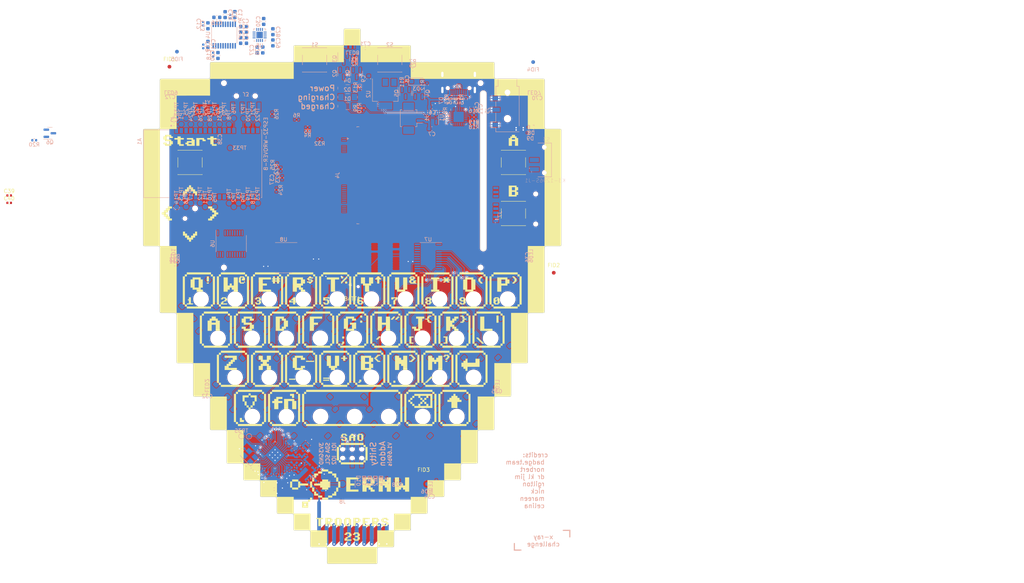
<source format=kicad_pcb>
(kicad_pcb (version 20221018) (generator pcbnew)
  (layers (0 "F.Cu" signal) (1 "In1.Cu" mixed) (2 "In2.Cu" power) (31 "B.Cu" signal) (34 "B.Paste" user) (35 "F.Paste" user) (36 "B.SilkS" user "B.Silkscreen") (37 "F.SilkS" user "F.Silkscreen") (38 "B.Mask" user) (39 "F.Mask" user) (44 "Edge.Cuts" user))
  (net 0 "")
  (net 1 "GND")
  (net 2 "/EN")
  (net 3 "/SCL")
  (net 4 "/SDA")
  (net 5 "/32K_XP")
  (net 6 "/32K_XN")
  (net 7 "/~{DC}")
  (net 8 "/SCK")
  (net 9 "/RXD0")
  (net 10 "/TXD0")
  (net 11 "/MOSI")
  (net 12 "VBUS")
  (net 13 "+BATT")
  (net 14 "+VSW")
  (net 15 "/RTS")
  (net 16 "/DTR")
  (net 17 "/LED_DIN")
  (net 18 "/SD_CMD")
  (net 19 "/SD_CLK")
  (net 20 "/usb/USB_DN")
  (net 21 "/usb/USB_DP")
  (net 22 "/power/~{PWR_EN}")
  (net 23 "/io_expander/BTN_START")
  (net 24 "/io_expander/BTN_A")
  (net 25 "/io_expander/BTN_B")
  (net 26 "/io_expander/JOY_PUSH")
  (net 27 "/io_expander/JOY_A")
  (net 28 "/io_expander/JOY_C")
  (net 29 "/io_expander/JOY_D")
  (net 30 "/io_expander/JOY_B")
  (net 31 "/~{CC_CS}")
  (net 32 "/~{DISP_CS}")
  (net 33 "/SD_DAT0")
  (net 34 "/_reserved8")
  (net 35 "/_reserved7")
  (net 36 "/_reserved6")
  (net 37 "/_reserved11")
  (net 38 "/_reserved10")
  (net 39 "/_reserved9")
  (net 40 "/I2S_WS")
  (net 41 "/I2S_SCK")
  (net 42 "/I2S_SD")
  (net 43 "/MISO")
  (net 44 "/CC_INT")
  (net 45 "+3.3V")
  (net 46 "/BACKLIGHT")
  (net 47 "/KEY_INT")
  (net 48 "/FSYNC")
  (net 49 "/~{RESET}")
  (net 50 "/radio/ANT")
  (net 51 "/audio/LDO0")
  (net 52 "Net-(U4-VNEG)")
  (net 53 "Net-(U4-CAPM)")
  (net 54 "Net-(C47-Pad2)")
  (net 55 "Net-(U4-CAPP)")
  (net 56 "Net-(C52-Pad1)")
  (net 57 "Net-(U5-INL+)")
  (net 58 "Net-(C54-Pad2)")
  (net 59 "Net-(U5-INL-)")
  (net 60 "Net-(U5-INR+)")
  (net 61 "Net-(U5-INR-)")
  (net 62 "Net-(U5-CAP-)")
  (net 63 "Net-(C61-Pad2)")
  (net 64 "Net-(U5-CAP+)")
  (net 65 "Net-(U5-HPVDD)")
  (net 66 "Net-(U5-HPVSS)")
  (net 67 "Net-(U9-XOSC_Q1)")
  (net 68 "Net-(U9-XOSC_Q2)")
  (net 69 "Net-(U9-LPF0)")
  (net 70 "Net-(U9-LPF1)")
  (net 71 "Net-(U9-LNA_N)")
  (net 72 "Net-(U9-PA)")
  (net 73 "Net-(R17-Pad2)")
  (net 74 "Net-(C50-Pad1)")
  (net 75 "Net-(U9-LNA_P)")
  (net 76 "Net-(U9-TRX_SW)")
  (net 77 "Net-(U9-DCPL_XOSC)")
  (net 78 "Net-(C58-Pad2)")
  (net 79 "Net-(U9-DCPL_PFD_CHP)")
  (net 80 "Net-(U9-DCPL_VCO)")
  (net 81 "Net-(U9-DCPL)")
  (net 82 "/SD_DETECT")
  (net 83 "/SAO_GPIO2")
  (net 84 "/LED_DOUT")
  (net 85 "/CC_RESET")
  (net 86 "/audio/DAC_OUTL")
  (net 87 "Net-(C67-Pad1)")
  (net 88 "Net-(D1-K)")
  (net 89 "/audio/DAC_OUTR")
  (net 90 "Net-(D2-A)")
  (net 91 "Net-(D4-K)")
  (net 93 "Net-(J2-CC1)")
  (net 95 "Net-(J2-CC2)")
  (net 96 "/audio/OUTR")
  (net 97 "/audio/OUTL")
  (net 101 "/AMP_EN")
  (net 105 "Net-(J7-DAT3{slash}CD)")
  (net 108 "/radio/ANT_EXT")
  (net 109 "Net-(LED1-DOUT)")
  (net 110 "Net-(LED2-DOUT)")
  (net 111 "Net-(LED3-DOUT)")
  (net 112 "Net-(LED4-DOUT)")
  (net 113 "Net-(LED5-DOUT)")
  (net 114 "Net-(Q1-B)")
  (net 115 "Net-(Q2-B)")
  (net 116 "Net-(Q3-B)")
  (net 117 "Net-(Q4-S)")
  (net 118 "Net-(J4-Pin_34)")
  (net 119 "Net-(U1-PROG)")
  (net 120 "Net-(U1-STAT)")
  (net 121 "Net-(U3-VBUS)")
  (net 122 "Net-(U3-~{RST})")
  (net 123 "Net-(U9-RBIAS)")
  (net 125 "/io_expander/P1_7")
  (net 126 "Net-(U9-GPIO2)")
  (net 127 "Net-(U9-GPIO3)")
  (net 140 "/AMP_GAIN1")
  (net 141 "/AMP_GAIN0")
  (net 142 "/keyboard/KEY0")
  (net 143 "/keyboard/KEY1")
  (net 144 "/keyboard/KEY2")
  (net 145 "/keyboard/KEY3")
  (net 146 "/keyboard/KEY4")
  (net 147 "/keyboard/KEY5")
  (net 148 "/keyboard/KEY6")
  (net 149 "/keyboard/KEY7")
  (net 150 "/keyboard/KEY8")
  (net 151 "/keyboard/KEY9")
  (net 152 "/keyboard/KEY10")
  (net 153 "/keyboard/KEY11")
  (net 154 "/keyboard/KEY12")
  (net 155 "/keyboard/KEY13")
  (net 156 "/keyboard/KEY14")
  (net 157 "/keyboard/KEY15")
  (net 158 "/keyboard/KEY16")
  (net 159 "/keyboard/KEY17")
  (net 160 "/keyboard/KEY18")
  (net 161 "/keyboard/KEY19")
  (net 162 "/keyboard/KEY20")
  (net 163 "/keyboard/KEY21")
  (net 164 "/keyboard/KEY22")
  (net 165 "/keyboard/KEY23")
  (net 166 "/keyboard/KEY24")
  (net 167 "/keyboard/KEY25")
  (net 168 "/keyboard/KEY26")
  (net 169 "/keyboard/KEY27")
  (net 170 "/keyboard/KEY28")
  (net 171 "/keyboard/KEY29")
  (net 172 "/keyboard/KEY30")
  (net 173 "/keyboard/KEY31")
  (net 178 "Net-(Q6-D)")
  (net 179 "Net-(LED1-DIN)")
  (net 180 "Net-(LED6-DOUT)")
  (net 181 "Net-(LED7-DOUT)")
  (net 182 "Net-(LED8-DOUT)")
  (footprint "Fiducial:Fiducial_1mm_Mask2mm" (layer "F.Cu") (at -48.6 -132.2)
    (fp_text reference "FID1")
    (fp_text value "Fiducial" hide)
  )
  (footprint "Fiducial:Fiducial_1mm_Mask2mm" (layer "F.Cu") (at 53.6 -77.4)
    (fp_text reference "FID2")
    (fp_text value "Fiducial" hide)
  )
  (footprint "Fiducial:Fiducial_1mm_Mask2mm" (layer "F.Cu") (at 19 -23)
    (fp_text reference "FID3")
    (fp_text value "Fiducial" hide)
  )
  (footprint "tr23-svg2sz:tr23-r1-svg2sz" (layer "F.Cu") (at 19.4018 -67.315)
    (fp_text reference "GRAPHIC1" hide)
    (fp_text value "~" hide)
    (fp_line (start -75 -47.8182) (end -75 -17.6805) (stroke (width 0.1)) (layer "Edge.Cuts"))
    (fp_line (start -75 -17.6805) (end -74.988088 -17.5835) (stroke (width 0.1)) (layer "Edge.Cuts"))
    (fp_line (start -74.989664 -47.919) (end -75 -47.8182) (stroke (width 0.1)) (layer "Edge.Cuts"))
    (fp_line (start -74.988088 -17.5835) (end -74.958534 -17.4932) (stroke (width 0.1)) (layer "Edge.Cuts"))
    (fp_line (start -74.960725 -48.0125) (end -74.989664 -47.919) (stroke (width 0.1)) (layer "Edge.Cuts"))
    (fp_line (start -74.958534 -17.4932) (end -74.913166 -17.4113) (stroke (width 0.1)) (layer "Edge.Cuts"))
    (fp_line (start -74.914733 -48.0972) (end -74.960725 -48.0125) (stroke (width 0.1)) (layer "Edge.Cuts"))
    (fp_line (start -74.913166 -17.4113) (end -74.853817 -17.3397) (stroke (width 0.1)) (layer "Edge.Cuts"))
    (fp_line (start -74.853817 -17.3397) (end -74.782316 -17.2803) (stroke (width 0.1)) (layer "Edge.Cuts"))
    (fp_line (start -74.853755 -48.1711) (end -74.914733 -48.0972) (stroke (width 0.1)) (layer "Edge.Cuts"))
    (fp_line (start -74.782316 -17.2803) (end -74.700494 -17.2349) (stroke (width 0.1)) (layer "Edge.Cuts"))
    (fp_line (start -74.779341 -48.2321) (end -74.853755 -48.1711) (stroke (width 0.1)) (layer "Edge.Cuts"))
    (fp_line (start -74.700494 -17.2349) (end -74.610181 -17.2052) (stroke (width 0.1)) (layer "Edge.Cuts"))
    (fp_line (start -74.694591 -48.2786) (end -74.779341 -48.2321) (stroke (width 0.1)) (layer "Edge.Cuts"))
    (fp_line (start -74.610181 -17.2052) (end -74.513208 -17.1932) (stroke (width 0.1)) (layer "Edge.Cuts"))
    (fp_line (start -74.601057 -48.3076) (end -74.694591 -48.2786) (stroke (width 0.1)) (layer "Edge.Cuts"))
    (fp_line (start -74.513208 -17.1932) (end -71.039 -17.1932) (stroke (width 0.1)) (layer "Edge.Cuts"))
    (fp_line (start -74.500288 -48.3179) (end -74.601057 -48.3076) (stroke (width 0.1)) (layer "Edge.Cuts"))
    (fp_line (start -71.039 -17.1932) (end -70.94203 -17.1812) (stroke (width 0.1)) (layer "Edge.Cuts"))
    (fp_line (start -71.02918 -48.3179) (end -74.500288 -48.3179) (stroke (width 0.1)) (layer "Edge.Cuts"))
    (fp_line (start -70.94203 -17.1812) (end -70.85171 -17.1515) (stroke (width 0.1)) (layer "Edge.Cuts"))
    (fp_line (start -70.93219 -48.3298) (end -71.02918 -48.3179) (stroke (width 0.1)) (layer "Edge.Cuts"))
    (fp_line (start -70.85171 -17.1515) (end -70.76989 -17.1061) (stroke (width 0.1)) (layer "Edge.Cuts"))
    (fp_line (start -70.84184 -48.3594) (end -70.93219 -48.3298) (stroke (width 0.1)) (layer "Edge.Cuts"))
    (fp_line (start -70.76989 -17.1061) (end -70.69839 -17.0467) (stroke (width 0.1)) (layer "Edge.Cuts"))
    (fp_line (start -70.75997 -48.4047) (end -70.84184 -48.3594) (stroke (width 0.1)) (layer "Edge.Cuts"))
    (fp_line (start -70.69839 -17.0467) (end -70.63904 -16.9751) (stroke (width 0.1)) (layer "Edge.Cuts"))
    (fp_line (start -70.68841 -48.4641) (end -70.75997 -48.4047) (stroke (width 0.1)) (layer "Edge.Cuts"))
    (fp_line (start -70.63904 -16.9751) (end -70.59367 -16.8932) (stroke (width 0.1)) (layer "Edge.Cuts"))
    (fp_line (start -70.62899 -48.5356) (end -70.68841 -48.4641) (stroke (width 0.1)) (layer "Edge.Cuts"))
    (fp_line (start -70.59367 -16.8932) (end -70.56412 -16.8029) (stroke (width 0.1)) (layer "Edge.Cuts"))
    (fp_line (start -70.58353 -48.6174) (end -70.62899 -48.5356) (stroke (width 0.1)) (layer "Edge.Cuts"))
    (fp_line (start -70.56412 -16.8029) (end -70.55221 -16.7059) (stroke (width 0.1)) (layer "Edge.Cuts"))
    (fp_line (start -70.55389 -48.7077) (end -70.58353 -48.6174) (stroke (width 0.1)) (layer "Edge.Cuts"))
    (fp_line (start -70.55221 -16.7059) (end -70.55221 0.1107) (stroke (width 0.1)) (layer "Edge.Cuts"))
    (fp_line (start -70.55221 0.1107) (end -70.54041 0.2072) (stroke (width 0.1)) (layer "Edge.Cuts"))
    (fp_line (start -70.54187 -61.2525) (end -70.54187 -48.8047) (stroke (width 0.1)) (layer "Edge.Cuts"))
    (fp_line (start -70.54187 -48.8047) (end -70.55389 -48.7077) (stroke (width 0.1)) (layer "Edge.Cuts"))
    (fp_line (start -70.54041 0.2072) (end -70.51114 0.2971) (stroke (width 0.1)) (layer "Edge.Cuts"))
    (fp_line (start -70.51293 -61.346) (end -70.54187 -61.2525) (stroke (width 0.1)) (layer "Edge.Cuts"))
    (fp_line (start -70.51114 0.2971) (end -70.4662 0.3787) (stroke (width 0.1)) (layer "Edge.Cuts"))
    (fp_line (start -70.46694 -61.4308) (end -70.51293 -61.346) (stroke (width 0.1)) (layer "Edge.Cuts"))
    (fp_line (start -70.4662 0.3787) (end -70.40739 0.4501) (stroke (width 0.1)) (layer "Edge.Cuts"))
    (fp_line (start -70.40739 0.4501) (end -70.33652 0.5096) (stroke (width 0.1)) (layer "Edge.Cuts"))
    (fp_line (start -70.40596 -61.5047) (end -70.46694 -61.4308) (stroke (width 0.1)) (layer "Edge.Cuts"))
    (fp_line (start -70.33652 0.5096) (end -70.25539 0.5552) (stroke (width 0.1)) (layer "Edge.Cuts"))
    (fp_line (start -70.33155 -61.5662) (end -70.40596 -61.5047) (stroke (width 0.1)) (layer "Edge.Cuts"))
    (fp_line (start -70.25539 0.5552) (end -70.1658 0.5853) (stroke (width 0.1)) (layer "Edge.Cuts"))
    (fp_line (start -70.2468 -61.6122) (end -70.33155 -61.5662) (stroke (width 0.1)) (layer "Edge.Cuts"))
    (fp_line (start -70.1658 0.5853) (end -70.06955 0.598) (stroke (width 0.1)) (layer "Edge.Cuts"))
    (fp_line (start -70.15327 -61.6411) (end -70.2468 -61.6122) (stroke (width 0.1)) (layer "Edge.Cuts"))
    (fp_line (start -70.06955 0.598) (end -70.06542 0.598) (stroke (width 0.1)) (layer "Edge.Cuts"))
    (fp_line (start -70.06542 0.598) (end -66.59122 0.5964) (stroke (width 0.1)) (layer "Edge.Cuts"))
    (fp_line (start -66.59122 0.5964) (end -66.58657 0.5964) (stroke (width 0.1)) (layer "Edge.Cuts"))
    (fp_line (start -66.58657 0.5964) (end -66.4904 0.6091) (stroke (width 0.1)) (layer "Edge.Cuts"))
    (fp_line (start -66.4904 0.6091) (end -66.4009 0.6392) (stroke (width 0.1)) (layer "Edge.Cuts"))
    (fp_line (start -66.4009 0.6392) (end -66.31986 0.6849) (stroke (width 0.1)) (layer "Edge.Cuts"))
    (fp_line (start -66.31986 0.6849) (end -66.24907 0.7444) (stroke (width 0.1)) (layer "Edge.Cuts"))
    (fp_line (start -66.24907 0.7444) (end -66.19033 0.8158) (stroke (width 0.1)) (layer "Edge.Cuts"))
    (fp_line (start -66.19033 0.8158) (end -66.14545 0.8973) (stroke (width 0.1)) (layer "Edge.Cuts"))
    (fp_line (start -66.14545 0.8973) (end -66.11621 0.9872) (stroke (width 0.1)) (layer "Edge.Cuts"))
    (fp_line (start -66.11621 0.9872) (end -66.10442 1.0837) (stroke (width 0.1)) (layer "Edge.Cuts"))
    (fp_line (start -66.10442 1.0837) (end -66.10442 13.4545) (stroke (width 0.1)) (layer "Edge.Cuts"))
    (fp_line (start -66.10442 13.4545) (end -66.09251 13.5515) (stroke (width 0.1)) (layer "Edge.Cuts"))
    (fp_line (start -66.09251 13.5515) (end -66.06296 13.6418) (stroke (width 0.1)) (layer "Edge.Cuts"))
    (fp_line (start -66.06296 13.6418) (end -66.01759 13.7237) (stroke (width 0.1)) (layer "Edge.Cuts"))
    (fp_line (start -66.01759 13.7237) (end -65.95824 13.7953) (stroke (width 0.1)) (layer "Edge.Cuts"))
    (fp_line (start -65.95824 13.7953) (end -65.88674 13.8547) (stroke (width 0.1)) (layer "Edge.Cuts"))
    (fp_line (start -65.88674 13.8547) (end -65.80492 13.9001) (stroke (width 0.1)) (layer "Edge.Cuts"))
    (fp_line (start -65.80492 13.9001) (end -65.7146 13.9298) (stroke (width 0.1)) (layer "Edge.Cuts"))
    (fp_line (start -65.7146 13.9298) (end -65.61763 13.9418) (stroke (width 0.1)) (layer "Edge.Cuts"))
    (fp_line (start -65.61763 13.9418) (end -62.1434 13.9418) (stroke (width 0.1)) (layer "Edge.Cuts"))
    (fp_line (start -62.1434 13.9418) (end -62.0465 13.9538) (stroke (width 0.1)) (layer "Edge.Cuts"))
    (fp_line (start -62.0465 13.9538) (end -61.9561 13.9835) (stroke (width 0.1)) (layer "Edge.Cuts"))
    (fp_line (start -61.9561 13.9835) (end -61.8743 14.0289) (stroke (width 0.1)) (layer "Edge.Cuts"))
    (fp_line (start -61.8743 14.0289) (end -61.8028 14.0883) (stroke (width 0.1)) (layer "Edge.Cuts"))
    (fp_line (start -61.8028 14.0883) (end -61.7435 14.1599) (stroke (width 0.1)) (layer "Edge.Cuts"))
    (fp_line (start -61.7435 14.1599) (end -61.6981 14.2418) (stroke (width 0.1)) (layer "Edge.Cuts"))
    (fp_line (start -61.6981 14.2418) (end -61.6685 14.3321) (stroke (width 0.1)) (layer "Edge.Cuts"))
    (fp_line (start -61.6685 14.3321) (end -61.6566 14.4291) (stroke (width 0.1)) (layer "Edge.Cuts"))
    (fp_line (start -61.6566 14.4291) (end -61.6566 22.3506) (stroke (width 0.1)) (layer "Edge.Cuts"))
    (fp_line (start -61.6566 22.3506) (end -61.6447 22.4476) (stroke (width 0.1)) (layer "Edge.Cuts"))
    (fp_line (start -61.6447 22.4476) (end -61.6152 22.5379) (stroke (width 0.1)) (layer "Edge.Cuts"))
    (fp_line (start -61.6152 22.5379) (end -61.5698 22.6198) (stroke (width 0.1)) (layer "Edge.Cuts"))
    (fp_line (start -61.5698 22.6198) (end -61.5105 22.6914) (stroke (width 0.1)) (layer "Edge.Cuts"))
    (fp_line (start -61.5105 22.6914) (end -61.439 22.7508) (stroke (width 0.1)) (layer "Edge.Cuts"))
    (fp_line (start -61.439 22.7508) (end -61.3571 22.7962) (stroke (width 0.1)) (layer "Edge.Cuts"))
    (fp_line (start -61.3571 22.7962) (end -61.2668 22.8259) (stroke (width 0.1)) (layer "Edge.Cuts"))
    (fp_line (start -61.2668 22.8259) (end -61.1698 22.8379) (stroke (width 0.1)) (layer "Edge.Cuts"))
    (fp_line (start -61.1698 22.8379) (end -57.6956 22.8379) (stroke (width 0.1)) (layer "Edge.Cuts"))
    (fp_line (start -57.6962 -61.6411) (end -70.15327 -61.6411) (stroke (width 0.1)) (layer "Edge.Cuts"))
    (fp_line (start -57.6956 22.8379) (end -57.5987 22.8499) (stroke (width 0.1)) (layer "Edge.Cuts"))
    (fp_line (start -57.5992 -61.653) (end -57.6962 -61.6411) (stroke (width 0.1)) (layer "Edge.Cuts"))
    (fp_line (start -57.5987 22.8499) (end -57.5083 22.8796) (stroke (width 0.1)) (layer "Edge.Cuts"))
    (fp_line (start -57.5088 -61.6826) (end -57.5992 -61.653) (stroke (width 0.1)) (layer "Edge.Cuts"))
    (fp_line (start -57.5083 22.8796) (end -57.4265 22.925) (stroke (width 0.1)) (layer "Edge.Cuts"))
    (fp_line (start -57.427 -61.728) (end -57.5088 -61.6826) (stroke (width 0.1)) (layer "Edge.Cuts"))
    (fp_line (start -57.4265 22.925) (end -57.355 22.9845) (stroke (width 0.1)) (layer "Edge.Cuts"))
    (fp_line (start -57.3554 -61.7873) (end -57.427 -61.728) (stroke (width 0.1)) (layer "Edge.Cuts"))
    (fp_line (start -57.355 22.9845) (end -57.2957 23.056) (stroke (width 0.1)) (layer "Edge.Cuts"))
    (fp_line (start -57.296 -61.8588) (end -57.3554 -61.7873) (stroke (width 0.1)) (layer "Edge.Cuts"))
    (fp_line (start -57.2957 23.056) (end -57.2503 23.1379) (stroke (width 0.1)) (layer "Edge.Cuts"))
    (fp_line (start -57.2505 -61.9406) (end -57.296 -61.8588) (stroke (width 0.1)) (layer "Edge.Cuts"))
    (fp_line (start -57.2503 23.1379) (end -57.2208 23.2282) (stroke (width 0.1)) (layer "Edge.Cuts"))
    (fp_line (start -57.2209 -62.0309) (end -57.2505 -61.9406) (stroke (width 0.1)) (layer "Edge.Cuts"))
    (fp_line (start -57.2208 23.2282) (end -57.2088 23.3252) (stroke (width 0.1)) (layer "Edge.Cuts"))
    (fp_line (start -57.2089 -65.59954) (end -57.2089 -62.1279) (stroke (width 0.1)) (layer "Edge.Cuts"))
    (fp_line (start -57.2089 -62.1279) (end -57.2209 -62.0309) (stroke (width 0.1)) (layer "Edge.Cuts"))
    (fp_line (start -57.2088 23.3252) (end -57.2088 31.246) (stroke (width 0.1)) (layer "Edge.Cuts"))
    (fp_line (start -57.2088 31.246) (end -57.1969 31.343) (stroke (width 0.1)) (layer "Edge.Cuts"))
    (fp_line (start -57.1985 -65.70031) (end -57.2089 -65.59954) (stroke (width 0.1)) (layer "Edge.Cuts"))
    (fp_line (start -57.1969 31.343) (end -57.1674 31.433) (stroke (width 0.1)) (layer "Edge.Cuts"))
    (fp_line (start -57.1696 -65.79385) (end -57.1985 -65.70031) (stroke (width 0.1)) (layer "Edge.Cuts"))
    (fp_line (start -57.1674 31.433) (end -57.122 31.515) (stroke (width 0.1)) (layer "Edge.Cuts"))
    (fp_line (start -57.1236 -65.87859) (end -57.1696 -65.79385) (stroke (width 0.1)) (layer "Edge.Cuts"))
    (fp_line (start -57.122 31.515) (end -57.0627 31.586) (stroke (width 0.1)) (layer "Edge.Cuts"))
    (fp_line (start -57.0627 31.586) (end -56.9912 31.646) (stroke (width 0.1)) (layer "Edge.Cuts"))
    (fp_line (start -57.0626 -65.95249) (end -57.1236 -65.87859) (stroke (width 0.1)) (layer "Edge.Cuts"))
    (fp_line (start -56.9912 31.646) (end -56.9093 31.691) (stroke (width 0.1)) (layer "Edge.Cuts"))
    (fp_line (start -56.9882 -66.01399) (end -57.0626 -65.95249) (stroke (width 0.1)) (layer "Edge.Cuts"))
    (fp_line (start -56.9093 31.691) (end -56.819 31.721) (stroke (width 0.1)) (layer "Edge.Cuts"))
    (fp_line (start -56.9034 -66.05998) (end -56.9882 -66.01399) (stroke (width 0.1)) (layer "Edge.Cuts"))
    (fp_line (start -56.819 31.721) (end -56.7221 31.733) (stroke (width 0.1)) (layer "Edge.Cuts"))
    (fp_line (start -56.8099 -66.08892) (end -56.9034 -66.05998) (stroke (width 0.1)) (layer "Edge.Cuts"))
    (fp_line (start -56.7221 31.733) (end -53.2478 31.733) (stroke (width 0.1)) (layer "Edge.Cuts"))
    (fp_line (start -56.7091 -66.09925) (end -56.8099 -66.08892) (stroke (width 0.1)) (layer "Edge.Cuts"))
    (fp_line (start -53.2478 31.733) (end -53.1509 31.745) (stroke (width 0.1)) (layer "Edge.Cuts"))
    (fp_line (start -53.1509 31.745) (end -53.0606 31.775) (stroke (width 0.1)) (layer "Edge.Cuts"))
    (fp_line (start -53.0606 31.775) (end -52.9787 31.82) (stroke (width 0.1)) (layer "Edge.Cuts"))
    (fp_line (start -52.9787 31.82) (end -52.9072 31.88) (stroke (width 0.1)) (layer "Edge.Cuts"))
    (fp_line (start -52.9072 31.88) (end -52.8479 31.951) (stroke (width 0.1)) (layer "Edge.Cuts"))
    (fp_line (start -52.8479 31.951) (end -52.8025 32.033) (stroke (width 0.1)) (layer "Edge.Cuts"))
    (fp_line (start -52.8025 32.033) (end -52.773 32.123) (stroke (width 0.1)) (layer "Edge.Cuts"))
    (fp_line (start -52.773 32.123) (end -52.7611 32.22) (stroke (width 0.1)) (layer "Edge.Cuts"))
    (fp_line (start -52.7611 32.22) (end -52.7611 40.141) (stroke (width 0.1)) (layer "Edge.Cuts"))
    (fp_line (start -52.7611 40.141) (end -52.7491 40.238) (stroke (width 0.1)) (layer "Edge.Cuts"))
    (fp_line (start -52.7491 40.238) (end -52.7196 40.329) (stroke (width 0.1)) (layer "Edge.Cuts"))
    (fp_line (start -52.7196 40.329) (end -52.6742 40.41) (stroke (width 0.1)) (layer "Edge.Cuts"))
    (fp_line (start -52.6742 40.41) (end -52.6149 40.482) (stroke (width 0.1)) (layer "Edge.Cuts"))
    (fp_line (start -52.6149 40.482) (end -52.5434 40.541) (stroke (width 0.1)) (layer "Edge.Cuts"))
    (fp_line (start -52.5434 40.541) (end -52.4616 40.587) (stroke (width 0.1)) (layer "Edge.Cuts"))
    (fp_line (start -52.4616 40.587) (end -52.3712 40.617) (stroke (width 0.1)) (layer "Edge.Cuts"))
    (fp_line (start -52.3712 40.617) (end -52.2743 40.629) (stroke (width 0.1)) (layer "Edge.Cuts"))
    (fp_line (start -52.2743 40.629) (end -48.8001 40.629) (stroke (width 0.1)) (layer "Edge.Cuts"))
    (fp_line (start -48.8001 40.629) (end -48.7031 40.641) (stroke (width 0.1)) (layer "Edge.Cuts"))
    (fp_line (start -48.7031 40.641) (end -48.6128 40.67) (stroke (width 0.1)) (layer "Edge.Cuts"))
    (fp_line (start -48.6128 40.67) (end -48.5309 40.716) (stroke (width 0.1)) (layer "Edge.Cuts"))
    (fp_line (start -48.5309 40.716) (end -48.4594 40.775) (stroke (width 0.1)) (layer "Edge.Cuts"))
    (fp_line (start -48.4594 40.775) (end -48.4001 40.847) (stroke (width 0.1)) (layer "Edge.Cuts"))
    (fp_line (start -48.4001 40.847) (end -48.3547 40.929) (stroke (width 0.1)) (layer "Edge.Cuts"))
    (fp_line (start -48.3547 40.929) (end -48.3252 41.019) (stroke (width 0.1)) (layer "Edge.Cuts"))
    (fp_line (start -48.3252 41.019) (end -48.3133 41.116) (stroke (width 0.1)) (layer "Edge.Cuts"))
    (fp_line (start -48.3133 41.116) (end -48.3133 44.59) (stroke (width 0.1)) (layer "Edge.Cuts"))
    (fp_line (start -48.3133 44.59) (end -48.3014 44.687) (stroke (width 0.1)) (layer "Edge.Cuts"))
    (fp_line (start -48.3014 44.687) (end -48.2718 44.777) (stroke (width 0.1)) (layer "Edge.Cuts"))
    (fp_line (start -48.2718 44.777) (end -48.2264 44.859) (stroke (width 0.1)) (layer "Edge.Cuts"))
    (fp_line (start -48.2264 44.859) (end -48.1671 44.93) (stroke (width 0.1)) (layer "Edge.Cuts"))
    (fp_line (start -48.1671 44.93) (end -48.0956 44.99) (stroke (width 0.1)) (layer "Edge.Cuts"))
    (fp_line (start -48.0956 44.99) (end -48.0138 45.035) (stroke (width 0.1)) (layer "Edge.Cuts"))
    (fp_line (start -48.0138 45.035) (end -47.9234 45.065) (stroke (width 0.1)) (layer "Edge.Cuts"))
    (fp_line (start -47.9234 45.065) (end -47.8265 45.077) (stroke (width 0.1)) (layer "Edge.Cuts"))
    (fp_line (start -47.8265 45.077) (end -44.3523 45.077) (stroke (width 0.1)) (layer "Edge.Cuts"))
    (fp_line (start -44.3523 45.077) (end -44.2553 45.089) (stroke (width 0.1)) (layer "Edge.Cuts"))
    (fp_line (start -44.2553 45.089) (end -44.165 45.119) (stroke (width 0.1)) (layer "Edge.Cuts"))
    (fp_line (start -44.165 45.119) (end -44.0832 45.164) (stroke (width 0.1)) (layer "Edge.Cuts"))
    (fp_line (start -44.0832 45.164) (end -44.0117 45.223) (stroke (width 0.1)) (layer "Edge.Cuts"))
    (fp_line (start -44.0117 45.223) (end -43.9523 45.295) (stroke (width 0.1)) (layer "Edge.Cuts"))
    (fp_line (start -43.9523 45.295) (end -43.9069 45.377) (stroke (width 0.1)) (layer "Edge.Cuts"))
    (fp_line (start -43.9069 45.377) (end -43.8774 45.467) (stroke (width 0.1)) (layer "Edge.Cuts"))
    (fp_line (start -43.8774 45.467) (end -43.8655 45.564) (stroke (width 0.1)) (layer "Edge.Cuts"))
    (fp_line (start -43.8655 45.564) (end -43.8655 49.037) (stroke (width 0.1)) (layer "Edge.Cuts"))
    (fp_line (start -43.8655 49.037) (end -43.8536 49.134) (stroke (width 0.1)) (layer "Edge.Cuts"))
    (fp_line (start -43.8536 49.134) (end -43.824 49.224) (stroke (width 0.1)) (layer "Edge.Cuts"))
    (fp_line (start -43.824 49.224) (end -43.7786 49.306) (stroke (width 0.1)) (layer "Edge.Cuts"))
    (fp_line (start -43.7786 49.306) (end -43.7193 49.378) (stroke (width 0.1)) (layer "Edge.Cuts"))
    (fp_line (start -43.7193 49.378) (end -43.6478 49.437) (stroke (width 0.1)) (layer "Edge.Cuts"))
    (fp_line (start -43.6478 49.437) (end -43.566 49.482) (stroke (width 0.1)) (layer "Edge.Cuts"))
    (fp_line (start -43.566 49.482) (end -43.4757 49.512) (stroke (width 0.1)) (layer "Edge.Cuts"))
    (fp_line (start -43.4757 49.512) (end -43.3787 49.524) (stroke (width 0.1)) (layer "Edge.Cuts"))
    (fp_line (start -43.3787 49.524) (end -39.904 49.524) (stroke (width 0.1)) (layer "Edge.Cuts"))
    (fp_line (start -39.904 49.524) (end -39.807 49.536) (stroke (width 0.1)) (layer "Edge.Cuts"))
    (fp_line (start -39.807 49.536) (end -39.7167 49.566) (stroke (width 0.1)) (layer "Edge.Cuts"))
    (fp_line (start -39.7167 49.566) (end -39.6348 49.611) (stroke (width 0.1)) (layer "Edge.Cuts"))
    (fp_line (start -39.6348 49.611) (end -39.5633 49.671) (stroke (width 0.1)) (layer "Edge.Cuts"))
    (fp_line (start -39.5633 49.671) (end -39.504 49.742) (stroke (width 0.1)) (layer "Edge.Cuts"))
    (fp_line (start -39.504 49.742) (end -39.4586 49.824) (stroke (width 0.1)) (layer "Edge.Cuts"))
    (fp_line (start -39.4586 49.824) (end -39.4291 49.914) (stroke (width 0.1)) (layer "Edge.Cuts"))
    (fp_line (start -39.4291 49.914) (end -39.4172 50.011) (stroke (width 0.1)) (layer "Edge.Cuts"))
    (fp_line (start -39.4172 50.011) (end -39.4172 53.485) (stroke (width 0.1)) (layer "Edge.Cuts"))
    (fp_line (start -39.4172 53.485) (end -39.4053 53.582) (stroke (width 0.1)) (layer "Edge.Cuts"))
    (fp_line (start -39.4053 53.582) (end -39.3757 53.672) (stroke (width 0.1)) (layer "Edge.Cuts"))
    (fp_line (start -39.3757 53.672) (end -39.3303 53.754) (stroke (width 0.1)) (layer "Edge.Cuts"))
    (fp_line (start -39.3303 53.754) (end -39.271 53.826) (stroke (width 0.1)) (layer "Edge.Cuts"))
    (fp_line (start -39.271 53.826) (end -39.1995 53.885) (stroke (width 0.1)) (layer "Edge.Cuts"))
    (fp_line (start -39.1995 53.885) (end -39.1177 53.931) (stroke (width 0.1)) (layer "Edge.Cuts"))
    (fp_line (start -39.1177 53.931) (end -39.0273 53.96) (stroke (width 0.1)) (layer "Edge.Cuts"))
    (fp_line (start -39.0273 53.96) (end -38.9304 53.972) (stroke (width 0.1)) (layer "Edge.Cuts"))
    (fp_line (start -38.9304 53.972) (end -35.4562 53.972) (stroke (width 0.1)) (layer "Edge.Cuts"))
    (fp_line (start -35.4567 -66.09925) (end -56.7091 -66.09925) (stroke (width 0.1)) (layer "Edge.Cuts"))
    (fp_line (start -35.4562 53.972) (end -35.3592 53.984) (stroke (width 0.1)) (layer "Edge.Cuts"))
    (fp_line (start -35.3597 -66.11116) (end -35.4567 -66.09925) (stroke (width 0.1)) (layer "Edge.Cuts"))
    (fp_line (start -35.3592 53.984) (end -35.2689 54.014) (stroke (width 0.1)) (layer "Edge.Cuts"))
    (fp_line (start -35.2694 -66.14072) (end -35.3597 -66.11116) (stroke (width 0.1)) (layer "Edge.Cuts"))
    (fp_line (start -35.2689 54.014) (end -35.1871 54.06) (stroke (width 0.1)) (layer "Edge.Cuts"))
    (fp_line (start -35.1875 -66.18608) (end -35.2694 -66.14072) (stroke (width 0.1)) (layer "Edge.Cuts"))
    (fp_line (start -35.1871 54.06) (end -35.1156 54.119) (stroke (width 0.1)) (layer "Edge.Cuts"))
    (fp_line (start -35.1159 -66.24543) (end -35.1875 -66.18608) (stroke (width 0.1)) (layer "Edge.Cuts"))
    (fp_line (start -35.1156 54.119) (end -35.0562 54.191) (stroke (width 0.1)) (layer "Edge.Cuts"))
    (fp_line (start -35.0565 -66.31693) (end -35.1159 -66.24543) (stroke (width 0.1)) (layer "Edge.Cuts"))
    (fp_line (start -35.0562 54.191) (end -35.0108 54.272) (stroke (width 0.1)) (layer "Edge.Cuts"))
    (fp_line (start -35.0111 -66.39875) (end -35.0565 -66.31693) (stroke (width 0.1)) (layer "Edge.Cuts"))
    (fp_line (start -35.0108 54.272) (end -34.9813 54.363) (stroke (width 0.1)) (layer "Edge.Cuts"))
    (fp_line (start -34.9814 -66.48907) (end -35.0111 -66.39875) (stroke (width 0.1)) (layer "Edge.Cuts"))
    (fp_line (start -34.9813 54.363) (end -34.9694 54.46) (stroke (width 0.1)) (layer "Edge.Cuts"))
    (fp_line (start -34.9694 -70.04733) (end -34.9694 -66.58604) (stroke (width 0.1)) (layer "Edge.Cuts"))
    (fp_line (start -34.9694 -66.58604) (end -34.9814 -66.48907) (stroke (width 0.1)) (layer "Edge.Cuts"))
    (fp_line (start -34.9694 54.46) (end -34.9694 57.933) (stroke (width 0.1)) (layer "Edge.Cuts"))
    (fp_line (start -34.9694 57.933) (end -34.9575 58.03) (stroke (width 0.1)) (layer "Edge.Cuts"))
    (fp_line (start -34.959 -70.1481) (end -34.9694 -70.04733) (stroke (width 0.1)) (layer "Edge.Cuts"))
    (fp_line (start -34.9575 58.03) (end -34.9279 58.12) (stroke (width 0.1)) (layer "Edge.Cuts"))
    (fp_line (start -34.9301 -70.24163) (end -34.959 -70.1481) (stroke (width 0.1)) (layer "Edge.Cuts"))
    (fp_line (start -34.9279 58.12) (end -34.8825 58.202) (stroke (width 0.1)) (layer "Edge.Cuts"))
    (fp_line (start -34.8841 -70.32638) (end -34.9301 -70.24163) (stroke (width 0.1)) (layer "Edge.Cuts"))
    (fp_line (start -34.8825 58.202) (end -34.8232 58.274) (stroke (width 0.1)) (layer "Edge.Cuts"))
    (fp_line (start -34.8232 58.274) (end -34.7517 58.333) (stroke (width 0.1)) (layer "Edge.Cuts"))
    (fp_line (start -34.8231 -70.40028) (end -34.8841 -70.32638) (stroke (width 0.1)) (layer "Edge.Cuts"))
    (fp_line (start -34.7517 58.333) (end -34.6699 58.379) (stroke (width 0.1)) (layer "Edge.Cuts"))
    (fp_line (start -34.7492 -70.46178) (end -34.8231 -70.40028) (stroke (width 0.1)) (layer "Edge.Cuts"))
    (fp_line (start -34.6699 58.379) (end -34.5796 58.408) (stroke (width 0.1)) (layer "Edge.Cuts"))
    (fp_line (start -34.664 -70.50777) (end -34.7492 -70.46178) (stroke (width 0.1)) (layer "Edge.Cuts"))
    (fp_line (start -34.5796 58.408) (end -34.4826 58.42) (stroke (width 0.1)) (layer "Edge.Cuts"))
    (fp_line (start -34.5704 -70.53671) (end -34.664 -70.50777) (stroke (width 0.1)) (layer "Edge.Cuts"))
    (fp_line (start -34.4826 58.42) (end -31.0084 58.42) (stroke (width 0.1)) (layer "Edge.Cuts"))
    (fp_line (start -34.4697 -70.54704) (end -34.5704 -70.53671) (stroke (width 0.1)) (layer "Edge.Cuts"))
    (fp_line (start -31.0084 58.42) (end -30.9114 58.432) (stroke (width 0.1)) (layer "Edge.Cuts"))
    (fp_line (start -30.9114 58.432) (end -30.8211 58.462) (stroke (width 0.1)) (layer "Edge.Cuts"))
    (fp_line (start -30.8211 58.462) (end -30.7393 58.507) (stroke (width 0.1)) (layer "Edge.Cuts"))
    (fp_line (start -30.7393 58.507) (end -30.6678 58.567) (stroke (width 0.1)) (layer "Edge.Cuts"))
    (fp_line (start -30.6678 58.567) (end -30.6084 58.638) (stroke (width 0.1)) (layer "Edge.Cuts"))
    (fp_line (start -30.6084 58.638) (end -30.563 58.72) (stroke (width 0.1)) (layer "Edge.Cuts"))
    (fp_line (start -30.563 58.72) (end -30.5335 58.811) (stroke (width 0.1)) (layer "Edge.Cuts"))
    (fp_line (start -30.5335 58.811) (end -30.5216 58.908) (stroke (width 0.1)) (layer "Edge.Cuts"))
    (fp_line (start -30.5216 58.908) (end -30.5216 62.38) (stroke (width 0.1)) (layer "Edge.Cuts"))
    (fp_line (start -30.5216 62.38) (end -30.5097 62.477) (stroke (width 0.1)) (layer "Edge.Cuts"))
    (fp_line (start -30.5097 62.477) (end -30.4801 62.568) (stroke (width 0.1)) (layer "Edge.Cuts"))
    (fp_line (start -30.4801 62.568) (end -30.4348 62.649) (stroke (width 0.1)) (layer "Edge.Cuts"))
    (fp_line (start -30.4348 62.649) (end -30.3754 62.721) (stroke (width 0.1)) (layer "Edge.Cuts"))
    (fp_line (start -30.3754 62.721) (end -30.3039 62.78) (stroke (width 0.1)) (layer "Edge.Cuts"))
    (fp_line (start -30.3039 62.78) (end -30.2221 62.826) (stroke (width 0.1)) (layer "Edge.Cuts"))
    (fp_line (start -30.2221 62.826) (end -30.1318 62.855) (stroke (width 0.1)) (layer "Edge.Cuts"))
    (fp_line (start -30.1318 62.855) (end -30.0348 62.868) (stroke (width 0.1)) (layer "Edge.Cuts"))
    (fp_line (start -30.0348 62.868) (end -26.5606 62.868) (stroke (width 0.1)) (layer "Edge.Cuts"))
    (fp_line (start -26.5606 62.868) (end -26.4636 62.88) (stroke (width 0.1)) (layer "Edge.Cuts"))
    (fp_line (start -26.4636 62.88) (end -26.3733 62.909) (stroke (width 0.1)) (layer "Edge.Cuts"))
    (fp_line (start -26.3733 62.909) (end -26.2915 62.955) (stroke (width 0.1)) (layer "Edge.Cuts"))
    (fp_line (start -26.2915 62.955) (end -26.22 63.014) (stroke (width 0.1)) (layer "Edge.Cuts"))
    (fp_line (start -26.22 63.014) (end -26.1606 63.086) (stroke (width 0.1)) (layer "Edge.Cuts"))
    (fp_line (start -26.1606 63.086) (end -26.1153 63.167) (stroke (width 0.1)) (layer "Edge.Cuts"))
    (fp_line (start -26.1153 63.167) (end -26.0857 63.258) (stroke (width 0.1)) (layer "Edge.Cuts"))
    (fp_line (start -26.0857 63.258) (end -26.0738 63.355) (stroke (width 0.1)) (layer "Edge.Cuts"))
    (fp_line (start -26.0738 63.355) (end -26.0738 66.828) (stroke (width 0.1)) (layer "Edge.Cuts"))
    (fp_line (start -26.0738 66.828) (end -26.0619 66.925) (stroke (width 0.1)) (layer "Edge.Cuts"))
    (fp_line (start -26.0619 66.925) (end -26.0323 67.015) (stroke (width 0.1)) (layer "Edge.Cuts"))
    (fp_line (start -26.0323 67.015) (end -25.987 67.097) (stroke (width 0.1)) (layer "Edge.Cuts"))
    (fp_line (start -25.987 67.097) (end -25.9276 67.169) (stroke (width 0.1)) (layer "Edge.Cuts"))
    (fp_line (start -25.9276 67.169) (end -25.8561 67.228) (stroke (width 0.1)) (layer "Edge.Cuts"))
    (fp_line (start -25.8561 67.228) (end -25.7743 67.274) (stroke (width 0.1)) (layer "Edge.Cuts"))
    (fp_line (start -25.7743 67.274) (end -25.684 67.303) (stroke (width 0.1)) (layer "Edge.Cuts"))
    (fp_line (start -25.684 67.303) (end -25.587 67.315) (stroke (width 0.1)) (layer "Edge.Cuts"))
    (fp_line (start -25.587 67.315) (end -13.2177 67.315) (stroke (width 0.1)) (layer "Edge.Cuts"))
    (fp_line (start -22.1102 -70.54704) (end -34.4697 -70.54704) (stroke (width 0.1)) (layer "Edge.Cuts"))
    (fp_line (start -22.0132 -70.55895) (end -22.1102 -70.54704) (stroke (width 0.1)) (layer "Edge.Cuts"))
    (fp_line (start -21.9229 -70.5885) (end -22.0132 -70.55895) (stroke (width 0.1)) (layer "Edge.Cuts"))
    (fp_line (start -21.841 -70.63387) (end -21.9229 -70.5885) (stroke (width 0.1)) (layer "Edge.Cuts"))
    (fp_line (start -21.7694 -70.69322) (end -21.841 -70.63387) (stroke (width 0.1)) (layer "Edge.Cuts"))
    (fp_line (start -21.71 -70.76472) (end -21.7694 -70.69322) (stroke (width 0.1)) (layer "Edge.Cuts"))
    (fp_line (start -21.6646 -70.84654) (end -21.71 -70.76472) (stroke (width 0.1)) (layer "Edge.Cuts"))
    (fp_line (start -21.6349 -70.93686) (end -21.6646 -70.84654) (stroke (width 0.1)) (layer "Edge.Cuts"))
    (fp_line (start -21.6229 -74.551449) (end -21.6229 -71.03383) (stroke (width 0.1)) (layer "Edge.Cuts"))
    (fp_line (start -21.6229 -71.03383) (end -21.6349 -70.93686) (stroke (width 0.1)) (layer "Edge.Cuts"))
    (fp_line (start -21.6038 -74.641882) (end -21.6229 -74.551449) (stroke (width 0.1)) (layer "Edge.Cuts"))
    (fp_line (start -21.5697 -74.725598) (end -21.6038 -74.641882) (stroke (width 0.1)) (layer "Edge.Cuts"))
    (fp_line (start -21.5211 -74.801046) (end -21.5697 -74.725598) (stroke (width 0.1)) (layer "Edge.Cuts"))
    (fp_line (start -21.4606 -74.866675) (end -21.5211 -74.801046) (stroke (width 0.1)) (layer "Edge.Cuts"))
    (fp_line (start -21.3893 -74.919901) (end -21.4606 -74.866675) (stroke (width 0.1)) (layer "Edge.Cuts"))
    (fp_line (start -21.3082 -74.960209) (end -21.3893 -74.919901) (stroke (width 0.1)) (layer "Edge.Cuts"))
    (fp_line (start -21.2203 -74.986047) (end -21.3082 -74.960209) (stroke (width 0.1)) (layer "Edge.Cuts"))
    (fp_line (start -21.1263 -74.994832) (end -21.2203 -74.986047) (stroke (width 0.1)) (layer "Edge.Cuts"))
    (fp_line (start -21.1263 -74.994832) (end -21.1263 -74.994832) (stroke (width 0.1)) (layer "Edge.Cuts"))
    (fp_line (start -17.6898 -74.994832) (end -21.1263 -74.994832) (stroke (width 0.1)) (layer "Edge.Cuts"))
    (fp_line (start -17.5928 -74.98282) (end -17.6898 -74.994832) (stroke (width 0.1)) (layer "Edge.Cuts"))
    (fp_line (start -17.5025 -74.953171) (end -17.5928 -74.98282) (stroke (width 0.1)) (layer "Edge.Cuts"))
    (fp_line (start -17.4207 -74.907718) (end -17.5025 -74.953171) (stroke (width 0.1)) (layer "Edge.Cuts"))
    (fp_line (start -17.3492 -74.848293) (end -17.4207 -74.907718) (stroke (width 0.1)) (layer "Edge.Cuts"))
    (fp_line (start -17.2898 -74.776729) (end -17.3492 -74.848293) (stroke (width 0.1)) (layer "Edge.Cuts"))
    (fp_line (start -17.2445 -74.694858) (end -17.2898 -74.776729) (stroke (width 0.1)) (layer "Edge.Cuts"))
    (fp_line (start -17.2149 -74.604512) (end -17.2445 -74.694858) (stroke (width 0.1)) (layer "Edge.Cuts"))
    (fp_line (start -17.203 -74.507524) (end -17.2149 -74.604512) (stroke (width 0.1)) (layer "Edge.Cuts"))
    (fp_line (start -17.203 -71.03435) (end -17.203 -74.507524) (stroke (width 0.1)) (layer "Edge.Cuts"))
    (fp_line (start -17.1911 -70.93736) (end -17.203 -71.03435) (stroke (width 0.1)) (layer "Edge.Cuts"))
    (fp_line (start -17.1615 -70.84701) (end -17.1911 -70.93736) (stroke (width 0.1)) (layer "Edge.Cuts"))
    (fp_line (start -17.1162 -70.76514) (end -17.1615 -70.84701) (stroke (width 0.1)) (layer "Edge.Cuts"))
    (fp_line (start -17.0568 -70.69358) (end -17.1162 -70.76514) (stroke (width 0.1)) (layer "Edge.Cuts"))
    (fp_line (start -16.9853 -70.63415) (end -17.0568 -70.69358) (stroke (width 0.1)) (layer "Edge.Cuts"))
    (fp_line (start -16.9035 -70.5887) (end -16.9853 -70.63415) (stroke (width 0.1)) (layer "Edge.Cuts"))
    (fp_line (start -16.8132 -70.55905) (end -16.9035 -70.5887) (stroke (width 0.1)) (layer "Edge.Cuts"))
    (fp_line (start -16.7162 -70.54704) (end -16.8132 -70.55905) (stroke (width 0.1)) (layer "Edge.Cuts"))
    (fp_line (start -13.2177 67.315) (end -13.1207 67.303) (stroke (width 0.1)) (layer "Edge.Cuts"))
    (fp_line (start -13.1207 67.303) (end -13.0304 67.274) (stroke (width 0.1)) (layer "Edge.Cuts"))
    (fp_line (start -13.0304 67.274) (end -12.9485 67.228) (stroke (width 0.1)) (layer "Edge.Cuts"))
    (fp_line (start -12.9485 67.228) (end -12.877 67.169) (stroke (width 0.1)) (layer "Edge.Cuts"))
    (fp_line (start -12.877 67.169) (end -12.8175 67.098) (stroke (width 0.1)) (layer "Edge.Cuts"))
    (fp_line (start -12.8175 67.098) (end -12.7721 67.016) (stroke (width 0.1)) (layer "Edge.Cuts"))
    (fp_line (start -12.7721 67.016) (end -12.7424 66.925) (stroke (width 0.1)) (layer "Edge.Cuts"))
    (fp_line (start -12.7424 66.925) (end -12.7304 66.829) (stroke (width 0.1)) (layer "Edge.Cuts"))
    (fp_line (start -12.7304 63.354) (end -12.7184 63.257) (stroke (width 0.1)) (layer "Edge.Cuts"))
    (fp_line (start -12.7304 66.829) (end -12.7304 63.354) (stroke (width 0.1)) (layer "Edge.Cuts"))
    (fp_line (start -12.7184 63.257) (end -12.6888 63.167) (stroke (width 0.1)) (layer "Edge.Cuts"))
    (fp_line (start -12.6888 63.167) (end -12.6433 63.085) (stroke (width 0.1)) (layer "Edge.Cuts"))
    (fp_line (start -12.6433 63.085) (end -12.5839 63.014) (stroke (width 0.1)) (layer "Edge.Cuts"))
    (fp_line (start -12.5839 63.014) (end -12.5123 62.954) (stroke (width 0.1)) (layer "Edge.Cuts"))
    (fp_line (start -12.5123 62.954) (end -12.4304 62.909) (stroke (width 0.1)) (layer "Edge.Cuts"))
    (fp_line (start -12.4304 62.909) (end -12.3401 62.879) (stroke (width 0.1)) (layer "Edge.Cuts"))
    (fp_line (start -12.3401 62.879) (end -12.2431 62.868) (stroke (width 0.1)) (layer "Edge.Cuts"))
    (fp_line (start -12.2431 62.868) (end -8.7705 62.868) (stroke (width 0.1)) (layer "Edge.Cuts"))
    (fp_line (start -8.7705 62.868) (end -8.6735 62.855) (stroke (width 0.1)) (layer "Edge.Cuts"))
    (fp_line (start -8.6735 62.855) (end -8.5831 62.826) (stroke (width 0.1)) (layer "Edge.Cuts"))
    (fp_line (start -8.5831 62.826) (end -8.5012 62.781) (stroke (width 0.1)) (layer "Edge.Cuts"))
    (fp_line (start -8.5012 62.781) (end -8.4297 62.721) (stroke (width 0.1)) (layer "Edge.Cuts"))
    (fp_line (start -8.4297 62.721) (end -8.3703 62.65) (stroke (width 0.1)) (layer "Edge.Cuts"))
    (fp_line (start -8.3703 62.65) (end -8.3248 62.568) (stroke (width 0.1)) (layer "Edge.Cuts"))
    (fp_line (start -8.3248 62.568) (end -8.2952 62.478) (stroke (width 0.1)) (layer "Edge.Cuts"))
    (fp_line (start -8.2952 62.478) (end -8.2831 62.381) (stroke (width 0.1)) (layer "Edge.Cuts"))
    (fp_line (start -8.2831 58.907) (end -8.2711 58.81) (stroke (width 0.1)) (layer "Edge.Cuts"))
    (fp_line (start -8.2831 62.381) (end -8.2831 58.907) (stroke (width 0.1)) (layer "Edge.Cuts"))
    (fp_line (start -8.2711 58.81) (end -8.2415 58.72) (stroke (width 0.1)) (layer "Edge.Cuts"))
    (fp_line (start -8.2415 58.72) (end -8.196 58.638) (stroke (width 0.1)) (layer "Edge.Cuts"))
    (fp_line (start -8.196 58.638) (end -8.1366 58.566) (stroke (width 0.1)) (layer "Edge.Cuts"))
    (fp_line (start -8.1366 58.566) (end -8.065 58.507) (stroke (width 0.1)) (layer "Edge.Cuts"))
    (fp_line (start -8.065 58.507) (end -7.9832 58.462) (stroke (width 0.1)) (layer "Edge.Cuts"))
    (fp_line (start -7.9832 58.462) (end -7.8928 58.432) (stroke (width 0.1)) (layer "Edge.Cuts"))
    (fp_line (start -7.8928 58.432) (end -7.7958 58.42) (stroke (width 0.1)) (layer "Edge.Cuts"))
    (fp_line (start -7.7958 58.42) (end -4.3216 58.42) (stroke (width 0.1)) (layer "Edge.Cuts"))
    (fp_line (start -4.3232 -70.54704) (end -16.7162 -70.54704) (stroke (width 0.1)) (layer "Edge.Cuts"))
    (fp_line (start -4.3216 58.42) (end -4.2246 58.408) (stroke (width 0.1)) (layer "Edge.Cuts"))
    (fp_line (start -4.2262 -70.53503) (end -4.3232 -70.54704) (stroke (width 0.1)) (layer "Edge.Cuts"))
    (fp_line (start -4.2246 58.408) (end -4.1343 58.379) (stroke (width 0.1)) (layer "Edge.Cuts"))
    (fp_line (start -4.1359 -70.50538) (end -4.2262 -70.53503) (stroke (width 0.1)) (layer "Edge.Cuts"))
    (fp_line (start -4.1343 58.379) (end -4.0524 58.333) (stroke (width 0.1)) (layer "Edge.Cuts"))
    (fp_line (start -4.0541 -70.45993) (end -4.1359 -70.50538) (stroke (width 0.1)) (layer "Edge.Cuts"))
    (fp_line (start -4.0524 58.333) (end -3.9809 58.274) (stroke (width 0.1)) (layer "Edge.Cuts"))
    (fp_line (start -3.9826 -70.4005) (end -4.0541 -70.45993) (stroke (width 0.1)) (layer "Edge.Cuts"))
    (fp_line (start -3.9809 58.274) (end -3.9214 58.202) (stroke (width 0.1)) (layer "Edge.Cuts"))
    (fp_line (start -3.9232 -70.32894) (end -3.9826 -70.4005) (stroke (width 0.1)) (layer "Edge.Cuts"))
    (fp_line (start -3.9214 58.202) (end -3.876 58.121) (stroke (width 0.1)) (layer "Edge.Cuts"))
    (fp_line (start -3.8778 -70.24707) (end -3.9232 -70.32894) (stroke (width 0.1)) (layer "Edge.Cuts"))
    (fp_line (start -3.876 58.121) (end -3.8463 58.03) (stroke (width 0.1)) (layer "Edge.Cuts"))
    (fp_line (start -3.8483 -70.15672) (end -3.8778 -70.24707) (stroke (width 0.1)) (layer "Edge.Cuts"))
    (fp_line (start -3.8463 58.03) (end -3.8343 57.933) (stroke (width 0.1)) (layer "Edge.Cuts"))
    (fp_line (start -3.8364 -70.05973) (end -3.8483 -70.15672) (stroke (width 0.1)) (layer "Edge.Cuts"))
    (fp_line (start -3.8364 -66.58656) (end -3.8364 -70.05973) (stroke (width 0.1)) (layer "Edge.Cuts"))
    (fp_line (start -3.8343 57.933) (end -3.8343 58.42) (stroke (width 0.1)) (layer "Edge.Cuts"))
    (fp_line (start -3.8343 58.42) (end -3.8224 53.972) (stroke (width 0.1)) (layer "Edge.Cuts"))
    (fp_line (start -3.8245 -66.48957) (end -3.8364 -66.58656) (stroke (width 0.1)) (layer "Edge.Cuts"))
    (fp_line (start -3.8224 53.972) (end -3.8224 54.459) (stroke (width 0.1)) (layer "Edge.Cuts"))
    (fp_line (start -3.8224 54.459) (end -3.8104 54.362) (stroke (width 0.1)) (layer "Edge.Cuts"))
    (fp_line (start -3.8104 54.362) (end -3.7808 54.272) (stroke (width 0.1)) (layer "Edge.Cuts"))
    (fp_line (start -3.7949 -66.39922) (end -3.8245 -66.48957) (stroke (width 0.1)) (layer "Edge.Cuts"))
    (fp_line (start -3.7808 54.272) (end -3.7353 54.19) (stroke (width 0.1)) (layer "Edge.Cuts"))
    (fp_line (start -3.7496 -66.31735) (end -3.7949 -66.39922) (stroke (width 0.1)) (layer "Edge.Cuts"))
    (fp_line (start -3.7353 54.19) (end -3.6759 54.119) (stroke (width 0.1)) (layer "Edge.Cuts"))
    (fp_line (start -3.6902 -66.24579) (end -3.7496 -66.31735) (stroke (width 0.1)) (layer "Edge.Cuts"))
    (fp_line (start -3.6759 54.119) (end -3.6043 54.059) (stroke (width 0.1)) (layer "Edge.Cuts"))
    (fp_line (start -3.6187 -66.18636) (end -3.6902 -66.24579) (stroke (width 0.1)) (layer "Edge.Cuts"))
    (fp_line (start -3.6043 54.059) (end -3.5225 54.014) (stroke (width 0.1)) (layer "Edge.Cuts"))
    (fp_line (start -3.5369 -66.14091) (end -3.6187 -66.18636) (stroke (width 0.1)) (layer "Edge.Cuts"))
    (fp_line (start -3.5225 54.014) (end -3.4321 53.984) (stroke (width 0.1)) (layer "Edge.Cuts"))
    (fp_line (start -3.4466 -66.11126) (end -3.5369 -66.14091) (stroke (width 0.1)) (layer "Edge.Cuts"))
    (fp_line (start -3.4321 53.984) (end -3.3351 53.972) (stroke (width 0.1)) (layer "Edge.Cuts"))
    (fp_line (start -3.3496 -66.09925) (end -3.4466 -66.11126) (stroke (width 0.1)) (layer "Edge.Cuts"))
    (fp_line (start -3.3351 53.972) (end 0.1267 53.972) (stroke (width 0.1)) (layer "Edge.Cuts"))
    (fp_line (start 0.1267 53.972) (end 0.2237 53.96) (stroke (width 0.1)) (layer "Edge.Cuts"))
    (fp_line (start 0.2237 53.96) (end 0.314 53.931) (stroke (width 0.1)) (layer "Edge.Cuts"))
    (fp_line (start 0.314 53.931) (end 0.3959 53.885) (stroke (width 0.1)) (layer "Edge.Cuts"))
    (fp_line (start 0.3959 53.885) (end 0.4674 53.826) (stroke (width 0.1)) (layer "Edge.Cuts"))
    (fp_line (start 0.4674 53.826) (end 0.5269 53.755) (stroke (width 0.1)) (layer "Edge.Cuts"))
    (fp_line (start 0.5269 53.755) (end 0.5723 53.673) (stroke (width 0.1)) (layer "Edge.Cuts"))
    (fp_line (start 0.5723 53.673) (end 0.602 53.583) (stroke (width 0.1)) (layer "Edge.Cuts"))
    (fp_line (start 0.602 53.583) (end 0.614 53.486) (stroke (width 0.1)) (layer "Edge.Cuts"))
    (fp_line (start 0.614 50.01) (end 0.626 49.913) (stroke (width 0.1)) (layer "Edge.Cuts"))
    (fp_line (start 0.614 53.486) (end 0.614 50.01) (stroke (width 0.1)) (layer "Edge.Cuts"))
    (fp_line (start 0.626 49.913) (end 0.6557 49.823) (stroke (width 0.1)) (layer "Edge.Cuts"))
    (fp_line (start 0.6557 49.823) (end 0.7011 49.741) (stroke (width 0.1)) (layer "Edge.Cuts"))
    (fp_line (start 0.7011 49.741) (end 0.7605 49.669) (stroke (width 0.1)) (layer "Edge.Cuts"))
    (fp_line (start 0.7605 49.669) (end 0.8321 49.61) (stroke (width 0.1)) (layer "Edge.Cuts"))
    (fp_line (start 0.8321 49.61) (end 0.914 49.565) (stroke (width 0.1)) (layer "Edge.Cuts"))
    (fp_line (start 0.914 49.565) (end 1.0043 49.535) (stroke (width 0.1)) (layer "Edge.Cuts"))
    (fp_line (start 1.0043 49.535) (end 1.1013 49.523) (stroke (width 0.1)) (layer "Edge.Cuts"))
    (fp_line (start 1.1013 49.523) (end 4.5734 49.523) (stroke (width 0.1)) (layer "Edge.Cuts"))
    (fp_line (start 4.5734 49.523) (end 4.6704 49.511) (stroke (width 0.1)) (layer "Edge.Cuts"))
    (fp_line (start 4.6704 49.511) (end 4.7608 49.481) (stroke (width 0.1)) (layer "Edge.Cuts"))
    (fp_line (start 4.7608 49.481) (end 4.8426 49.436) (stroke (width 0.1)) (layer "Edge.Cuts"))
    (fp_line (start 4.8426 49.436) (end 4.9142 49.377) (stroke (width 0.1)) (layer "Edge.Cuts"))
    (fp_line (start 4.9142 49.377) (end 4.9736 49.305) (stroke (width 0.1)) (layer "Edge.Cuts"))
    (fp_line (start 4.9736 49.305) (end 5.0191 49.224) (stroke (width 0.1)) (layer "Edge.Cuts"))
    (fp_line (start 5.0191 49.224) (end 5.0487 49.133) (stroke (width 0.1)) (layer "Edge.Cuts"))
    (fp_line (start 5.0487 49.133) (end 5.0607 49.036) (stroke (width 0.1)) (layer "Edge.Cuts"))
    (fp_line (start 5.0607 45.563) (end 5.0728 45.466) (stroke (width 0.1)) (layer "Edge.Cuts"))
    (fp_line (start 5.0607 49.036) (end 5.0607 45.563) (stroke (width 0.1)) (layer "Edge.Cuts"))
    (fp_line (start 5.0728 45.466) (end 5.1024 45.375) (stroke (width 0.1)) (layer "Edge.Cuts"))
    (fp_line (start 5.1024 45.375) (end 5.1479 45.294) (stroke (width 0.1)) (layer "Edge.Cuts"))
    (fp_line (start 5.1479 45.294) (end 5.2073 45.222) (stroke (width 0.1)) (layer "Edge.Cuts"))
    (fp_line (start 5.2073 45.222) (end 5.2788 45.163) (stroke (width 0.1)) (layer "Edge.Cuts"))
    (fp_line (start 5.2788 45.163) (end 5.3607 45.117) (stroke (width 0.1)) (layer "Edge.Cuts"))
    (fp_line (start 5.3607 45.117) (end 5.4511 45.088) (stroke (width 0.1)) (layer "Edge.Cuts"))
    (fp_line (start 5.4511 45.088) (end 5.5481 45.076) (stroke (width 0.1)) (layer "Edge.Cuts"))
    (fp_line (start 5.5481 45.076) (end 9.0088 45.076) (stroke (width 0.1)) (layer "Edge.Cuts"))
    (fp_line (start 9.0088 45.076) (end 9.1101 45.065) (stroke (width 0.1)) (layer "Edge.Cuts"))
    (fp_line (start 9.1101 45.065) (end 9.2037 45.036) (stroke (width 0.1)) (layer "Edge.Cuts"))
    (fp_line (start 9.2037 45.036) (end 9.2889 44.99) (stroke (width 0.1)) (layer "Edge.Cuts"))
    (fp_line (start 9.2889 44.99) (end 9.3628 44.929) (stroke (width 0.1)) (layer "Edge.Cuts"))
    (fp_line (start 9.3628 44.929) (end 9.4238 44.855) (stroke (width 0.1)) (layer "Edge.Cuts"))
    (fp_line (start 9.4238 44.855) (end 9.4698 44.77) (stroke (width 0.1)) (layer "Edge.Cuts"))
    (fp_line (start 9.4698 44.77) (end 9.4987 44.677) (stroke (width 0.1)) (layer "Edge.Cuts"))
    (fp_line (start 9.4987 44.677) (end 9.5091 44.576) (stroke (width 0.1)) (layer "Edge.Cuts"))
    (fp_line (start 9.5091 41.115) (end 9.5211 41.018) (stroke (width 0.1)) (layer "Edge.Cuts"))
    (fp_line (start 9.5091 44.576) (end 9.5091 41.115) (stroke (width 0.1)) (layer "Edge.Cuts"))
    (fp_line (start 9.5211 41.018) (end 9.5507 40.928) (stroke (width 0.1)) (layer "Edge.Cuts"))
    (fp_line (start 9.5507 40.928) (end 9.5962 40.846) (stroke (width 0.1)) (layer "Edge.Cuts"))
    (fp_line (start 9.5962 40.846) (end 9.6556 40.774) (stroke (width 0.1)) (layer "Edge.Cuts"))
    (fp_line (start 9.6556 40.774) (end 9.7272 40.715) (stroke (width 0.1)) (layer "Edge.Cuts"))
    (fp_line (start 9.7272 40.715) (end 9.809 40.67) (stroke (width 0.1)) (layer "Edge.Cuts"))
    (fp_line (start 9.809 40.67) (end 9.8994 40.64) (stroke (width 0.1)) (layer "Edge.Cuts"))
    (fp_line (start 9.8994 40.64) (end 9.9964 40.628) (stroke (width 0.1)) (layer "Edge.Cuts"))
    (fp_line (start 9.9964 40.628) (end 13.4571 40.628) (stroke (width 0.1)) (layer "Edge.Cuts"))
    (fp_line (start 13.4571 40.628) (end 13.5579 40.618) (stroke (width 0.1)) (layer "Edge.Cuts"))
    (fp_line (start 13.5579 40.618) (end 13.652 40.589) (stroke (width 0.1)) (layer "Edge.Cuts"))
    (fp_line (start 13.652 40.589) (end 13.7367 40.542) (stroke (width 0.1)) (layer "Edge.Cuts"))
    (fp_line (start 13.7367 40.542) (end 13.8101 40.481) (stroke (width 0.1)) (layer "Edge.Cuts"))
    (fp_line (start 13.8101 40.481) (end 13.8721 40.407) (stroke (width 0.1)) (layer "Edge.Cuts"))
    (fp_line (start 13.8721 40.407) (end 13.9181 40.323) (stroke (width 0.1)) (layer "Edge.Cuts"))
    (fp_line (start 13.9181 40.323) (end 13.947 40.229) (stroke (width 0.1)) (layer "Edge.Cuts"))
    (fp_line (start 13.947 40.229) (end 13.9568 40.128) (stroke (width 0.1)) (layer "Edge.Cuts"))
    (fp_line (start 13.9568 32.219) (end 13.9689 32.122) (stroke (width 0.1)) (layer "Edge.Cuts"))
    (fp_line (start 13.9568 40.128) (end 13.9568 32.219) (stroke (width 0.1)) (layer "Edge.Cuts"))
    (fp_line (start 13.9689 32.122) (end 13.9985 32.031) (stroke (width 0.1)) (layer "Edge.Cuts"))
    (fp_line (start 13.9985 32.031) (end 14.044 31.95) (stroke (width 0.1)) (layer "Edge.Cuts"))
    (fp_line (start 14.044 31.95) (end 14.1034 31.878) (stroke (width 0.1)) (layer "Edge.Cuts"))
    (fp_line (start 14.1034 31.878) (end 14.1749 31.819) (stroke (width 0.1)) (layer "Edge.Cuts"))
    (fp_line (start 14.1749 31.819) (end 14.2568 31.773) (stroke (width 0.1)) (layer "Edge.Cuts"))
    (fp_line (start 14.2568 31.773) (end 14.3472 31.744) (stroke (width 0.1)) (layer "Edge.Cuts"))
    (fp_line (start 14.3472 31.744) (end 14.4441 31.732) (stroke (width 0.1)) (layer "Edge.Cuts"))
    (fp_line (start 14.4441 31.732) (end 17.9049 31.732) (stroke (width 0.1)) (layer "Edge.Cuts"))
    (fp_line (start 17.9049 31.732) (end 18.0057 31.722) (stroke (width 0.1)) (layer "Edge.Cuts"))
    (fp_line (start 17.9494 -66.09925) (end -3.3496 -66.09925) (stroke (width 0.1)) (layer "Edge.Cuts"))
    (fp_line (start 18.0057 31.722) (end 18.0987 31.693) (stroke (width 0.1)) (layer "Edge.Cuts"))
    (fp_line (start 18.0463 -66.08724) (end 17.9494 -66.09925) (stroke (width 0.1)) (layer "Edge.Cuts"))
    (fp_line (start 18.0987 31.693) (end 18.184 31.647) (stroke (width 0.1)) (layer "Edge.Cuts"))
    (fp_line (start 18.1367 -66.05759) (end 18.0463 -66.08724) (stroke (width 0.1)) (layer "Edge.Cuts"))
    (fp_line (start 18.184 31.647) (end 18.2579 31.586) (stroke (width 0.1)) (layer "Edge.Cuts"))
    (fp_line (start 18.2185 -66.01214) (end 18.1367 -66.05759) (stroke (width 0.1)) (layer "Edge.Cuts"))
    (fp_line (start 18.2579 31.586) (end 18.3189 31.512) (stroke (width 0.1)) (layer "Edge.Cuts"))
    (fp_line (start 18.29 -65.95271) (end 18.2185 -66.01214) (stroke (width 0.1)) (layer "Edge.Cuts"))
    (fp_line (start 18.3189 31.512) (end 18.3648 31.427) (stroke (width 0.1)) (layer "Edge.Cuts"))
    (fp_line (start 18.3493 -65.88115) (end 18.29 -65.95271) (stroke (width 0.1)) (layer "Edge.Cuts"))
    (fp_line (start 18.3648 31.427) (end 18.3948 31.333) (stroke (width 0.1)) (layer "Edge.Cuts"))
    (fp_line (start 18.3947 -65.79928) (end 18.3493 -65.88115) (stroke (width 0.1)) (layer "Edge.Cuts"))
    (fp_line (start 18.3948 31.333) (end 18.4051 31.233) (stroke (width 0.1)) (layer "Edge.Cuts"))
    (fp_line (start 18.4051 23.3235) (end 18.4172 23.2265) (stroke (width 0.1)) (layer "Edge.Cuts"))
    (fp_line (start 18.4051 31.233) (end 18.4051 23.3235) (stroke (width 0.1)) (layer "Edge.Cuts"))
    (fp_line (start 18.4172 23.2265) (end 18.4468 23.1362) (stroke (width 0.1)) (layer "Edge.Cuts"))
    (fp_line (start 18.4242 -65.70893) (end 18.3947 -65.79928) (stroke (width 0.1)) (layer "Edge.Cuts"))
    (fp_line (start 18.4362 -65.61194) (end 18.4242 -65.70893) (stroke (width 0.1)) (layer "Edge.Cuts"))
    (fp_line (start 18.4362 -62.1388) (end 18.4362 -65.61194) (stroke (width 0.1)) (layer "Edge.Cuts"))
    (fp_line (start 18.4468 23.1362) (end 18.4923 23.0544) (stroke (width 0.1)) (layer "Edge.Cuts"))
    (fp_line (start 18.4481 -62.0418) (end 18.4362 -62.1388) (stroke (width 0.1)) (layer "Edge.Cuts"))
    (fp_line (start 18.4776 -61.9514) (end 18.4481 -62.0418) (stroke (width 0.1)) (layer "Edge.Cuts"))
    (fp_line (start 18.4923 23.0544) (end 18.5517 22.9829) (stroke (width 0.1)) (layer "Edge.Cuts"))
    (fp_line (start 18.523 -61.8696) (end 18.4776 -61.9514) (stroke (width 0.1)) (layer "Edge.Cuts"))
    (fp_line (start 18.5517 22.9829) (end 18.6232 22.9236) (stroke (width 0.1)) (layer "Edge.Cuts"))
    (fp_line (start 18.5823 -61.798) (end 18.523 -61.8696) (stroke (width 0.1)) (layer "Edge.Cuts"))
    (fp_line (start 18.6232 22.9236) (end 18.7051 22.8782) (stroke (width 0.1)) (layer "Edge.Cuts"))
    (fp_line (start 18.6538 -61.7386) (end 18.5823 -61.798) (stroke (width 0.1)) (layer "Edge.Cuts"))
    (fp_line (start 18.7051 22.8782) (end 18.7955 22.8486) (stroke (width 0.1)) (layer "Edge.Cuts"))
    (fp_line (start 18.7357 -61.6931) (end 18.6538 -61.7386) (stroke (width 0.1)) (layer "Edge.Cuts"))
    (fp_line (start 18.7955 22.8486) (end 18.8925 22.8367) (stroke (width 0.1)) (layer "Edge.Cuts"))
    (fp_line (start 18.826 -61.6635) (end 18.7357 -61.6931) (stroke (width 0.1)) (layer "Edge.Cuts"))
    (fp_line (start 18.8925 22.8367) (end 22.3527 22.8367) (stroke (width 0.1)) (layer "Edge.Cuts"))
    (fp_line (start 18.9229 -61.6515) (end 18.826 -61.6635) (stroke (width 0.1)) (layer "Edge.Cuts"))
    (fp_line (start 22.3527 22.8367) (end 22.453 22.8259) (stroke (width 0.1)) (layer "Edge.Cuts"))
    (fp_line (start 22.453 22.8259) (end 22.547 22.7969) (stroke (width 0.1)) (layer "Edge.Cuts"))
    (fp_line (start 22.547 22.7969) (end 22.6318 22.751) (stroke (width 0.1)) (layer "Edge.Cuts"))
    (fp_line (start 22.6318 22.751) (end 22.7057 22.69) (stroke (width 0.1)) (layer "Edge.Cuts"))
    (fp_line (start 22.7057 22.69) (end 22.7666 22.6161) (stroke (width 0.1)) (layer "Edge.Cuts"))
    (fp_line (start 22.7666 22.6161) (end 22.8132 22.5308) (stroke (width 0.1)) (layer "Edge.Cuts"))
    (fp_line (start 22.8132 22.5308) (end 22.8421 22.4378) (stroke (width 0.1)) (layer "Edge.Cuts"))
    (fp_line (start 22.8421 22.4378) (end 22.8529 22.337) (stroke (width 0.1)) (layer "Edge.Cuts"))
    (fp_line (start 22.8529 14.4274) (end 22.8649 14.3306) (stroke (width 0.1)) (layer "Edge.Cuts"))
    (fp_line (start 22.8529 22.337) (end 22.8529 14.4274) (stroke (width 0.1)) (layer "Edge.Cuts"))
    (fp_line (start 22.8649 14.3306) (end 22.8945 14.2405) (stroke (width 0.1)) (layer "Edge.Cuts"))
    (fp_line (start 22.8945 14.2405) (end 22.9398 14.1587) (stroke (width 0.1)) (layer "Edge.Cuts"))
    (fp_line (start 22.9398 14.1587) (end 22.999 14.0873) (stroke (width 0.1)) (layer "Edge.Cuts"))
    (fp_line (start 22.999 14.0873) (end 23.0703 14.0279) (stroke (width 0.1)) (layer "Edge.Cuts"))
    (fp_line (start 23.0703 14.0279) (end 23.1519 13.9825) (stroke (width 0.1)) (layer "Edge.Cuts"))
    (fp_line (start 23.1519 13.9825) (end 23.242 13.9528) (stroke (width 0.1)) (layer "Edge.Cuts"))
    (fp_line (start 23.242 13.9528) (end 23.3387 13.9406) (stroke (width 0.1)) (layer "Edge.Cuts"))
    (fp_line (start 23.3387 13.9406) (end 23.3403 13.9406) (stroke (width 0.1)) (layer "Edge.Cuts"))
    (fp_line (start 23.3403 13.9406) (end 26.815 13.9411) (stroke (width 0.1)) (layer "Edge.Cuts"))
    (fp_line (start 26.815 13.9411) (end 26.912 13.929) (stroke (width 0.1)) (layer "Edge.Cuts"))
    (fp_line (start 26.912 13.929) (end 27.002 13.8993) (stroke (width 0.1)) (layer "Edge.Cuts"))
    (fp_line (start 27.002 13.8993) (end 27.083 13.8538) (stroke (width 0.1)) (layer "Edge.Cuts"))
    (fp_line (start 27.083 13.8538) (end 27.155 13.7945) (stroke (width 0.1)) (layer "Edge.Cuts"))
    (fp_line (start 27.155 13.7945) (end 27.214 13.723) (stroke (width 0.1)) (layer "Edge.Cuts"))
    (fp_line (start 27.214 13.723) (end 27.259 13.6413) (stroke (width 0.1)) (layer "Edge.Cuts"))
    (fp_line (start 27.259 13.6413) (end 27.289 13.5512) (stroke (width 0.1)) (layer "Edge.Cuts"))
    (fp_line (start 27.289 13.5512) (end 27.301 13.4544) (stroke (width 0.1)) (layer "Edge.Cuts"))
    (fp_line (start 27.301 1.0837) (end 27.313 0.9868) (stroke (width 0.1)) (layer "Edge.Cuts"))
    (fp_line (start 27.301 13.4544) (end 27.301 1.0837) (stroke (width 0.1)) (layer "Edge.Cuts"))
    (fp_line (start 27.313 0.9868) (end 27.342 0.8964) (stroke (width 0.1)) (layer "Edge.Cuts"))
    (fp_line (start 27.342 0.8964) (end 27.388 0.8146) (stroke (width 0.1)) (layer "Edge.Cuts"))
    (fp_line (start 27.388 0.8146) (end 27.447 0.7431) (stroke (width 0.1)) (layer "Edge.Cuts"))
    (fp_line (start 27.447 0.7431) (end 27.519 0.6838) (stroke (width 0.1)) (layer "Edge.Cuts"))
    (fp_line (start 27.519 0.6838) (end 27.601 0.6384) (stroke (width 0.1)) (layer "Edge.Cuts"))
    (fp_line (start 27.601 0.6384) (end 27.691 0.6088) (stroke (width 0.1)) (layer "Edge.Cuts"))
    (fp_line (start 27.691 0.6088) (end 27.788 0.5969) (stroke (width 0.1)) (layer "Edge.Cuts"))
    (fp_line (start 27.788 0.5969) (end 31.262 0.5969) (stroke (width 0.1)) (layer "Edge.Cuts"))
    (fp_line (start 31.262 0.5969) (end 31.359 0.585) (stroke (width 0.1)) (layer "Edge.Cuts"))
    (fp_line (start 31.287 -61.6515) (end 18.9229 -61.6515) (stroke (width 0.1)) (layer "Edge.Cuts"))
    (fp_line (start 31.359 0.585) (end 31.449 0.5555) (stroke (width 0.1)) (layer "Edge.Cuts"))
    (fp_line (start 31.384 -61.6394) (end 31.287 -61.6515) (stroke (width 0.1)) (layer "Edge.Cuts"))
    (fp_line (start 31.449 0.5555) (end 31.531 0.5101) (stroke (width 0.1)) (layer "Edge.Cuts"))
    (fp_line (start 31.474 -61.6098) (end 31.384 -61.6394) (stroke (width 0.1)) (layer "Edge.Cuts"))
    (fp_line (start 31.531 0.5101) (end 31.603 0.4508) (stroke (width 0.1)) (layer "Edge.Cuts"))
    (fp_line (start 31.556 -61.5643) (end 31.474 -61.6098) (stroke (width 0.1)) (layer "Edge.Cuts"))
    (fp_line (start 31.603 0.4508) (end 31.662 0.3793) (stroke (width 0.1)) (layer "Edge.Cuts"))
    (fp_line (start 31.627 -61.5049) (end 31.556 -61.5643) (stroke (width 0.1)) (layer "Edge.Cuts"))
    (fp_line (start 31.662 0.3793) (end 31.707 0.2974) (stroke (width 0.1)) (layer "Edge.Cuts"))
    (fp_line (start 31.686 -61.4334) (end 31.627 -61.5049) (stroke (width 0.1)) (layer "Edge.Cuts"))
    (fp_line (start 31.707 0.2974) (end 31.737 0.2071) (stroke (width 0.1)) (layer "Edge.Cuts"))
    (fp_line (start 31.732 -61.3515) (end 31.686 -61.4334) (stroke (width 0.1)) (layer "Edge.Cuts"))
    (fp_line (start 31.737 0.2071) (end 31.749 0.1101) (stroke (width 0.1)) (layer "Edge.Cuts"))
    (fp_line (start 31.749 -16.7069) (end 31.761 -16.8039) (stroke (width 0.1)) (layer "Edge.Cuts"))
    (fp_line (start 31.749 0.1101) (end 31.749 -16.7069) (stroke (width 0.1)) (layer "Edge.Cuts"))
    (fp_line (start 31.761 -61.2611) (end 31.732 -61.3515) (stroke (width 0.1)) (layer "Edge.Cuts"))
    (fp_line (start 31.761 -16.8039) (end 31.791 -16.8942) (stroke (width 0.1)) (layer "Edge.Cuts"))
    (fp_line (start 31.773 -61.1642) (end 31.761 -61.2611) (stroke (width 0.1)) (layer "Edge.Cuts"))
    (fp_line (start 31.773 -48.8057) (end 31.773 -61.1642) (stroke (width 0.1)) (layer "Edge.Cuts"))
    (fp_line (start 31.785 -48.7087) (end 31.773 -48.8057) (stroke (width 0.1)) (layer "Edge.Cuts"))
    (fp_line (start 31.791 -16.8942) (end 31.836 -16.976) (stroke (width 0.1)) (layer "Edge.Cuts"))
    (fp_line (start 31.815 -48.6184) (end 31.785 -48.7087) (stroke (width 0.1)) (layer "Edge.Cuts"))
    (fp_line (start 31.836 -16.976) (end 31.896 -17.0475) (stroke (width 0.1)) (layer "Edge.Cuts"))
    (fp_line (start 31.86 -48.5365) (end 31.815 -48.6184) (stroke (width 0.1)) (layer "Edge.Cuts"))
    (fp_line (start 31.896 -17.0475) (end 31.967 -17.1069) (stroke (width 0.1)) (layer "Edge.Cuts"))
    (fp_line (start 31.92 -48.465) (end 31.86 -48.5365) (stroke (width 0.1)) (layer "Edge.Cuts"))
    (fp_line (start 31.967 -17.1069) (end 32.049 -17.1522) (stroke (width 0.1)) (layer "Edge.Cuts"))
    (fp_line (start 31.991 -48.4055) (end 31.92 -48.465) (stroke (width 0.1)) (layer "Edge.Cuts"))
    (fp_line (start 32.049 -17.1522) (end 32.139 -17.1818) (stroke (width 0.1)) (layer "Edge.Cuts"))
    (fp_line (start 32.073 -48.3601) (end 31.991 -48.4055) (stroke (width 0.1)) (layer "Edge.Cuts"))
    (fp_line (start 32.139 -17.1818) (end 32.236 -17.1937) (stroke (width 0.1)) (layer "Edge.Cuts"))
    (fp_line (start 32.163 -48.3304) (end 32.073 -48.3601) (stroke (width 0.1)) (layer "Edge.Cuts"))
    (fp_line (start 32.236 -17.1937) (end 35.709 -17.1937) (stroke (width 0.1)) (layer "Edge.Cuts"))
    (fp_line (start 32.26 -48.3184) (end 32.163 -48.3304) (stroke (width 0.1)) (layer "Edge.Cuts"))
    (fp_line (start 35.709 -17.1937) (end 35.806 -17.2056) (stroke (width 0.1)) (layer "Edge.Cuts"))
    (fp_line (start 35.71 -48.3184) (end 32.26 -48.3184) (stroke (width 0.1)) (layer "Edge.Cuts"))
    (fp_line (start 35.806 -17.2056) (end 35.896 -17.2352) (stroke (width 0.1)) (layer "Edge.Cuts"))
    (fp_line (start 35.807 -48.3064) (end 35.71 -48.3184) (stroke (width 0.1)) (layer "Edge.Cuts"))
    (fp_line (start 35.896 -17.2352) (end 35.978 -17.2805) (stroke (width 0.1)) (layer "Edge.Cuts"))
    (fp_line (start 35.897 -48.2768) (end 35.807 -48.3064) (stroke (width 0.1)) (layer "Edge.Cuts"))
    (fp_line (start 35.978 -17.2805) (end 36.05 -17.3399) (stroke (width 0.1)) (layer "Edge.Cuts"))
    (fp_line (start 35.979 -48.2313) (end 35.897 -48.2768) (stroke (width 0.1)) (layer "Edge.Cuts"))
    (fp_line (start 36.05 -48.1719) (end 35.979 -48.2313) (stroke (width 0.1)) (layer "Edge.Cuts"))
    (fp_line (start 36.05 -17.3399) (end 36.109 -17.4114) (stroke (width 0.1)) (layer "Edge.Cuts"))
    (fp_line (start 36.109 -48.1003) (end 36.05 -48.1719) (stroke (width 0.1)) (layer "Edge.Cuts"))
    (fp_line (start 36.109 -17.4114) (end 36.155 -17.4932) (stroke (width 0.1)) (layer "Edge.Cuts"))
    (fp_line (start 36.155 -48.0184) (end 36.109 -48.1003) (stroke (width 0.1)) (layer "Edge.Cuts"))
    (fp_line (start 36.155 -17.4932) (end 36.184 -17.5835) (stroke (width 0.1)) (layer "Edge.Cuts"))
    (fp_line (start 36.184 -47.9281) (end 36.155 -48.0184) (stroke (width 0.1)) (layer "Edge.Cuts"))
    (fp_line (start 36.184 -17.5835) (end 36.196 -17.6805) (stroke (width 0.1)) (layer "Edge.Cuts"))
    (fp_line (start 36.196 -47.8311) (end 36.184 -47.9281) (stroke (width 0.1)) (layer "Edge.Cuts"))
    (fp_line (start 36.196 -17.6805) (end 36.196 -47.8311) (stroke (width 0.1)) (layer "Edge.Cuts"))
  )
  (footprint "jeffmakes-footprints:Z280IT009" (layer "F.Cu") (at -3.1855 -103.315 90)
    (fp_text reference "DISP1" hide)
    (fp_text value "Z280IT008" hide)
    (fp_line (start -19.325 37.3) (end 21.675 37.3) (stroke (width 0.1)) (layer "Edge.Cuts"))
    (fp_line (start 21.675 38.8) (end -19.325 38.8) (stroke (width 0.1)) (layer "Edge.Cuts"))
    (fp_arc (start -19.325 38.8) (mid -20.075 38.05) (end -19.325 37.3) (stroke (width 0.1)) (layer "Edge.Cuts"))
    (fp_arc (start 21.675 37.3) (mid 22.425 38.05) (end 21.675 38.8) (stroke (width 0.1)) (layer "Edge.Cuts"))
  )
  (footprint "Button_Switch_SMD:SW_SPST_PTS645" (layer "F.Cu") (at -43.123 -106.74)
    (fp_text reference "S4" hide)
    (fp_text value "Orange?" hide)
  )
  (footprint "Capacitor_SMD:C_0402_1005Metric" (layer "F.Cu") (at -91.225 -95.985)
    (fp_text reference "C40")
    (fp_text value "100nF")
  )
  (footprint "Capacitor_SMD:C_0402_1005Metric" (layer "F.Cu") (at -91.225 -97.955)
    (fp_text reference "C39")
    (fp_text value "100nF")
  )
  (footprint "jeffmakes-footprints:SW_JS1400BFQ" (layer "F.Cu") (at -43.123 -93.165 45)
    (fp_text reference "S5" hide)
    (fp_text value "K1-5202UA-03" hide)
  )
  (footprint "Button_Switch_SMD:SW_SPST_PTS645" (layer "F.Cu") (at 42.877 -106.74)
    (fp_text reference "S6" hide)
    (fp_text value "Orange?" hide)
  )
  (footprint "Button_Switch_SMD:SW_SPST_PTS645" (layer "F.Cu") (at 42.877 -93.165)
    (fp_text reference "S7" hide)
    (fp_text value "Orange?" hide)
  )
  (footprint "jeffmakes-footprints:Batt_375080_1500mAh" (layer "F.Cu") (at 0 -70)
    (fp_text reference "BATT1")
    (fp_text value "~")
  )
  (footprint "Capacitor_SMD:C_0603_1608Metric" (layer "B.Cu") (at 4.4 -129 -90)
    (fp_text reference "C9")
    (fp_text value "4.7uF" hide)
  )
  (footprint "jeffmakes-footprints:D-1206" (layer "B.Cu") (at -1.2 -121.7 180)
    (fp_text reference "D1")
    (fp_text value "Green" hide)
  )
  (footprint "Package_TO_SOT_SMD:SOT-23" (layer "B.Cu") (at 1.2 -130.4 -90)
    (fp_text reference "Q1")
    (fp_text value "MMBT3904-TP")
  )
  (footprint "Package_TO_SOT_SMD:SOT-23" (layer "B.Cu") (at -2.25 -130.4 -90)
    (fp_text reference "Q2")
    (fp_text value "MMBT3904-TP")
  )
  (footprint "Resistor_SMD:R_0402_1005Metric" (layer "B.Cu") (at 0.65 -135.1)
    (fp_text reference "R3")
    (fp_text value "10k" hide)
  )
  (footprint "Resistor_SMD:R_0402_1005Metric" (layer "B.Cu") (at 0.65 -133.1 180)
    (fp_text reference "R1")
    (fp_text value "10k" hide)
  )
  (footprint "Resistor_SMD:R_0402_1005Metric" (layer "B.Cu") (at 0.65 -134.1)
    (fp_text reference "R2")
    (fp_text value "10k" hide)
  )
  (footprint "Resistor_SMD:R_0402_1005Metric" (layer "B.Cu") (at -11.8528 -115.0944)
    (fp_text reference "R4")
    (fp_text value "1k" hide)
  )
  (footprint "jeffmakes-footprints:D-1206" (layer "B.Cu") (at -1.2 -126.5 180)
    (fp_text reference "D4")
    (fp_text value "Yellow" hide)
  )
  (footprint "jeffmakes-footprints:test-pad-D1.4" (layer "B.Cu") (at -44.175 -94.935 90)
    (fp_text reference "TP16")
    (fp_text value "~")
  )
  (footprint "jeffmakes-footprints:test-pad-D1.4" (layer "B.Cu") (at -42.905 -95.905 90)
    (fp_text reference "TP17")
    (fp_text value "~")
  )
  (footprint "jeffmakes-footprints:test-pad-D1.4" (layer "B.Cu") (at -45.445 -116.895 90)
    (fp_text reference "TP1")
    (fp_text value "~")
  )
  (footprint "jeffmakes-footprints:test-pad-D1.4" (layer "B.Cu") (at -31.475 -94.935 90)
    (fp_text reference "TP2")
    (fp_text value "~")
  )
  (footprint "jeffmakes-footprints:test-pad-D1.4" (layer "B.Cu") (at -30.205 -95.905 90)
    (fp_text reference "TP3")
    (fp_text value "~")
  )
  (footprint "jeffmakes-footprints:test-pad-D1.4" (layer "B.Cu") (at -32.745 -95.905 90)
    (fp_text reference "TP4")
    (fp_text value "~")
  )
  (footprint "jeffmakes-footprints:test-pad-D1.4" (layer "B.Cu") (at -36.555 -94.935 90)
    (fp_text reference "TP5")
    (fp_text value "~")
  )
  (footprint "jeffmakes-footprints:test-pad-D1.4" (layer "B.Cu") (at -31.475 -118.465 90)
    (fp_text reference "TP6")
    (fp_text value "~")
  )
  (footprint "jeffmakes-footprints:test-pad-D1.4" (layer "B.Cu") (at -28.935 -118.465 90)
    (fp_text reference "TP7")
    (fp_text value "~")
  )
  (footprint "jeffmakes-footprints:test-pad-D1.4" (layer "B.Cu") (at -32.745 -116.895 90)
    (fp_text reference "TP8")
    (fp_text value "~")
  )
  (footprint "jeffmakes-footprints:test-pad-D1.4" (layer "B.Cu") (at -28.935 -94.935 90)
    (fp_text reference "TP9")
    (fp_text value "~")
  )
  (footprint "jeffmakes-footprints:test-pad-D1.4" (layer "B.Cu") (at -37.825 -95.905 90)
    (fp_text reference "TP10")
    (fp_text value "~")
  )
  (footprint "jeffmakes-footprints:test-pad-D1.4" (layer "B.Cu") (at -39.095 -94.935 90)
    (fp_text reference "TP11")
    (fp_text value "~")
  )
  (footprint "jeffmakes-footprints:test-pad-D1.4" (layer "B.Cu") (at -40.435 -95.935 90)
    (fp_text reference "TP12")
    (fp_text value "~")
  )
  (footprint "jeffmakes-footprints:test-pad-D1.4" (layer "B.Cu") (at -45.445 -95.905 90)
    (fp_text reference "TP13")
    (fp_text value "~")
  )
  (footprint "jeffmakes-footprints:test-pad-D1.4" (layer "B.Cu") (at -46.715 -94.935 90)
    (fp_text reference "TP14")
    (fp_text value "~")
  )
  (footprint "jeffmakes-footprints:test-pad-D1.4" (layer "B.Cu") (at -36.555 -118.465 90)
    (fp_text reference "TP15")
    (fp_text value "~")
  )
  (footprint "jeffmakes-footprints:test-pad-D1.4" (layer "B.Cu") (at -26.395 -94.935 90)
    (fp_text reference "TP18")
    (fp_text value "~")
  )
  (footprint "jeffmakes-footprints:test-pad-D1.4" (layer "B.Cu") (at -27.665 -95.905 90)
    (fp_text reference "TP19")
    (fp_text value "~")
  )
  (footprint "jeffmakes-footprints:test-pad-D1.4" (layer "B.Cu") (at -27.665 -116.895 90)
    (fp_text reference "TP20")
    (fp_text value "~")
  )
  (footprint "jeffmakes-footprints:test-pad-D1.4" (layer "B.Cu") (at -26.395 -118.465 90)
    (fp_text reference "TP21")
    (fp_text value "~")
  )
  (footprint "jeffmakes-footprints:test-pad-D1.4" (layer "B.Cu") (at -25.125 -116.895 90)
    (fp_text reference "TP22")
    (fp_text value "~")
  )
  (footprint "jeffmakes-footprints:test-pad-D1.4" (layer "B.Cu") (at -25.125 -95.905 90)
    (fp_text reference "TP23")
    (fp_text value "~")
  )
  (footprint "jeffmakes-footprints:test-pad-D1.4" (layer "B.Cu") (at -42.905 -116.895 90)
    (fp_text reference "TP24")
    (fp_text value "~")
  )
  (footprint "jeffmakes-footprints:test-pad-D1.4" (layer "B.Cu") (at -44.175 -118.465 90)
    (fp_text reference "TP25")
    (fp_text value "~")
  )
  (footprint "jeffmakes-footprints:test-pad-D1.4" (layer "B.Cu") (at -40.365 -116.895 90)
    (fp_text reference "TP26")
    (fp_text value "~")
  )
  (footprint "jeffmakes-footprints:test-pad-D1.4" (layer "B.Cu") (at -41.635 -118.465 90)
    (fp_text reference "TP27")
    (fp_text value "~")
  )
  (footprint "jeffmakes-footprints:test-pad-D1.4" (layer "B.Cu") (at -37.825 -116.895 90)
    (fp_text reference "TP28")
    (fp_text value "~")
  )
  (footprint "jeffmakes-footprints:test-pad-D1.4" (layer "B.Cu") (at -39.095 -118.465 90)
    (fp_text reference "TP29")
    (fp_text value "~")
  )
  (footprint "jeffmakes-footprints:test-pad-D1.4" (layer "B.Cu") (at -34.015 -118.465 90)
    (fp_text reference "TP30")
    (fp_text value "~")
  )
  (footprint "jeffmakes-footprints:test-pad-D1.4" (layer "B.Cu") (at -35.285 -116.895 90)
    (fp_text reference "TP31")
    (fp_text value "~")
  )
  (footprint "jeffmakes-footprints:test-pad-D1.4" (layer "B.Cu") (at -46.715 -118.465 90)
    (fp_text reference "TP32")
    (fp_text value "~")
  )
  (footprint "jeffmakes-footprints:D-1206" (layer "B.Cu") (at -1.2 -124.1 180)
    (fp_text reference "D2")
    (fp_text value "Orange" hide)
  )
  (footprint "Resistor_SMD:R_0402_1005Metric" (layer "B.Cu") (at -14.79 -118.1 180)
    (fp_text reference "R6")
    (fp_text value "10k" hide)
  )
  (footprint "Package_TO_SOT_SMD:SOT-23" (layer "B.Cu") (at 14.2 -125.1625 -90)
    (fp_text reference "Q5")
    (fp_text value "DMG2305UX-13")
  )
  (footprint "Capacitor_SMD:C_0603_1608Metric" (layer "B.Cu") (at 13.2 -129 90)
    (fp_text reference "C8")
    (fp_text value "4.7uF" hide)
  )
  (footprint "Resistor_SMD:R_0402_1005Metric" (layer "B.Cu") (at 3.1 -121.2 -90)
    (fp_text reference "R10")
    (fp_text value "1k" hide)
  )
  (footprint "Resistor_SMD:R_0402_1005Metric" (layer "B.Cu") (at 23.6 -120.51 90)
    (fp_text reference "R8")
    (fp_text value "1k" hide)
  )
  (footprint "Capacitor_SMD:C_0603_1608Metric" (layer "B.Cu") (at 21.2 -115.7)
    (fp_text reference "C7")
    (fp_text value "1uF" hide)
  )
  (footprint "Capacitor_SMD:C_0603_1608Metric" (layer "B.Cu") (at 21.3 -121.5)
    (fp_text reference "C6")
    (fp_text value "1uF" hide)
  )
  (footprint "Package_TO_SOT_SMD:SOT-23-5" (layer "B.Cu") (at 21.4 -118.6 90)
    (fp_text reference "U1")
    (fp_text value "MCP73831T-2ACI_OT")
  )
  (footprint "Resistor_SMD:R_0402_1005Metric" (layer "B.Cu") (at 2.1 -126.7 -90)
    (fp_text reference "R13")
    (fp_text value "1k" hide)
  )
  (footprint "Resistor_SMD:R_0402_1005Metric" (layer "B.Cu") (at 19.9 -127.31 -90)
    (fp_text reference "R12")
    (fp_text value "10k" hide)
  )
  (footprint "Resistor_SMD:R_0402_1005Metric" (layer "B.Cu") (at 2.1 -121.2 -90)
    (fp_text reference "R9")
    (fp_text value "1k" hide)
  )
  (footprint "Resistor_SMD:R_0402_1005Metric" (layer "B.Cu") (at 14.4 -128.09 -90)
    (fp_text reference "R11")
    (fp_text value "10k" hide)
  )
  (footprint "Resistor_SMD:R_0402_1005Metric" (layer "B.Cu") (at -11.8528 -116.0596)
    (fp_text reference "R5")
    (fp_text value "1k" hide)
  )
  (footprint "Capacitor_SMD:C_0402_1005Metric" (layer "B.Cu") (at 16.1 -131.4 180)
    (fp_text reference "C5")
    (fp_text value "100nF" hide)
  )
  (footprint "jeffmakes-footprints:jing-usb-c-lcsc-C167321" (layer "B.Cu") (at 28.3 -126.5)
    (fp_text reference "J2")
    (fp_text value "USB-C-12")
  )
  (footprint "Resistor_SMD:R_0402_1005Metric" (layer "B.Cu") (at 32.4 -118.3)
    (fp_text reference "R17")
    (fp_text value "10k" hide)
  )
  (footprint "Resistor_SMD:R_0402_1005Metric" (layer "B.Cu") (at 32.4 -119.3 180)
    (fp_text reference "R16")
    (fp_text value "10k" hide)
  )
  (footprint "Crystal:Crystal_SMD_3215-2Pin_3.2x1.5mm" (layer "B.Cu") (at -38.6 -120.7 180)
    (fp_text reference "Y1")
    (fp_text value "32.768kHz" hide)
  )
  (footprint "Capacitor_SMD:C_0402_1005Metric" (layer "B.Cu") (at -47.2 -81.6)
    (fp_text reference "C31")
    (fp_text value "100nF" hide)
  )
  (footprint "Capacitor_SMD:C_0402_1005Metric" (layer "B.Cu") (at -38.567694 -45.738594)
    (fp_text reference "C32")
    (fp_text value "100nF" hide)
  )
  (footprint "Capacitor_SMD:C_0402_1005Metric" (layer "B.Cu") (at -20.752 -19.8508)
    (fp_text reference "C33" hide)
    (fp_text value "100nF" hide)
  )
  (footprint "Capacitor_SMD:C_0402_1005Metric" (layer "B.Cu") (at 47.8 -81.52 -90)
    (fp_text reference "C36")
    (fp_text value "100nF" hide)
  )
  (footprint "Resistor_SMD:R_0402_1005Metric" (layer "B.Cu") (at -47.2 -80.6 180)
    (fp_text reference "R21")
    (fp_text value "1k" hide)
  )
  (footprint "Capacitor_SMD:C_0402_1005Metric" (layer "B.Cu") (at 20.585092 -19.037739)
    (fp_text reference "C34")
    (fp_text value "100nF" hide)
  )
  (footprint "Button_Switch_SMD:SW_SPST_PTS645" (layer "B.Cu") (at -10 -134 180)
    (fp_text reference "S1")
    (fp_text value "Orange?")
  )
  (footprint "Capacitor_SMD:C_0402_1005Metric" (layer "B.Cu") (at 38.467694 -47.038594)
    (fp_text reference "C35")
    (fp_text value "100nF" hide)
  )
  (footprint "jeffmakes-footprints:LED_SK6812SIDE-A" (layer "B.Cu") (at 49.7 -82 -90)
    (fp_text reference "LED6")
    (fp_text value "Reverse mount?" hide)
  )
  (footprint "jeffmakes-footprints:LED_SK6812SIDE-A" (layer "B.Cu") (at 0 -138.1)
    (fp_text reference "LED8")
    (fp_text value "Reverse mount?")
  )
  (footprint "jeffmakes-footprints:LED_SK6812SIDE-A" (layer "B.Cu") (at -49.7 -82 90)
    (fp_text reference "LED1")
    (fp_text value "Reverse mount?")
  )
  (footprint "jeffmakes-footprints:LED_SK6812SIDE-A" (layer "B.Cu") (at -23 -20.3 90)
    (fp_text reference "LED3" hide)
    (fp_text value "Reverse mount?")
  )
  (footprint "jeffmakes-footprints:LED_SK6812SIDE-A" (layer "B.Cu") (at 23 -20.3 -90)
    (fp_text reference "LED4")
    (fp_text value "Reverse mount?")
  )
  (footprint "jeffmakes-footprints:LED_SK6812SIDE-A" (layer "B.Cu") (at 48.3 -127.5)
    (fp_text reference "LED7")
    (fp_text value "Reverse mount?")
  )
  (footprint "jeffmakes-footprints:SW_JS102011SAQN" (layer "B.Cu") (at 51.2 -107.4 -90)
    (fp_text reference "S3")
    (fp_text value "K3-1296S-J1")
  )
  (footprint "Capacitor_SMD:C_0402_1005Metric" (layer "B.Cu") (at -47.4 -116.9 180)
    (fp_text reference "C3")
    (fp_text value "100nF" hide)
  )
  (footprint "jeffmakes-footprints:SOD-523-numbered-pads" (layer "B.Cu") (at 47.5996 -116.1288)
    (fp_text reference "D8")
    (fp_text value " ESD5Z6.0T5G")
  )
  (footprint "jeffmakes-footprints:SOD-523-numbered-pads" (layer "B.Cu") (at 47.3456 -114.6048)
    (fp_text reference "D9")
    (fp_text value " ESD5Z6.0T5G")
  )
  (footprint "TestPoint:TestPoint_Pad_D1.0mm" (layer "B.Cu") (at -29.473 -33.9324 180)
    (fp_text reference "TP35")
    (fp_text value "~" hide)
  )
  (footprint "Capacitor_SMD:C_0402_1005Metric" (layer "B.Cu") (at -41.14 -120.7 -90)
    (fp_text reference "C1")
    (fp_text value "4.7pF" hide)
  )
  (footprint "jeffmakes-footprints:ESP32-WROVER-I" (layer "B.Cu") (at -39.725 -106.4 -90)
    (fp_text reference "A1")
    (fp_text value "ESP32-WROVER-B")
  )
  (footprint "Capacitor_SMD:C_0402_1005Metric" (layer "B.Cu") (at -36.06 -120.7 90)
    (fp_text reference "C2")
    (fp_text value "4.7pF" hide)
  )
  (footprint "Connector_Molex:Molex_PicoBlade_53261-0271_1x02-1MP_P1.25mm_Horizontal" (layer "B.Cu") (at 15.5 -118.5 90)
    (fp_text reference "J1")
    (fp_text value "532610271" hide)
  )
  (footprint "jeffmakes-footprints:Antenna_TI_DN038" (layer "B.Cu") (at -8.8 -16.777)
    (fp_text reference "AE1" hide)
    (fp_text value "Antenna")
  )
  (footprint "Capacitor_SMD:C_0402_1005Metric" (layer "B.Cu") (at -29.07141 -30.368446 45)
    (fp_text reference "C43" hide)
    (fp_text value "15pF" hide)
  )
  (footprint "Capacitor_SMD:C_0402_1005Metric" (layer "B.Cu") (at -29.326968 -27.581969 -45)
    (fp_text reference "C41" hide)
    (fp_text value "DNP" hide)
  )
  (footprint "Capacitor_SMD:C_0402_1005Metric" (layer "B.Cu") (at -17.350498 -32.37322 45)
    (fp_text reference "C62" hide)
    (fp_text value "47nF" hide)
  )
  (footprint "Resistor_SMD:R_0402_1005Metric" (layer "B.Cu") (at -13.526606 -31.114287 -135)
    (fp_text reference "R29" hide)
    (fp_text value "10R" hide)
  )
  (footprint "Capacitor_SMD:C_0402_1005Metric" (layer "B.Cu") (at -21.932126 -33.413233 45)
    (fp_text reference "C65" hide)
    (fp_text value "220nF" hide)
  )
  (footprint "Capacitor_SMD:C_0402_1005Metric" (layer "B.Cu") (at -23.216302 -32.164977 135)
    (fp_text reference "C66" hide)
    (fp_text value "47nF" hide)
  )
  (footprint "Connector_Coaxial:SMA_Amphenol_132134-10_Vertical" (layer "B.Cu") (at -2.582328 -21.263378)
    (fp_text reference "J8")
    (fp_text value "DNP")
  )
  (footprint "Capacitor_SMD:C_0402_1005Metric" (layer "B.Cu") (at -17.935912 -33.619778 45)
    (fp_text reference "C68" hide)
    (fp_text value "47nF" hide)
  )
  (footprint "Capacitor_SMD:C_0402_1005Metric" (layer "B.Cu") (at -14.37075 -28.725539 -135)
    (fp_text reference "C50" hide)
    (fp_text value "15pF" hide)
  )
  (footprint "Capacitor_SMD:C_0402_1005Metric" (layer "B.Cu") (at -22.722388 -24.073766 -135)
    (fp_text reference "C60" hide)
    (fp_text value "47nF" hide)
  )
  (footprint "Capacitor_SMD:C_0402_1005Metric" (layer "B.Cu") (at -24.662124 -25.797975 -135)
    (fp_text reference "C53" hide)
    (fp_text value "47nF" hide)
  )
  (footprint "Capacitor_SMD:C_0402_1005Metric" (layer "B.Cu") (at -11.182759 -20.598407 -135)
    (fp_text reference "C67" hide)
    (fp_text value "DNP" hide)
  )
  (footprint "Capacitor_SMD:C_0402_1005Metric" (layer "B.Cu") (at -27.935489 -26.173449 135)
    (fp_text reference "C42" hide)
    (fp_text value "15pF" hide)
  )
  (footprint "Capacitor_SMD:C_0402_1005Metric" (layer "B.Cu") (at -15.708808 -30.386886 45)
    (fp_text reference "C59" hide)
    (fp_text value "47nF" hide)
  )
  (footprint "Capacitor_SMD:C_0402_1005Metric" (layer "B.Cu") (at -12.125686 -32.515207 45)
    (fp_text reference "C46" hide)
    (fp_text value "100pF" hide)
  )
  (footprint "Capacitor_SMD:C_0402_1005Metric" (layer "B.Cu") (at -10.015326 -23.041037 -135)
    (fp_text reference "C61" hide)
    (fp_text value "DNP" hide)
  )
  (footprint "Inductor_SMD:L_0402_1005Metric" (layer "B.Cu") (at -10.86845 -23.876201 -135)
    (fp_text reference "L8" hide)
    (fp_text value "12nH" hide)
  )
  (footprint "Inductor_SMD:L_0402_1005Metric" (layer "B.Cu") (at -15.376539 -29.264354 -135)
    (fp_text reference "L1" hide)
    (fp_text value "10nH" hide)
  )
  (footprint "Inductor_SMD:L_0402_1005Metric" (layer "B.Cu") (at -15.744729 -25.232219 -45)
    (fp_text reference "L2" hide)
    (fp_text value "12nH" hide)
  )
  (footprint "Capacitor_SMD:C_0402_1005Metric" (layer "B.Cu") (at -9.503451 -25.241199 -135)
    (fp_text reference "C58" hide)
    (fp_text value "3pF" hide)
  )
  (footprint "Capacitor_SMD:C_0402_1005Metric" (layer "B.Cu") (at -12.323252 -26.642119 45)
    (fp_text reference "C55" hide)
    (fp_text value "2.2pF" hide)
  )
  (footprint "Capacitor_SMD:C_0402_1005Metric" (layer "B.Cu") (at -21.2 -23.6 -45)
    (fp_text reference "C56" hide)
    (fp_text value "47nF" hide)
  )
  (footprint "Inductor_SMD:L_0402_1005Metric" (layer "B.Cu") (at -16.517031 -26.66906 45)
    (fp_text reference "L3" hide)
    (fp_text value "15nH" hide)
  )
  (footprint "Inductor_SMD:L_0402_1005Metric" (layer "B.Cu") (at -13.023712 -28.061 -45)
    (fp_text reference "L5" hide)
    (fp_text value "7.5nH" hide)
  )
  (footprint "Capacitor_SMD:C_0402_1005Metric" (layer "B.Cu") (at -11.353384 -31.742905 45)
    (fp_text reference "C45" hide)
    (fp_text value "10nF" hide)
  )
  (footprint "Capacitor_SMD:C_0402_1005Metric" (layer "B.Cu") (at -9.709997 -19.808144 -45)
    (fp_text reference "C69" hide)
    (fp_text value "1pF" hide)
  )
  (footprint "Resistor_SMD:R_0402_1005Metric" (layer "B.Cu") (at -16.508051 -31.527379 -135)
    (fp_text reference "R27" hide)
    (fp_text value "56k" hide)
  )
  (footprint "Crystal:Crystal_SMD_3225-4Pin_3.2x2.5mm" (layer "B.Cu") (at -27.2387 -28.568763 135)
    (fp_text reference "Y2" hide)
    (fp_text value "40Mhz" hide)
  )
  (footprint "Capacitor_SMD:C_0402_1005Metric" (layer "B.Cu") (at -19.884627 -23.606793 -45)
    (fp_text reference "C44" hide)
    (fp_text value "1.5nF" hide)
  )
  (footprint "Inductor_SMD:L_0402_1005Metric" (layer "B.Cu") (at -8.380919 -19.143606 -135)
    (fp_text reference "L9" hide)
    (fp_text value "12nH" hide)
  )
  (footprint "Resistor_SMD:R_0402_1005Metric" (layer "B.Cu") (at -9.280149 -21.717538 135)
    (fp_text reference "R30" hide)
    (fp_text value "DNP" hide)
  )
  (footprint "Capacitor_SMD:C_0402_1005Metric" (layer "B.Cu") (at -24.86867 -30.51261 135)
    (fp_text reference "C64" hide)
    (fp_text value "47nF" hide)
  )
  (footprint "Resistor_SMD:R_0402_1005Metric" (layer "B.Cu") (at -11.974719 -22.072866 135)
    (fp_text reference "R31" hide)
    (fp_text value "0R" hide)
  )
  (footprint "Package_DFN_QFN:QFN-32-1EP_5x5mm_P0.5mm_EP3.45x3.45mm" (layer "B.Cu") (at -20.531206 -28.923104 -45)
    (fp_text reference "U9" hide)
    (fp_text value "CC1200" hide)
  )
  (footprint "Capacitor_SMD:C_0402_1005Metric" (layer "B.Cu") (at -16.400288 -24.57666 -45)
    (fp_text reference "C49" hide)
    (fp_text value "3.3pF" hide)
  )
  (footprint "Inductor_SMD:L_0402_1005Metric" (layer "B.Cu") (at -10.913352 -25.9686 -45)
    (fp_text reference "L6" hide)
    (fp_text value "18nH" hide)
  )
  (footprint "Capacitor_SMD:C_0402_1005Metric" (layer "B.Cu") (at -12.287331 -28.797381 135)
    (fp_text reference "C52" hide)
    (fp_text value "1pF" hide)
  )
  (footprint "Capacitor_SMD:C_0402_1005Metric" (layer "B.Cu") (at -26.625148 -25.19995 -135)
    (fp_text reference "C57" hide)
    (fp_text value "47nF" hide)
  )
  (footprint "Inductor_SMD:L_0402_1005Metric" (layer "B.Cu") (at -13.957658 -24.792187 45)
    (fp_text reference "L4" hide)
    (fp_text value "12nH" hide)
  )
  (footprint "Capacitor_SMD:C_0402_1005Metric" (layer "B.Cu") (at -18.322063 -23.660674 -45)
    (fp_text reference "C51" hide)
    (fp_text value "47nF" hide)
  )
  (footprint "Capacitor_SMD:C_0402_1005Metric" (layer "B.Cu") (at -12.754304 -30.341985 -135)
    (fp_text reference "C47" hide)
    (fp_text value "33pF" hide)
  )
  (footprint "Capacitor_SMD:C_0402_1005Metric" (layer "B.Cu") (at -23.620414 -25.043634 -135)
    (fp_text reference "C48" hide)
    (fp_text value "47nF" hide)
  )
  (footprint "Capacitor_SMD:C_0402_1005Metric" (layer "B.Cu") (at -17.6233 -24.362831 -45)
    (fp_text reference "C63" hide)
    (fp_text value "10nF" hide)
  )
  (footprint "Capacitor_SMD:C_0402_1005Metric" (layer "B.Cu") (at -15.07121 -25.905738 -45)
    (fp_text reference "C54" hide)
    (fp_text value "3.3pF" hide)
  )
  (footprint "Fiducial:Fiducial_1mm_Mask2mm" (layer "B.Cu") (at 48.123 -133.43)
    (fp_text reference "FID4")
    (fp_text value "Fiducial" hide)
  )
  (footprint "Fiducial:Fiducial_1mm_Mask2mm" (layer "B.Cu") (at -46.6 -136.2)
    (fp_text reference "FID5")
    (fp_text value "Fiducial" hide)
  )
  (footprint "Fiducial:Fiducial_1mm_Mask2mm" (layer "B.Cu") (at 19.9136 -21.2344)
    (fp_text reference "FID6")
    (fp_text value "Fiducial" hide)
  )
  (footprint "TestPoint:TestPoint_Pad_D1.0mm" (layer "B.Cu") (at -27.4394 -33.907 180)
    (fp_text reference "TP34" hide)
    (fp_text value "~" hide)
  )
  (footprint "Resistor_SMD:R_0402_1005Metric" (layer "B.Cu") (at -18.615119 -102.659895 -92)
    (fp_text reference "R23")
    (fp_text value "10k" hide)
  )
  (footprint "Resistor_SMD:R_0402_1005Metric" (layer "B.Cu") (at -20.164519 -99.436496 88)
    (fp_text reference "R24")
    (fp_text value "10k" hide)
  )
  (footprint "Resistor_SMD:R_0402_1005Metric" (layer "B.Cu") (at -19.021519 -104.945896 -92)
    (fp_text reference "R22")
    (fp_text value "10k" hide)
  )
  (footprint "Capacitor_SMD:C_0603_1608Metric" (layer "B.Cu") (at -19.910518 -102.151896 -92)
    (fp_text reference "C37")
    (fp_text value "22uF" hide)
  )
  (footprint "Inductor_SMD:L_0402_1005Metric" (layer "B.Cu") (at -14.424632 -26.552317 -45)
    (fp_text reference "L7" hide)
    (fp_text value "12nH" hide)
  )
  (footprint "Resistor_SMD:R_0402_1005Metric" (layer "B.Cu") (at -19.986719 -106.061096 -92)
    (fp_text reference "R25")
    (fp_text value "10k" hide)
  )
  (footprint "Package_TO_SOT_SMD:SOT-223" (layer "B.Cu") (at 8.8 -124.9 -90)
    (fp_text reference "U2")
    (fp_text value "AP2114H-3_3TRG1")
  )
  (footprint "Button_Switch_SMD:SW_SPST_PTS645" (layer "B.Cu") (at 10 -134 180)
    (fp_text reference "S2")
    (fp_text value "Orange?")
  )
  (footprint "Resistor_SMD:R_0402_1005Metric" (layer "B.Cu") (at 16.11 -132.4 180)
    (fp_text reference "R7")
    (fp_text value "10k" hide)
  )
  (footprint "Package_TO_SOT_SMD:SOT-23" (layer "B.Cu") (at -2.25 -134.3 -90)
    (fp_text reference "Q3")
    (fp_text value "MMBT3904-TP")
  )
  (footprint "Diode_SMD:D_SOD-123F" (layer "B.Cu") (at 17.2 -128.2625)
    (fp_text reference "D3")
    (fp_text value "SS13FL" hide)
  )
  (footprint "jeffmakes-footprints:SOD-523-numbered-pads" (layer "B.Cu") (at 6.2 -22.1 -90)
    (fp_text reference "D13")
    (fp_text value " ESD5Z6.0T5G")
  )
  (footprint "jeffmakes-footprints:SOD-523-numbered-pads" (layer "B.Cu") (at 9.2 -22.1 -90)
    (fp_text reference "D14")
    (fp_text value " ESD5Z6.0T5G")
  )
  (footprint "jeffmakes-footprints:SOD-523-numbered-pads" (layer "B.Cu") (at 4.7 -22.1 -90)
    (fp_text reference "D11")
    (fp_text value " ESD5Z6.0T5G")
  )
  (footprint "jeffmakes-footprints:SOD-523-numbered-pads" (layer "B.Cu") (at 7.7 -22.1 -90)
    (fp_text reference "D12")
    (fp_text value " ESD5Z6.0T5G")
  )
  (footprint "Capacitor_SMD:C_0603_1608Metric" (layer "B.Cu") (at -36.0006 -145.313)
    (fp_text reference "C16")
    (fp_text value "1uF" hide)
  )
  (footprint "Capacitor_SMD:C_0603_1608Metric" (layer "B.Cu") (at -31.2 -146.075 90)
    (fp_text reference "C17")
    (fp_text value "1uF" hide)
  )
  (footprint "Capacitor_SMD:C_0402_1005Metric" (layer "B.Cu") (at -36.9658 -135.4324 -90)
    (fp_text reference "C18")
    (fp_text value "100nF" hide)
  )
  (footprint "Capacitor_SMD:C_0603_1608Metric" (layer "B.Cu") (at -33.7908 -146.0496 90)
    (fp_text reference "C15")
    (fp_text value "1uF" hide)
  )
  (footprint "Capacitor_SMD:C_0603_1608Metric" (layer "B.Cu") (at -35.6958 -135.1784 -90)
    (fp_text reference "C20")
    (fp_text value "1uF" hide)
  )
  (footprint "Capacitor_SMD:C_0402_1005Metric" (layer "B.Cu") (at -32.4446 -145.5162 90)
    (fp_text reference "C14")
    (fp_text value "100nF" hide)
  )
  (footprint "Capacitor_SMD:C_0402_1005Metric" (layer "B.Cu") (at -39.6074 -143.6112 -90)
    (fp_text reference "C12")
    (fp_text value "100nF" hide)
  )
  (footprint "Package_SO:TSSOP-20_4.4x6.5mm_P0.65mm" (layer "B.Cu") (at -34.0194 -140.614 -90)
    (fp_text reference "U4")
    (fp_text value "PCM5100APW" hide)
  )
  (footprint "Capacitor_SMD:C_0603_1608Metric" (layer "B.Cu") (at -46.9 -120.2)
    (fp_text reference "C4")
    (fp_text value "22uF" hide)
  )
  (footprint "Capacitor_SMD:C_0603_1608Metric" (layer "B.Cu") (at -23.7832 -136.6516 -90)
    (fp_text reference "C26")
    (fp_text value "1uF" hide)
  )
  (footprint "Capacitor_SMD:C_0603_1608Metric" (layer "B.Cu") (at -25.2564 -136.6516 -90)
    (fp_text reference "C27")
    (fp_text value "1uF" hide)
  )
  (footprint "Capacitor_SMD:C_0603_1608Metric" (layer "B.Cu") (at -38.3628 -143.0778 -90)
    (fp_text reference "C13")
    (fp_text value "1uF" hide)
  )
  (footprint "Capacitor_SMD:C_0402_1005Metric" (layer "B.Cu") (at -39.6074 -137.5914 90)
    (fp_text reference "C19")
    (fp_text value "100nF" hide)
  )
  (footprint "Capacitor_SMD:C_0603_1608Metric" (layer "B.Cu") (at -38.3628 -138.1502 90)
    (fp_text reference "C21")
    (fp_text value "1uF" hide)
  )
  (footprint "Capacitor_SMD:C_0603_1608Metric" (layer "B.Cu") (at -28.8886 -139.9028 180)
    (fp_text reference "C22")
    (fp_text value "1uF" hide)
  )
  (footprint "Capacitor_SMD:C_0603_1608Metric" (layer "B.Cu") (at -28.8886 -138.4296 180)
    (fp_text reference "C23")
    (fp_text value "1uF" hide)
  )
  (footprint "Capacitor_SMD:C_0603_1608Metric" (layer "B.Cu") (at -28.8886 -141.4014 180)
    (fp_text reference "C24")
    (fp_text value "1uF" hide)
  )
  (footprint "Capacitor_SMD:C_0603_1608Metric" (layer "B.Cu") (at -28.8886 -142.8746 180)
    (fp_text reference "C25")
    (fp_text value "1uF" hide)
  )
  (footprint "Capacitor_SMD:C_0603_1608Metric" (layer "B.Cu") (at -21.0908 -141.503 90)
    (fp_text reference "C28")
    (fp_text value "1uF" hide)
  )
  (footprint "Capacitor_SMD:C_0603_1608Metric" (layer "B.Cu") (at -21.0908 -138.5312 90)
    (fp_text reference "C29")
    (fp_text value "1uF" hide)
  )
  (footprint "Resistor_SMD:R_0402_1005Metric" (layer "B.Cu") (at 26.35 -123.5 -90)
    (fp_text reference "R14")
    (fp_text value "5.1k" hide)
  )
  (footprint "Resistor_SMD:R_0402_1005Metric" (layer "B.Cu") (at 30.25 -123.5 -90)
    (fp_text reference "R15")
    (fp_text value "5.1k" hide)
  )
  (footprint "Package_DFN_QFN:QFN-16-1EP_3x3mm_P0.5mm_EP1.7x1.7mm" (layer "B.Cu") (at -24.6214 -140.6394)
    (fp_text reference "U5")
    (fp_text value "PAM8908" hide)
  )
  (footprint "jeffmakes-footprints:test-pad-D1.4" (layer "B.Cu") (at -32.4612 -110.5916)
    (fp_text reference "TP33")
    (fp_text value "~")
  )
  (footprint "jeffmakes-footprints:SOD-523-numbered-pads" (layer "B.Cu") (at 3.2 -22.1 -90)
    (fp_text reference "D10")
    (fp_text value " ESD5Z6.0T5G")
  )
  (footprint "Resistor_SMD:R_0402_1005Metric" (layer "B.Cu") (at 12 -22.2)
    (fp_text reference "R28")
    (fp_text value "10k" hide)
  )
  (footprint "Resistor_SMD:R_0402_1005Metric" (layer "B.Cu") (at 32.4 -117.3)
    (fp_text reference "R18")
    (fp_text value "10k" hide)
  )
  (footprint "jeffmakes-footprints:microSD_HC_Sofng_TF-15" (layer "B.Cu") (at 48.8 -93.4 -90)
    (fp_text reference "J7")
    (fp_text value "TF-15x15" hide)
  )
  (footprint "Capacitor_SMD:C_0402_1005Metric" (layer "B.Cu") (at -36.322 -112.9006 90)
    (fp_text reference "C38")
    (fp_text value "100nF" hide)
  )
  (footprint "Package_SO:TSSOP-24_4.4x7.8mm_P0.65mm" (layer "B.Cu") (at -32.175 -85.1375 -90)
    (fp_text reference "U6")
    (fp_text value "PCA9555PW" hide)
  )
  (footprint "Resistor_SMD:R_0402_1005Metric" (layer "B.Cu") (at -21.3 -119.59 90)
    (fp_text reference "R26")
    (fp_text value "10k" hide)
  )
  (footprint "Resistor_SMD:R_0402_1005Metric" (layer "B.Cu") (at 32.4 -116.3 -179.999)
    (fp_text reference "R19")
    (fp_text value "1k" hide)
  )
  (footprint "jeffmakes-footprints:SOD-523-numbered-pads" (layer "B.Cu") (at 27.55 -123.1 -90)
    (fp_text reference "D6")
    (fp_text value " ESD5Z6.0T5G")
  )
  (footprint "jeffmakes-footprints:SOD-523-numbered-pads" (layer "B.Cu") (at 25.15 -123.2 -90)
    (fp_text reference "D7")
    (fp_text value " ESD5Z6.0T5G")
  )
  (footprint "jeffmakes-footprints:SOD-523-numbered-pads" (layer "B.Cu") (at 29.05 -123.1 -90)
    (fp_text reference "D5")
    (fp_text value " ESD5Z6.0T5G")
  )
  (footprint "Capacitor_SMD:C_0603_1608Metric" (layer "B.Cu") (at 31.75 -121.4 90)
    (fp_text reference "C10")
    (fp_text value "1uF" hide)
  )
  (footprint "Capacitor_SMD:C_0402_1005Metric" (layer "B.Cu") (at 32.95 -120.9 90)
    (fp_text reference "C11")
    (fp_text value "100nF" hide)
  )
  (footprint "Package_DFN_QFN:QFN-24-1EP_4x4mm_P0.5mm_EP2.6x2.6mm" (layer "B.Cu") (at 28.3 -118.8625 -90)
    (fp_text reference "U3")
    (fp_text value "CP2102N-A01-GQFN24" hide)
  )
  (footprint "Package_TO_SOT_SMD:SOT-23" (layer "B.Cu") (at 17.7 -125.1625 90)
    (fp_text reference "Q4")
    (fp_text value "DMG2305UX-13")
  )
  (footprint "jeffmakes-footprints:USB-A-short-body" (layer "B.Cu") (at -28.3 -124.4)
    (fp_text reference "J3")
    (fp_text value "USB-A-10mm-flangeless")
  )
  (footprint "Capacitor_SMD:C_0603_1608Metric" (layer "B.Cu") (at -23.5398 -144.2366 -90)
    (fp_text reference "C30")
    (fp_text value "1uF" hide)
  )
  (footprint "jeffmakes-footprints:Jack_3.5mm_PJ320D_Horizontal_strengthening-vias" (layer "B.Cu") (at 41.3 -120.6 -90)
    (fp_text reference "J5")
    (fp_text value "PJ-320D")
  )
  (footprint "jeffmakes-footprints:SW_SPST_TACT_6x6_REV_MOUNT" (layer "B.Cu") (at 32.293 -70.405 45)
    (fp_text reference "SW5" hide)
    (fp_text value "REV_TACT" hide)
  )
  (footprint "jeffmakes-footprints:SW_SPST_TACT_6x6_REV_MOUNT" (layer "B.Cu") (at 5.105 -49.575 45)
    (fp_text reference "SW14" hide)
    (fp_text value "REV_TACT" hide)
  )
  (footprint "jeffmakes-footprints:SW_SPST_TACT_6x6_REV_MOUNT" (layer "B.Cu") (at 14.169 -70.405 45)
    (fp_text reference "SW12" hide)
    (fp_text value "REV_TACT" hide)
  )
  (footprint "jeffmakes-footprints:PinSocket_2x03_P2.54mm_Through-Board-Mating" (layer "B.Cu") (at 0.007 -29.282)
    (fp_text reference "J6")
    (fp_text value "2x03-socket-2.54-through-board")
  )
  (footprint "jeffmakes-footprints:SW_SPST_TACT_6x6_REV_MOUNT" (layer "B.Cu") (at 0.575 -59.985 135)
    (fp_text reference "SW16" hide)
    (fp_text value "REV_TACT" hide)
  )
  (footprint "jeffmakes-footprints:SW_SPST_TACT_6x6_REV_MOUNT" (layer "B.Cu") (at 9.705 -39.165 135)
    (fp_text reference "SW32" hide)
    (fp_text value "REV_TACT" hide)
  )
  (footprint "jeffmakes-footprints:SW_SPST_TACT_6x6_REV_MOUNT" (layer "B.Cu") (at 41.355 -70.405 45)
    (fp_text reference "SW1" hide)
    (fp_text value "REV_TACT" hide)
  )
  (footprint "jeffmakes-footprints:SW_SPST_TACT_6x6_REV_MOUNT" (layer "B.Cu") (at -31.143 -49.575 45)
    (fp_text reference "SW28" hide)
    (fp_text value "REV_TACT" hide)
  )
  (footprint "jeffmakes-footprints:LED_SK6812SIDE-A" (layer "B.Cu") (at -40.8 -47.3 90)
    (fp_text reference "LED2")
    (fp_text value "Reverse mount?")
  )
  (footprint "jeffmakes-footprints:SW_SPST_TACT_6x6_REV_MOUNT" (layer "B.Cu") (at -17.481 -39.165 135)
    (fp_text reference "SW21" hide)
    (fp_text value "REV_TACT" hide)
  )
  (footprint "Capacitor_SMD:C_0402_1005Metric" (layer "B.Cu") (at -48.4 -125.3)
    (fp_text reference "C72")
    (fp_text value "100nF")
  )
  (footprint "Resistor_SMD:R_0402_1005Metric" (layer "B.Cu") (at -47.2 -79.6 180)
    (fp_text reference "R33")
    (fp_text value "10R")
  )
  (footprint "jeffmakes-footprints:SW_SPST_TACT_6x6_REV_MOUNT" (layer "B.Cu") (at -22.079 -70.405 45)
    (fp_text reference "SW26" hide)
    (fp_text value "REV_TACT" hide)
  )
  (footprint "Package_TO_SOT_SMD:SOT-23" (layer "B.Cu") (at -80.4 -114.5)
    (fp_text reference "Q6")
    (fp_text value "AP2302B")
  )
  (footprint "jeffmakes-footprints:SW_SPST_TACT_6x6_REV_MOUNT" (layer "B.Cu") (at -3.955 -70.405 45)
    (fp_text reference "SW18" hide)
    (fp_text value "REV_TACT" hide)
  )
  (footprint "jeffmakes-footprints:SW_SPST_TACT_6x6_REV_MOUNT" (layer "B.Cu") (at -31.141 -70.405 45)
    (fp_text reference "SW29" hide)
    (fp_text value "REV_TACT" hide)
  )
  (footprint "jeffmakes-footprints:SW_SPST_TACT_6x6_REV_MOUNT" (layer "B.Cu") (at -8.419 -39.165 135)
    (fp_text reference "SW34" hide)
    (fp_text value "REV_TACT" hide)
  )
  (footprint "jeffmakes-footprints:SW_SPST_TACT_6x6_REV_MOUNT" (layer "B.Cu") (at -40.203 -70.405 45)
    (fp_text reference "SW31" hide)
    (fp_text value "REV_TACT" hide)
  )
  (footprint "jeffmakes-footprints:SW_SPST_TACT_6x6_REV_MOUNT" (layer "B.Cu") (at 18.767 -39.165 135)
    (fp_text reference "SW8" hide)
    (fp_text value "REV_TACT" hide)
  )
  (footprint "jeffmakes-footprints:SW_SPST_TACT_6x6_REV_MOUNT" (layer "B.Cu") (at -35.673 -59.985 135)
    (fp_text reference "SW30" hide)
    (fp_text value "REV_TACT" hide)
  )
  (footprint "jeffmakes-footprints:SW_SPST_TACT_6x6_REV_MOUNT" (layer "B.Cu") (at 23.231 -70.405 45)
    (fp_text reference "SW9" hide)
    (fp_text value "REV_TACT" hide)
  )
  (footprint "jeffmakes-footprints:SW_SPST_TACT_6x6_REV_MOUNT" (layer "B.Cu") (at -13.019 -49.575 45)
    (fp_text reference "SW20" hide)
    (fp_text value "REV_TACT" hide)
  )
  (footprint "jeffmakes-footprints:SW_SPST_TACT_6x6_REV_MOUNT" (layer "B.Cu") (at 23.229 -49.575 45)
    (fp_text reference "SW7" hide)
    (fp_text value "REV_TACT" hide)
  )
  (footprint "jeffmakes-footprints:SW_SPST_TACT_6x6_REV_MOUNT" (layer "B.Cu") (at 18.699 -59.985 135)
    (fp_text reference "SW10" hide)
    (fp_text value "REV_TACT" hide)
  )
  (footprint "jeffmakes-footprints:SW_SPST_TACT_6x6_REV_MOUNT" (layer "B.Cu") (at -26.611 -59.985 135)
    (fp_text reference "SW27" hide)
    (fp_text value "REV_TACT" hide)
  )
  (footprint "jeffmakes-footprints:SW_SPST_TACT_6x6_REV_MOUNT" (layer "B.Cu") (at 36.823 -59.985 135)
    (fp_text reference "SW2" hide)
    (fp_text value "REV_TACT" hide)
  )
  (footprint "Resistor_SMD:R_0402_1005Metric" (layer "B.Cu") (at -84.555 -112.645)
    (fp_text reference "R20")
    (fp_text value "10k")
  )
  (footprint "jeffmakes-footprints:SW_SPST_TACT_6x6_REV_MOUNT" (layer "B.Cu") (at -17.549 -59.985 135)
    (fp_text reference "SW23" hide)
    (fp_text value "REV_TACT" hide)
  )
  (footprint "jeffmakes-footprints:SW_SPST_TACT_6x6_REV_MOUNT" (layer "B.Cu") (at 32.291 -49.575 45)
    (fp_text reference "SW3" hide)
    (fp_text value "REV_TACT" hide)
  )
  (footprint "jeffmakes-footprints:LED_SK6812SIDE-A" (layer "B.Cu") (at -48.3 -127.5)
    (fp_text reference "LED9")
    (fp_text value "Reverse mount?")
  )
  (footprint "jeffmakes-footprints:AFC07x40-1MP_P0.5mm_Horizontal_reverse_pinout" (layer "B.Cu") (at -0.798 -103.315 -90)
    (fp_text reference "J4")
    (fp_text value "AFC07-S40ECA-00" hide)
  )
  (footprint "jeffmakes-footprints:LED_SK6812SIDE-A" (layer "B.Cu") (at 40.8 -47.3 -90)
    (fp_text reference "LED5")
    (fp_text value "Reverse mount?")
  )
  (footprint "jeffmakes-footprints:SW_SPST_TACT_6x6_REV_MOUNT" (layer "B.Cu") (at 9.637 -59.985 135)
    (fp_text reference "SW13" hide)
    (fp_text value "REV_TACT" hide)
  )
  (footprint "Package_SO:TSSOP-24_4.4x7.8mm_P0.65mm" (layer "B.Cu") (at 20.2 -81.4 180)
    (fp_text reference "U7")
    (fp_text value "PCA9555PW")
  )
  (footprint "jeffmakes-footprints:SW_SPST_TACT_6x6_REV_MOUNT" (layer "B.Cu") (at 5.107 -70.405 45)
    (fp_text reference "SW15" hide)
    (fp_text value "REV_TACT" hide)
  )
  (footprint "Capacitor_SMD:C_0402_1005Metric" (layer "B.Cu") (at 49.22 -125)
    (fp_text reference "C70")
    (fp_text value "100nF")
  )
  (footprint "jeffmakes-footprints:SW_SPST_TACT_6x6_REV_MOUNT" (layer "B.Cu") (at 14.167 -49.575 45)
    (fp_text reference "SW11" hide)
    (fp_text value "REV_TACT" hide)
  )
  (footprint "jeffmakes-footprints:SW_SPST_TACT_6x6_REV_MOUNT" (layer "B.Cu") (at -3.957 -49.575 45)
    (fp_text reference "SW17" hide)
    (fp_text value "REV_TACT" hide)
  )
  (footprint "Capacitor_SMD:C_0402_1005Metric" (layer "B.Cu") (at 3.5 -137.1 180)
    (fp_text reference "C71")
    (fp_text value "100nF")
  )
  (footprint "jeffmakes-footprints:SW_SPST_TACT_6x6_REV_MOUNT" (layer "B.Cu") (at 27.829 -39.165 135)
    (fp_text reference "SW4" hide)
    (fp_text value "REV_TACT" hide)
  )
  (footprint "Resistor_SMD:R_0402_1005Metric" (layer "B.Cu") (at -8.645 -112.905)
    (fp_text reference "R32")
    (fp_text value "10R")
  )
  (footprint "jeffmakes-footprints:SW_SPST_TACT_6x6_REV_MOUNT" (layer "B.Cu") (at 27.761 -59.985 135)
    (fp_text reference "SW6" hide)
    (fp_text value "REV_TACT" hide)
  )
  (footprint "jeffmakes-footprints:SW_SPST_TACT_6x6_REV_MOUNT" (layer "B.Cu") (at 0.643 -39.165 135)
    (fp_text reference "SW33" hide)
    (fp_text value "REV_TACT" hide)
  )
  (footprint "jeffmakes-footprints:SW_SPST_TACT_6x6_REV_MOUNT" (layer "B.Cu") (at -22.081 -49.575 45)
    (fp_text reference "SW24" hide)
    (fp_text value "REV_TACT" hide)
  )
  (footprint "jeffmakes-footprints:SW_SPST_TACT_6x6_REV_MOUNT" (layer "B.Cu") (at -26.543 -39.165 135)
    (fp_text reference "SW25" hide)
    (fp_text value "REV_TACT" hide)
  )
  (footprint "jeffmakes-footprints:SW_SPST_TACT_6x6_REV_MOUNT" (layer "B.Cu") (at -8.487 -59.985 135)
    (fp_text reference "SW19" hide)
    (fp_text value "REV_TACT" hide)
  )
  (footprint "Package_SO:TSSOP-24_4.4x7.8mm_P0.65mm" (layer "B.Cu") (at -18.25 -81.4 180)
    (fp_text reference "U8")
    (fp_text value "PCA9555PW")
  )
  (footprint "jeffmakes-footprints:SW_SPST_TACT_6x6_REV_MOUNT" (layer "B.Cu") (at -13.017 -70.405 45)
    (fp_text reference "SW22" hide)
    (fp_text value "REV_TACT" hide)
  )
  (gr_line (start 57.875 -8.9) (end 57.875 -7.15) (stroke (width 0.3)) (layer "B.SilkS"))
  (gr_line (start 43.125 -3.65) (end 44.875 -3.65) (stroke (width 0.3)) (layer "B.SilkS"))
  (gr_line (start 43.125 -3.65) (end 43.125 -5.4) (stroke (width 0.3)) (layer "B.SilkS"))
  (gr_line (start 57.875 -8.9) (end 56.125 -8.9) (stroke (width 0.3)) (layer "B.SilkS"))
  (gr_text "Shitty\nAddon" (at 6.8 -29.25 90) (layer "B.SilkS") (effects (font (size 1.5 1.5) (thickness 0.25)) (justify mirror)))
  (gr_text "GND" (at -8.2 -26.2 90) (layer "B.SilkS") (effects (font (size 1 1) (thickness 0.2)) (justify right mirror)))
  (gr_text "SCL" (at -6.5 -26.2 90) (layer "B.SilkS") (effects (font (size 1 1) (thickness 0.2)) (justify right mirror)))
  (gr_text "IO2" (at -4.8 -26.2 90) (layer "B.SilkS") (effects (font (size 1 1) (thickness 0.2)) (justify right mirror)))
  (gr_text "SDA" (at -6.5 -32.4 90) (layer "B.SilkS") (effects (font (size 1 1) (thickness 0.2)) (justify left mirror)))
  (gr_text "IO1" (at -4.8 -32.4 90) (layer "B.SilkS") (effects (font (size 1 1) (thickness 0.2)) (justify left mirror)))
  (gr_text "3V3" (at -8.2 -32.4 90) (layer "B.SilkS") (effects (font (size 1 1) (thickness 0.2)) (justify left mirror)))
  (gr_text "V1.69bis" (at 10 -29.1 90) (layer "B.SilkS") (effects (font (size 1 1) (thickness 0.2)) (justify mirror)))
  (gr_text "credits:\n badge.team\n norbert\n dr kl jim\n rgilton\n nick\n mareen\n celina\n\n\n\n" (at 52.2 -19.3) (layer "B.SilkS") (effects (font (size 1.2 1.2) (thickness 0.2)) (justify left mirror)))
  (gr_text "Charged" (at -4.4 -120.8) (layer "B.SilkS") (effects (font (size 1.5 1.5) (thickness 0.25) bold) (justify left bottom mirror)))
  (gr_text "x-ray\nchallenge" (at 50.825 -6.2) (layer "B.SilkS") (effects (font (size 1.2 1.2) (thickness 0.2)) (justify mirror)))
  (gr_text "Power" (at -4.4 -125.6) (layer "B.SilkS") (effects (font (size 1.5 1.5) (thickness 0.25) bold) (justify left bottom mirror)))
  (gr_text "Charging" (at -4.4 -123.2) (layer "B.SilkS") (effects (font (size 1.5 1.5) (thickness 0.25) bold) (justify left bottom mirror)))
  (gr_text "1" (at -2.5 -33.6 90) (layer "B.SilkS") (effects (font (size 1 1) (thickness 0.2)) (justify mirror)))
  (via (at -21.930429 -28.921407) (size 0.6) (drill 0.3) (layers "F.Cu" "B.Cu") (net 1))
  (via (at -19.809108 -29.628514) (size 0.6) (drill 0.3) (layers "F.Cu" "B.Cu") (net 1))
  (via (at -20.516215 -28.921407) (size 0.6) (drill 0.3) (layers "F.Cu" "B.Cu") (net 1))
  (via (at -21.223322 -28.214301) (size 0.6) (drill 0.3) (layers "F.Cu" "B.Cu") (net 1))
  (via (at -19.102002 -28.921407) (size 0.6) (drill 0.3) (layers "F.Cu" "B.Cu") (net 1))
  (via (at -19.809108 -28.214301) (size 0.6) (drill 0.3) (layers "F.Cu" "B.Cu") (net 1))
  (via (at -20.516215 -27.507194) (size 0.6) (drill 0.3) (layers "F.Cu" "B.Cu") (net 1))
  (via (at -20.516215 -30.335621) (size 0.6) (drill 0.3) (layers "F.Cu" "B.Cu") (net 1))
  (via (at -21.223322 -29.628514) (size 0.6) (drill 0.3) (layers "F.Cu" "B.Cu") (net 1))
  (via (at -23.487371 -21.64197) (size 0.6) (drill 0.3) (layers "F.Cu" "B.Cu") (net 1))
  (via (at -19.973157 -21.556183) (size 0.6) (drill 0.3) (layers "F.Cu" "B.Cu") (net 1))
  (via (at -19.973157 -18.727756) (size 0.6) (drill 0.3) (layers "F.Cu" "B.Cu") (net 1))
  (via (at -18.558944 -20.14197) (size 0.6) (drill 0.3) (layers "F.Cu" "B.Cu") (net 1))
  (via (at -17.14473 -21.556183) (size 0.6) (drill 0.3) (layers "F.Cu" "B.Cu") (net 1))
  (via (at -7.422012 -23.85428) (size 0.6) (drill 0.3) (layers "F.Cu" "B.Cu") (net 1))
  (via (at -14.638461 -31.256274) (size 0.6) (drill 0.3) (layers "F.Cu" "B.Cu") (net 1))
  (via (at -23.997585 -22.780609) (size 0.6) (drill 0.3) (layers "F.Cu" "B.Cu") (net 1))
  (via (at -24.958472 -23.741497) (size 0.6) (drill 0.3) (layers "F.Cu" "B.Cu") (net 1))
  (via (at -25.838537 -24.621562) (size 0.6) (drill 0.3) (layers "F.Cu" "B.Cu") (net 1))
  (via (at -24.4 -29.1) (size 0.6) (drill 0.3) (layers "F.Cu" "B.Cu") (net 1))
  (via (at -13.517626 -26.776823) (size 0.6) (drill 0.3) (layers "F.Cu" "B.Cu") (net 1))
  (via (at -10.8 -33.1) (size 0.6) (drill 0.3) (layers "F.Cu" "B.Cu") (net 1))
  (via (at -15.457361 -23.633734) (size 0.6) (drill 0.3) (layers "F.Cu" "B.Cu") (net 1))
  (via (at -16.678676 -23.436168) (size 0.6) (drill 0.3) (layers "F.Cu" "B.Cu") (net 1))
  (via (at -17.397096 -22.717747) (size 0.6) (drill 0.3) (layers "F.Cu" "B.Cu") (net 1))
  (via (at -23.967596 -32.89831) (size 0.6) (drill 0.3) (layers "F.Cu" "B.Cu") (net 1))
  (via (at -8.74465 -26) (size 0.6) (drill 0.3) (layers "F.Cu" "B.Cu") (net 1))
  (via (at 22.1 -122.4) (size 0.6) (drill 0.3) (layers "F.Cu" "B.Cu") (net 1))
  (via (at 27.2 -122.9) (size 0.6) (drill 0.3) (layers "F.Cu" "B.Cu") (net 1))
  (via (at -22.110034 -34.27364) (size 0.6) (drill 0.3) (layers "F.Cu" "B.Cu") (net 1))
  (via (at -30 -30.6) (size 0.6) (drill 0.3) (layers "F.Cu" "B.Cu") (net 1))
  (via (at -25 -27.7) (size 0.6) (drill 0.3) (layers "F.Cu" "B.Cu") (net 1))
  (via (at -12.1 -19.7) (size 0.6) (drill 0.3) (layers "F.Cu" "B.Cu") (net 1))
  (via (at 29.4 -122.9) (size 0.6) (drill 0.3) (layers "F.Cu" "B.Cu") (net 1))
  (via (at -7 -19.5) (size 0.6) (drill 0.3) (layers "F.Cu" "B.Cu") (net 1))
  (via (at 27.5 -121.6) (size 0.6) (drill 0.3) (layers "F.Cu" "B.Cu") (net 1))
  (via (at -25.7 -31.4) (size 0.6) (drill 0.3) (layers "F.Cu" "B.Cu") (net 1))
  (via (at -15.428723 -32.729036) (size 0.6) (drill 0.3) (layers "F.Cu" "B.Cu") (net 1))
  (segment (start -28.617558 -28.74554) (end -28.617558 -29.217558) (width 0.2) (layer "B.Cu") (net 1))
  (segment (start -28.842219 -28.74554) (end -29.666379 -27.92138) (width 0.2) (layer "B.Cu") (net 1))
  (segment (start -14.081685 -26.20937) (end -13.517626 -26.773429) (width 0.6) (layer "B.Cu") (net 1))
  (segment (start -29.410821 -30.010821) (end -29.410821 -30.029035) (width 0.2) (layer "B.Cu") (net 1))
  (segment (start -25.859842 -28.391986) (end -25.691986 -28.391986) (width 0.6) (layer "B.Cu") (net 1))
  (segment (start -28.617558 -28.74554) (end -28.842219 -28.74554) (width 0.6) (layer "B.Cu") (net 1))
  (segment (start -28.617558 -29.217558) (end -29.410821 -30.010821) (width 0.2) (layer "B.Cu") (net 1))
  (segment (start -30 -30.6) (end -29.429035 -30.029035) (width 0.2) (layer "B.Cu") (net 1))
  (segment (start -8.037972 -19.486553) (end -7.013447 -19.486553) (width 0.6) (layer "B.Cu") (net 1))
  (segment (start -27.596078 -25.596078) (end -26.964559 -24.964559) (width 0.2) (layer "B.Cu") (net 1))
  (segment (start -24.155248 -29.1) (end -23.492216 -28.436968) (width 0.2) (layer "B.Cu") (net 1))
  (segment (start -11.52217 -20.258996) (end -11.981166 -19.8) (width 0.6) (layer "B.Cu") (net 1))
  (segment (start -27.596078 -25.834038) (end -27.596078 -25.596078) (width 0.2) (layer "B.Cu") (net 1))
  (segment (start -24.4 -29.1) (end -24.155248 -29.1) (width 0.2) (layer "B.Cu") (net 1))
  (segment (start -7.013447 -19.486553) (end -7 -19.5) (width 0.6) (layer "B.Cu") (net 1))
  (segment (start -26.964559 -24.964559) (end -26.964559 -24.860539) (width 0.2) (layer "B.Cu") (net 1))
  (segment (start -9.16404 -25.58061) (end -8.74465 -26) (width 0.6) (layer "B.Cu") (net 1))
  (segment (start -25.691986 -28.391986) (end -25 -27.7) (width 0.6) (layer "B.Cu") (net 1))
  (segment (start -13.517626 -26.773429) (end -13.517626 -26.776823) (width 0.6) (layer "B.Cu") (net 1))
  (via (at 12.3698 -37.1348) (size 0.6) (drill 0.3) (layers "F.Cu" "B.Cu") (net 3))
  (via (at -7.952342 -25.091717) (size 0.6) (drill 0.3) (layers "F.Cu" "B.Cu") (net 4))
  (via (at 0.6446 -34.1416) (size 0.6) (drill 0.3) (layers "F.Cu" "B.Cu") (net 4))
  (via (at -21.1 -35.8) (size 0.6) (drill 0.3) (layers "F.Cu" "B.Cu") (net 8))
  (segment (start -20.5 -32.401455) (end -20.5 -35.2) (width 0.2) (layer "B.Cu") (net 8))
  (segment (start -21.017342 -31.884114) (end -20.5 -32.401455) (width 0.2) (layer "B.Cu") (net 8))
  (segment (start -20.5 -35.2) (end -21.1 -35.8) (width 0.2) (layer "B.Cu") (net 8))
  (via (at 25.1 -118.9) (size 0.6) (drill 0.3) (layers "F.Cu" "B.Cu") (net 9))
  (segment (start 25.3875 -118.6125) (end 26.3625 -118.6125) (width 0.2) (layer "B.Cu") (net 9))
  (segment (start 25.1 -118.9) (end 25.3875 -118.6125) (width 0.2) (layer "B.Cu") (net 9))
  (via (at 25.1 -118) (size 0.6) (drill 0.3) (layers "F.Cu" "B.Cu") (net 10))
  (segment (start 26.3625 -118.1125) (end 25.2125 -118.1125) (width 0.2) (layer "B.Cu") (net 10))
  (segment (start 25.2125 -118.1125) (end 25.1 -118) (width 0.2) (layer "B.Cu") (net 10))
  (via (at -21.7 -35.2) (size 0.6) (drill 0.3) (layers "F.Cu" "B.Cu") (net 11))
  (segment (start -21.680254 -31.83992) (end -21.680254 -32.655921) (width 0.2) (layer "B.Cu") (net 11))
  (segment (start -21.370895 -31.530561) (end -21.680254 -31.83992) (width 0.2) (layer "B.Cu") (net 11))
  (segment (start -21.680254 -32.655921) (end -20.9 -33.436175) (width 0.2) (layer "B.Cu") (net 11))
  (segment (start -20.9 -33.436175) (end -20.9 -34.4) (width 0.2) (layer "B.Cu") (net 11))
  (segment (start -20.9 -34.4) (end -21.7 -35.2) (width 0.2) (layer "B.Cu") (net 11))
  (segment (start 31.2 -124.2) (end 25.3 -124.2) (width 0.6) (layer "F.Cu") (net 12))
  (segment (start 25.3 -124.2) (end 24.5 -123.4) (width 0.6) (layer "F.Cu") (net 12))
  (via (at 31.2 -124.2) (size 0.6) (drill 0.3) (layers "F.Cu" "B.Cu") (net 12))
  (via (at 24.5 -123.4) (size 0.6) (drill 0.3) (layers "F.Cu" "B.Cu") (net 12))
  (segment (start 20.45 -123.65) (end 20.5 -123.6) (width 0.6) (layer "B.Cu") (net 12))
  (segment (start 19.9 -124.2) (end 18.675 -124.2) (width 0.6) (layer "B.Cu") (net 12))
  (segment (start 20.5 -121.525) (end 20.525 -121.5) (width 0.6) (layer "B.Cu") (net 12))
  (segment (start 31.2 -124.207315) (end 31.2 -124.2) (width 0.6) (layer "B.Cu") (net 12))
  (segment (start 20.45 -121.425) (end 20.525 -121.5) (width 0.6) (layer "B.Cu") (net 12))
  (segment (start 20.7 -123.4) (end 19.9 -124.2) (width 0.6) (layer "B.Cu") (net 12))
  (segment (start 25.15 -124.05) (end 24.5 -123.4) (width 0.6) (layer "B.Cu") (net 12))
  (segment (start 24.5 -123.4) (end 20.7 -123.4) (width 0.6) (layer "B.Cu") (net 12))
  (segment (start 30.7 -124.707315) (end 31.003658 -124.403657) (width 0.6) (layer "B.Cu") (net 12))
  (segment (start 18.675 -124.2) (end 18.65 -124.225) (width 0.6) (layer "B.Cu") (net 12))
  (segment (start 30.7 -125.45) (end 30.7 -124.707315) (width 0.6) (layer "B.Cu") (net 12))
  (segment (start 20.45 -119.7375) (end 20.45 -121.425) (width 0.6) (layer "B.Cu") (net 12))
  (segment (start 25.9 -125.45) (end 25.9 -124.8) (width 0.6) (layer "B.Cu") (net 12))
  (segment (start 31.003658 -124.403657) (end 31.2 -124.207315) (width 0.6) (layer "B.Cu") (net 12))
  (segment (start 20.5 -123.6) (end 20.5 -121.525) (width 0.6) (layer "B.Cu") (net 12))
  (segment (start 25.9 -124.8) (end 25.15 -124.05) (width 0.6) (layer "B.Cu") (net 12))
  (segment (start 19.5375 -117.4625) (end 19.125 -117.875) (width 0.6) (layer "B.Cu") (net 13))
  (segment (start 20.45 -117.4625) (end 20.45 -115.725) (width 0.6) (layer "B.Cu") (net 13))
  (segment (start 19.125 -117.875) (end 17.9 -117.875) (width 0.6) (layer "B.Cu") (net 13))
  (segment (start 20.45 -115.725) (end 20.425 -115.7) (width 0.6) (layer "B.Cu") (net 13))
  (segment (start 20.45 -117.4625) (end 19.5375 -117.4625) (width 0.6) (layer "B.Cu") (net 13))
  (segment (start 25.8 -117.5) (end 25.8 -119.8) (width 0.2) (layer "F.Cu") (net 15))
  (segment (start 2.3 -127.1) (end 2.2 -127.2) (width 0.2) (layer "F.Cu") (net 15))
  (segment (start 9.1 -120.3) (end 2.3 -127.1) (width 0.2) (layer "F.Cu") (net 15))
  (segment (start 25.5 -117.2) (end 25.8 -117.5) (width 0.2) (layer "F.Cu") (net 15))
  (segment (start 25.1 -117.2) (end 25.5 -117.2) (width 0.2) (layer "F.Cu") (net 15))
  (segment (start 25.3 -120.3) (end 14.7 -120.3) (width 0.2) (layer "F.Cu") (net 15))
  (segment (start 2.2 -127.2) (end 2.2 -130) (width 0.2) (layer "F.Cu") (net 15))
  (segment (start 14.7 -120.3) (end 9.1 -120.3) (width 0.2) (layer "F.Cu") (net 15))
  (segment (start 25.8 -119.8) (end 25.3 -120.3) (width 0.2) (layer "F.Cu") (net 15))
  (via (at 2.2 -130) (size 0.6) (drill 0.3) (layers "F.Cu" "B.Cu") (net 15))
  (via (at 25.1 -117.2) (size 0.6) (drill 0.3) (layers "F.Cu" "B.Cu") (net 15))
  (segment (start 2.2 -131.2875) (end 2.15 -131.3375) (width 0.2) (layer "B.Cu") (net 15))
  (segment (start 2.2 -130) (end 2.2 -131.2875) (width 0.2) (layer "B.Cu") (net 15))
  (segment (start 26.3625 -117.6125) (end 25.5125 -117.6125) (width 0.2) (layer "B.Cu") (net 15))
  (segment (start 25.5125 -117.6125) (end 25.1 -117.2) (width 0.2) (layer "B.Cu") (net 15))
  (segment (start 9.1 -119.7) (end 25.1 -119.7) (width 0.2) (layer "F.Cu") (net 16))
  (segment (start -1.3 -130.1) (end 9.1 -119.7) (width 0.2) (layer "F.Cu") (net 16))
  (via (at 25.1 -119.7) (size 0.6) (drill 0.3) (layers "F.Cu" "B.Cu") (net 16))
  (via (at -1.3 -130.1) (size 0.6) (drill 0.3) (layers "F.Cu" "B.Cu") (net 16))
  (segment (start -1.3 -130.1) (end -1.3 -131.3375) (width 0.2) (layer "B.Cu") (net 16))
  (segment (start 25.1875 -119.6125) (end 26.3625 -119.6125) (width 0.2) (layer "B.Cu") (net 16))
  (segment (start 25.1 -119.7) (end 25.1875 -119.6125) (width 0.2) (layer "B.Cu") (net 16))
  (segment (start 28.4 -126.9) (end 27.2 -126.9) (width 0.2) (layer "F.Cu") (net 20))
  (via (at 28.4 -126.9) (size 0.6) (drill 0.3) (layers "F.Cu" "B.Cu") (net 20))
  (via (at 27.2 -126.9) (size 0.6) (drill 0.3) (layers "F.Cu" "B.Cu") (net 20))
  (segment (start 28.55 -124.45) (end 29.05 -123.95) (width 0.2) (layer "B.Cu") (net 20))
  (segment (start 28.51 -123.4) (end 29.05 -123.94) (width 0.2) (layer "B.Cu") (net 20))
  (segment (start 27.55 -126.425) (end 27.55 -125.45) (width 0.2) (layer "B.Cu") (net 20))
  (segment (start 28.55 -126.75) (end 28.55 -125.45) (width 0.2) (layer "B.Cu") (net 20))
  (segment (start 28.55 -121.46) (end 28.51 -121.5) (width 0.2) (layer "B.Cu") (net 20))
  (segment (start 29.05 -123.94) (end 29.05 -123.95) (width 0.2) (layer "B.Cu") (net 20))
  (segment (start 27.2 -126.775) (end 27.55 -126.425) (width 0.2) (layer "B.Cu") (net 20))
  (segment (start 28.51 -121.5) (end 28.51 -123.4) (width 0.2) (layer "B.Cu") (net 20))
  (segment (start 27.2 -126.9) (end 27.2 -126.775) (width 0.2) (layer "B.Cu") (net 20))
  (segment (start 28.55 -125.45) (end 28.55 -124.45) (width 0.2) (layer "B.Cu") (net 20))
  (segment (start 28.4 -126.9) (end 28.55 -126.75) (width 0.2) (layer "B.Cu") (net 20))
  (segment (start 28.55 -120.8) (end 28.55 -121.46) (width 0.2) (layer "B.Cu") (net 20))
  (segment (start 27.8 -127.2) (end 28.1 -127.5) (width 0.2) (layer "B.Cu") (net 21))
  (segment (start 28.05 -120.8) (end 28.05 -121.46) (width 0.2) (layer "B.Cu") (net 21))
  (segment (start 28.05 -121.46) (end 28.09 -121.5) (width 0.2) (layer "B.Cu") (net 21))
  (segment (start 28.675 -127.5) (end 29.05 -127.125) (width 0.2) (layer "B.Cu") (net 21))
  (segment (start 28.05 -125.45) (end 28.05 -126.45) (width 0.2) (layer "B.Cu") (net 21))
  (segment (start 27.8 -126.7) (end 27.8 -127.2) (width 0.2) (layer "B.Cu") (net 21))
  (segment (start 28.09 -123.4) (end 27.55 -123.94) (width 0.2) (layer "B.Cu") (net 21))
  (segment (start 28.05 -124.45) (end 27.55 -123.95) (width 0.2) (layer "B.Cu") (net 21))
  (segment (start 28.1 -127.5) (end 28.675 -127.5) (width 0.2) (layer "B.Cu") (net 21))
  (segment (start 29.05 -127.125) (end 29.05 -125.449999) (width 0.2) (layer "B.Cu") (net 21))
  (segment (start 28.05 -125.45) (end 28.05 -124.45) (width 0.2) (layer "B.Cu") (net 21))
  (segment (start 28.05 -126.45) (end 27.8 -126.7) (width 0.2) (layer "B.Cu") (net 21))
  (segment (start 28.09 -121.5) (end 28.09 -123.4) (width 0.2) (layer "B.Cu") (net 21))
  (segment (start 27.55 -123.94) (end 27.55 -123.95) (width 0.2) (layer "B.Cu") (net 21))
  (via (at -18.6 -35.4) (size 0.6) (drill 0.3) (layers "F.Cu" "B.Cu") (net 31))
  (segment (start -18.946696 -35.053304) (end -18.6 -35.4) (width 0.2) (layer "B.Cu") (net 31))
  (segment (start -18.946696 -31.568275) (end -18.946696 -34.778823) (width 0.2) (layer "B.Cu") (net 31))
  (segment (start -18.946696 -34.778823) (end -18.946696 -35.053304) (width 0.2) (layer "B.Cu") (net 31))
  (segment (start -19.337963 -31.177007) (end -18.946696 -31.568275) (width 0.2) (layer "B.Cu") (net 31))
  (segment (start -26.395 -118.465) (end -26.395 -115.21) (width 0.2) (layer "B.Cu") (net 38))
  (segment (start -27.665 -116.895) (end -27.665 -115.21) (width 0.2) (layer "B.Cu") (net 39))
  (segment (start -31.475 -115.21) (end -31.475 -118.465) (width 0.2) (layer "B.Cu") (net 40))
  (via (at -20.2 -35.8) (size 0.6) (drill 0.3) (layers "F.Cu" "B.Cu") (net 43))
  (segment (start -19.749004 -32.180463) (end -20.04507 -31.884397) (width 0.2) (layer "B.Cu") (net 43))
  (segment (start -20.2 -35.8) (end -19.749004 -35.349004) (width 0.2) (layer "B.Cu") (net 43))
  (segment (start -19.749004 -35.349004) (end -19.749004 -32.180463) (width 0.2) (layer "B.Cu") (net 43))
  (via (at -19.3 -35.8) (size 0.6) (drill 0.3) (layers "F.Cu" "B.Cu") (net 44))
  (segment (start -19.348994 -31.873083) (end -19.348994 -35.679439) (width 0.2) (layer "B.Cu") (net 44))
  (segment (start -19.348994 -35.679439) (end -19.348994 -35.751006) (width 0.2) (layer "B.Cu") (net 44))
  (segment (start -19.691517 -31.530561) (end -19.348994 -31.873083) (width 0.2) (layer "B.Cu") (net 44))
  (segment (start -19.348994 -35.751006) (end -19.3 -35.8) (width 0.2) (layer "B.Cu") (net 44))
  (via (at -24.060447 -23.687615) (size 0.6) (drill 0.3) (layers "F.Cu" "B.Cu") (net 45))
  (via (at -25.084196 -24.495838) (size 0.6) (drill 0.3) (layers "F.Cu" "B.Cu") (net 45))
  (via (at -25.021334 -29.659485) (size 0.6) (drill 0.3) (layers "F.Cu" "B.Cu") (net 45))
  (via (at -18.753115 -22.978175) (size 0.6) (drill 0.3) (layers "F.Cu" "B.Cu") (net 45))
  (via (at -23.13548 -22.762649) (size 0.6) (drill 0.3) (layers "F.Cu" "B.Cu") (net 45))
  (via (at -18.311456 -34.3) (size 0.6) (drill 0.3) (layers "F.Cu" "B.Cu") (net 45))
  (via (at 30.2 -120.8) (size 0.6) (drill 0.3) (layers "F.Cu" "B.Cu") (net 45))
  (via (at -1.3 -32.5) (size 0.6) (drill 0.3) (layers "F.Cu" "B.Cu") (net 45))
  (via (at -16.734033 -33.693662) (size 0.6) (drill 0.3) (layers "F.Cu" "B.Cu") (net 45))
  (via (at -22.818124 -33.832257) (size 0.6) (drill 0.3) (layers "F.Cu" "B.Cu") (net 45))
  (via (at -15.250815 -31.850668) (size 0.6) (drill 0.3) (layers "F.Cu" "B.Cu") (net 45))
  (via (at -11.782739 -30.088841) (size 0.6) (drill 0.3) (layers "F.Cu" "B.Cu") (net 45))
  (via (at -23.222235 -33.428145) (size 0.6) (drill 0.3) (layers "F.Cu" "B.Cu") (net 45))
  (segment (start -18.311456 -34.3) (end -18.311456 -31.496407) (width 0.2) (layer "B.Cu") (net 45))
  (segment (start -17.034033 -33.393662) (end -16.734033 -33.693662) (width 0.2) (layer "B.Cu") (net 45))
  (segment (start -21.5 -25.479437) (end -21.5 -23.978822) (width 0.2) (layer "B.Cu") (net 45))
  (segment (start -12.411357 -30.684932) (end -11.815266 -30.088841) (width 0.6) (layer "B.Cu") (net 45))
  (segment (start -22.818124 -33.832257) (end -23.222235 -33.428145) (width 0.2) (layer "B.Cu") (net 45))
  (segment (start -12.468633 -32.17226) (end -11.696331 -31.399958) (width 0.6) (layer "B.Cu") (net 45))
  (segment (start -24.338834 -26.121265) (end -24.338834 -25.241199) (width 0.2) (layer "B.Cu") (net 45))
  (segment (start -18.681273 -26.013501) (end -18.681273 -24.019885) (width 0.2) (layer "B.Cu") (net 45))
  (segment (start -17.443341 -30.243202) (end -16.251018 -30.243202) (width 0.2) (layer "B.Cu") (net 45))
  (segment (start -23.492216 -29.40924) (end -24.252638 -30.169663) (width 0.2) (layer "B.Cu") (net 45))
  (segment (start -17.92375 -29.762794) (end -17.443341 -30.243202) (width 0.2) (layer "B.Cu") (net 45))
  (segment (start -18.630856 -30.469901) (end -17.693445 -31.407312) (width 0.2) (layer "B.Cu") (net 45))
  (segment (start -23.216302 -25.325416) (end -23.216302 -24.531759) (width 0.2) (layer "B.Cu") (net 45))
  (segment (start -21.539411 -23.939411) (end -21.978822 -23.5) (width 0.2) (layer "B.Cu") (net 45))
  (segment (start -21.724449 -26.669202) (end -23.00707 -25.386581) (width 0.2) (layer "B.Cu") (net 45))
  (segment (start -17.849008 -32.372088) (end -17.849008 -32.716181) (width 0.2) (layer "B.Cu") (net 45))
  (segment (start -11.815266 -30.088841) (end -11.782739 -30.088841) (width 0.6) (layer "B.Cu") (net 45))
  (segment (start -16.238643 -30.230828) (end -16.238643 -30.86284) (width 0.2) (layer "B.Cu") (net 45))
  (segment (start -25.021334 -29.674052) (end -25.021334 -29.659485) (width 0.6) (layer "B.Cu") (net 45))
  (segment (start -19.336973 -26.669202) (end -18.681273 -26.013501) (width 0.2) (layer "B.Cu") (net 45))
  (segment (start -21.978822 -23.5) (end -22.398129 -23.5) (width 0.2) (layer "B.Cu") (net 45))
  (segment (start -22.876891 -31.825566) (end -22.876891 -32.729249) (width 0.2) (layer "B.Cu") (net 45))
  (segment (start -22.876891 -32.729249) (end -23.222235 -33.074593) (width 0.2) (layer "B.Cu") (net 45))
  (segment (start -21.5 -23.978822) (end -21.539411 -23.939411) (width 0.6) (layer "B.Cu") (net 45))
  (segment (start -24.252638 -30.169663) (end -24.525723 -30.169663) (width 0.2) (layer "B.Cu") (net 45))
  (segment (start -17.171527 -33.393662) (end -17.034033 -33.393662) (width 0.2) (layer "B.Cu") (net 45))
  (segment (start -23.216302 -24.531759) (end -23.979624 -23.768437) (width 0.2) (layer "B.Cu") (net 45))
  (segment (start -22.078002 -27.022755) (end -22.916631 -26.184126) (width 0.2) (layer "B.Cu") (net 45))
  (segment (start -23.00707 -25.386581) (end -23.277467 -25.386581) (width 0.2) (layer "B.Cu") (net 45))
  (segment (start -18.753115 -23.915516) (end -18.753115 -22.978175) (width 0.2) (layer "B.Cu") (net 45))
  (segment (start -23.222235 -33.074593) (end -23.222235 -33.428145) (width 0.2) (layer "B.Cu") (net 45))
  (segment (start -22.873356 -31.82203) (end -22.876891 -31.825566) (width 0.2) (layer "B.Cu") (net 45))
  (segment (start -24.338834 -25.241199) (end -25.084196 -24.495838) (width 0.2) (layer "B.Cu") (net 45))
  (segment (start -24.525723 -30.169663) (end -25.021334 -29.674052) (width 0.2) (layer "B.Cu") (net 45))
  (segment (start -18.311456 -31.496407) (end -18.98441 -30.823454) (width 0.2) (layer "B.Cu") (net 45))
  (segment (start -21.258607 -25.72083) (end -21.5 -25.479437) (width 0.2) (layer "B.Cu") (net 45))
  (segment (start -13.183659 -31.457234) (end -12.468633 -32.17226) (width 0.6) (layer "B.Cu") (net 45))
  (segment (start -16.051755 -30.043939) (end -16.238643 -30.230828) (width 0.6) (layer "B.Cu") (net 45))
  (segment (start -22.398129 -23.5) (end -23.13548 -22.762649) (width 0.2) (layer "B.Cu") (net 45))
  (segment (start -22.078002 -30.823454) (end -22.873356 -31.618808) (width 0.2) (layer "B.Cu") (net 45))
  (segment (start -16.251018 -30.243202) (end -16.051755 -30.043939) (width 0.6) (layer "B.Cu") (net 45))
  (segment (start -22.916631 -26.184126) (end -24.275973 -26.184126) (width 0.2) (layer "B.Cu") (net 45))
  (segment (start -13.183659 -31.457234) (end -12.411357 -30.684932) (width 0.6) (layer "B.Cu") (net 45))
  (segment (start -17.849008 -32.716181) (end -17.171527 -33.393662) (width 0.2) (layer "B.Cu") (net 45))
  (segment (start -23.979624 -23.768437) (end -24.060447 -23.687615) (width 0.6) (layer "B.Cu") (net 45))
  (segment (start -17.693445 -32.216525) (end -17.849008 -32.372088) (width 0.2) (layer "B.Cu") (net 45))
  (segment (start -17.693445 -31.407312) (end -17.693445 -32.030273) (width 0.2) (layer "B.Cu") (net 45))
  (segment (start -16.238643 -30.86284) (end -15.250815 -31.850668) (width 0.2) (layer "B.Cu") (net 45))
  (segment (start -28.935 -118.465) (end -28.935 -115.21) (width 0.2) (layer "B.Cu") (net 48))
  (segment (start -8.8 -18.724525) (end -8.723866 -18.800659) (width 0.44) (layer "B.Cu") (net 50))
  (segment (start -8.8 -16.777) (end -8.8 -18.724525) (width 0.44) (layer "B.Cu") (net 50))
  (segment (start -9.36705 -19.465198) (end -8.723866 -18.822013) (width 0.44) (layer "B.Cu") (net 50))
  (segment (start -15.033592 -29.607301) (end -13.869553 -30.77134) (width 0.2) (layer "B.Cu") (net 54))
  (segment (start -13.869553 -30.77134) (end -13.097251 -29.999038) (width 0.2) (layer "B.Cu") (net 54))
  (segment (start -11.256298 -26.311547) (end -11.929818 -26.985066) (width 0.44) (layer "B.Cu") (net 56))
  (segment (start -11.944384 -28.454434) (end -12.680765 -27.718053) (width 0.44) (layer "B.Cu") (net 56))
  (segment (start -12.680765 -27.718053) (end -11.980305 -27.017593) (width 0.44) (layer "B.Cu") (net 56))
  (segment (start -14.667099 -25.501627) (end -14.667099 -24.819127) (width 0.2) (layer "B.Cu") (net 58))
  (segment (start -14.667099 -24.819127) (end -14.667099 -24.815733) (width 0.2) (layer "B.Cu") (net 58))
  (segment (start -14.667099 -24.819127) (end -14.668796 -24.81743) (width 0.2) (layer "B.Cu") (net 58))
  (segment (start -14.667099 -24.815733) (end -14.300605 -24.44924) (width 0.2) (layer "B.Cu") (net 58))
  (segment (start -14.668796 -24.81743) (end -15.329941 -24.81743) (width 0.2) (layer "B.Cu") (net 58))
  (segment (start -10.264237 -22.701626) (end -9.640773 -22.078162) (width 0.44) (layer "B.Cu") (net 63))
  (segment (start -10.354737 -22.701626) (end -10.264237 -22.701626) (width 0.44) (layer "B.Cu") (net 63))
  (segment (start -11.211397 -23.533254) (end -10.376233 -22.69809) (width 0.44) (layer "B.Cu") (net 63))
  (segment (start -11.211397 -23.533254) (end -12.321555 -22.423096) (width 0.44) (layer "B.Cu") (net 63))
  (segment (start -27.597855 -27.189905) (end -28.2749 -26.51286) (width 0.2) (layer "B.Cu") (net 67))
  (segment (start -28.987557 -27.225517) (end -28.987557 -27.242558) (width 0.2) (layer "B.Cu") (net 67))
  (segment (start -27.061923 -27.189905) (end -27.597855 -27.189905) (width 0.2) (layer "B.Cu") (net 67))
  (segment (start -24.653143 -27.261757) (end -25.551169 -26.363731) (width 0.2) (layer "B.Cu") (net 67))
  (segment (start -23.253213 -27.261757) (end -24.653143 -27.261757) (width 0.2) (layer "B.Cu") (net 67))
  (segment (start -28.987557 -27.242558) (end -28.957442 -27.242558) (width 0.2) (layer "B.Cu") (net 67))
  (segment (start -28.2749 -26.51286) (end -28.987557 -27.225517) (width 0.2) (layer "B.Cu") (net 67))
  (segment (start -28.957442 -27.242558) (end -28.9 -27.3) (width 0.2) (layer "B.Cu") (net 67))
  (segment (start -22.785109 -27.729862) (end -23.253213 -27.261757) (width 0.2) (layer "B.Cu") (net 67))
  (segment (start -26.235749 -26.363731) (end -27.061923 -27.189905) (width 0.2) (layer "B.Cu") (net 67))
  (segment (start -25.551169 -26.363731) (end -26.235749 -26.363731) (width 0.2) (layer "B.Cu") (net 67))
  (segment (start -27.771763 -29.947621) (end -27.947621 -29.947621) (width 0.2) (layer "B.Cu") (net 68))
  (segment (start -23.148986 -28.083415) (end -23.521631 -27.71077) (width 0.2) (layer "B.Cu") (net 68))
  (segment (start -28.707857 -30.707857) (end -28.731999 -30.707857) (width 0.2) (layer "B.Cu") (net 68))
  (segment (start -26.147621 -29.947621) (end -27.415477 -29.947621) (width 0.2) (layer "B.Cu") (net 68))
  (segment (start -23.521631 -27.71077) (end -23.91077 -27.71077) (width 0.2) (layer "B.Cu") (net 68))
  (segment (start -27.947621 -29.947621) (end -28.707857 -30.707857) (width 0.2) (layer "B.Cu") (net 68))
  (segment (start -23.91077 -27.71077) (end -26.147621 -29.947621) (width 0.2) (layer "B.Cu") (net 68))
  (segment (start -19.354792 -23.450734) (end -19.541681 -23.263846) (width 0.2) (layer "B.Cu") (net 69))
  (segment (start -19.354792 -25.9686) (end -19.354792 -23.450734) (width 0.2) (layer "B.Cu") (net 69))
  (segment (start -19.691517 -26.305324) (end -19.354792 -25.9686) (width 0.2) (layer "B.Cu") (net 69))
  (segment (start -19.776864 -24.400449) (end -20.0013 -24.176014) (width 0.2) (layer "B.Cu") (net 70))
  (segment (start -20.04507 -25.962095) (end -19.776864 -25.693889) (width 0.2) (layer "B.Cu") (net 70))
  (segment (start -19.776864 -25.693889) (end -19.776864 -24.400449) (width 0.2) (layer "B.Cu") (net 70))
  (segment (start -20.0013 -24.176014) (end -20.227574 -23.94974) (width 0.2) (layer "B.Cu") (net 70))
  (segment (start -17.580661 -26.326113) (end -16.859978 -26.326113) (width 0.2) (layer "B.Cu") (net 71))
  (segment (start -16.743235 -24.919607) (end -16.107334 -25.555508) (width 0.2) (layer "B.Cu") (net 71))
  (segment (start -18.630856 -27.376308) (end -17.580661 -26.326113) (width 0.2) (layer "B.Cu") (net 71))
  (segment (start -16.859978 -26.326113) (end -16.100051 -25.566186) (width 0.2) (layer "B.Cu") (net 71))
  (segment (start -15.18067 -28.382592) (end -14.713697 -28.382592) (width 0.44) (layer "B.Cu") (net 72))
  (segment (start -17.209784 -28.797381) (end -15.843512 -28.797381) (width 0.44) (layer "B.Cu") (net 72))
  (segment (start -15.719486 -28.921407) (end -15.18067 -28.382592) (width 0.44) (layer "B.Cu") (net 72))
  (segment (start -17.51384 -28.527973) (end -17.244432 -28.797381) (width 0.44) (layer "B.Cu") (net 72))
  (segment (start -17.244432 -28.797381) (end -17.209784 -28.797381) (width 0.44) (layer "B.Cu") (net 72))
  (segment (start -15.843512 -28.797381) (end -15.719486 -28.921407) (width 0.44) (layer "B.Cu") (net 72))
  (segment (start -13.366659 -28.403947) (end -12.630278 -29.140328) (width 0.44) (layer "B.Cu") (net 74))
  (segment (start -14.027803 -29.068486) (end -13.366659 -28.407341) (width 0.44) (layer "B.Cu") (net 74))
  (segment (start -18.277303 -27.729862) (end -17.559448 -27.012007) (width 0.2) (layer "B.Cu") (net 75))
  (segment (start -17.559448 -27.012007) (end -16.174085 -27.012007) (width 0.2) (layer "B.Cu") (net 75))
  (segment (start -16.174085 -27.012007) (end -15.414157 -26.252079) (width 0.2) (layer "B.Cu") (net 75))
  (segment (start -15.414157 -26.263252) (end -14.782145 -26.895264) (width 0.2) (layer "B.Cu") (net 75))
  (segment (start -13.614712 -25.135133) (end -12.666199 -26.083646) (width 0.2) (layer "B.Cu") (net 76))
  (segment (start -13.544567 -27.665869) (end -12.565719 -26.687021) (width 0.2) (layer "B.Cu") (net 76))
  (segment (start -12.565719 -26.687021) (end -12.565719 -26.399652) (width 0.2) (layer "B.Cu") (net 76))
  (segment (start -17.92375 -28.083415) (end -17.506203 -27.665869) (width 0.2) (layer "B.Cu") (net 76))
  (segment (start -17.506203 -27.665869) (end -13.544567 -27.665869) (width 0.2) (layer "B.Cu") (net 76))
  (segment (start -22.437212 -27.376308) (end -22.973836 -26.839685) (width 0.2) (layer "B.Cu") (net 77))
  (segment (start -22.973836 -26.839685) (end -24.500479 -26.839685) (width 0.2) (layer "B.Cu") (net 77))
  (segment (start -24.500479 -26.839685) (end -25.800803 -25.539361) (width 0.2) (layer "B.Cu") (net 77))
  (segment (start -25.800803 -25.539361) (end -26.285737 -25.539361) (width 0.2) (layer "B.Cu") (net 77))
  (segment (start -10.525503 -24.219147) (end -9.69034 -23.383983) (width 0.44) (layer "B.Cu") (net 78))
  (segment (start -9.846398 -24.898253) (end -10.525503 -24.219147) (width 0.44) (layer "B.Cu") (net 78))
  (segment (start -10.570405 -25.625653) (end -9.846398 -24.901647) (width 0.44) (layer "B.Cu") (net 78))
  (segment (start -22.390119 -25.296424) (end -22.390119 -24.42739) (width 0.2) (layer "B.Cu") (net 79))
  (segment (start -21.370895 -26.315648) (end -22.390119 -25.296424) (width 0.2) (layer "B.Cu") (net 79))
  (segment (start -18.98441 -27.022755) (end -18.016734 -26.055079) (width 0.2) (layer "B.Cu") (net 80))
  (segment (start -18.016734 -26.055079) (end -18.016734 -24.756266) (width 0.2) (layer "B.Cu") (net 80))
  (segment (start -22.156632 -31.609191) (end -22.156632 -32.951845) (width 0.2) (layer "B.Cu") (net 81))
  (segment (start -21.724449 -31.177007) (end -22.156632 -31.609191) (width 0.2) (layer "B.Cu") (net 81))
  (via (at -17.045169 -34.561008) (size 0.6) (drill 0.3) (layers "F.Cu" "B.Cu") (net 85))
  (via (at -24.391019 -30.986866) (size 0.6) (drill 0.3) (layers "F.Cu" "B.Cu") (net 85))
  (segment (start -24.362735 -30.986866) (end -24.391019 -30.986866) (width 0.2) (layer "B.Cu") (net 85))
  (segment (start -23.138662 -29.762794) (end -24.362735 -30.986866) (width 0.2) (layer "B.Cu") (net 85))
  (segment (start -11.631772 -21.729919) (end -10.843207 -20.941354) (width 0.44) (layer "B.Cu") (net 87))
  (segment (start -10.839812 -20.941354) (end -10.052944 -20.154485) (width 0.44) (layer "B.Cu") (net 87))
  (segment (start 2.1 -120.69) (end 1.61 -120.69) (width 0.2) (layer "B.Cu") (net 88))
  (segment (start 1.61 -120.69) (end 0.6 -121.7) (width 0.2) (layer "B.Cu") (net 88))
  (segment (start -0.2 -120) (end -1.2 -121) (width 0.2) (layer "B.Cu") (net 90))
  (segment (start 3.1 -120.69) (end 3.1 -120.2) (width 0.2) (layer "B.Cu") (net 90))
  (segment (start 2.9 -120) (end -0.2 -120) (width 0.2) (layer "B.Cu") (net 90))
  (segment (start 3.1 -120.2) (end 2.9 -120) (width 0.2) (layer "B.Cu") (net 90))
  (segment (start -1.2 -121) (end -1.2 -122.3) (width 0.2) (layer "B.Cu") (net 90))
  (segment (start -1.2 -122.3) (end -3 -124.1) (width 0.2) (layer "B.Cu") (net 90))
  (segment (start 0.91 -126.19) (end 0.6 -126.5) (width 0.2) (layer "B.Cu") (net 91))
  (segment (start 2.1 -126.19) (end 0.91 -126.19) (width 0.2) (layer "B.Cu") (net 91))
  (segment (start 27.05 -124.71) (end 26.35 -124.01) (width 0.2) (layer "B.Cu") (net 93))
  (segment (start 27.05 -125.45) (end 27.05 -124.71) (width 0.2) (layer "B.Cu") (net 93))
  (segment (start 30.05 -125.45) (end 30.05 -124.21) (width 0.2) (layer "B.Cu") (net 95))
  (segment (start 30.05 -124.21) (end 30.25 -124.01) (width 0.2) (layer "B.Cu") (net 95))
  (segment (start -2.675864 -21.356914) (end -2.582328 -21.263378) (width 0.44) (layer "B.Cu") (net 108))
  (segment (start -8.825989 -21.263378) (end -8.919525 -21.356914) (width 0.44) (layer "B.Cu") (net 108))
  (segment (start -2.582328 -21.263378) (end -8.825989 -21.263378) (width 0.44) (layer "B.Cu") (net 108))
  (segment (start -2.475864 -21.356914) (end -2.382328 -21.263378) (width 0.44) (layer "B.Cu") (net 108))
  (segment (start 22.35 -117.4625) (end 22.35 -118.35) (width 0.2) (layer "B.Cu") (net 120))
  (segment (start 18.8 -120) (end 4.81 -120) (width 0.2) (layer "B.Cu") (net 120))
  (segment (start 20.2 -118.6) (end 18.8 -120) (width 0.2) (layer "B.Cu") (net 120))
  (segment (start 4.81 -120) (end 3.1 -121.71) (width 0.2) (layer "B.Cu") (net 120))
  (segment (start 3.1 -121.71) (end 2.1 -121.71) (width 0.2) (layer "B.Cu") (net 120))
  (segment (start 22.1 -118.6) (end 20.2 -118.6) (width 0.2) (layer "B.Cu") (net 120))
  (segment (start 22.35 -118.35) (end 22.1 -118.6) (width 0.2) (layer "B.Cu") (net 120))
  (segment (start 30.2375 -119.6125) (end 31.5775 -119.6125) (width 0.2) (layer "B.Cu") (net 121))
  (segment (start 31.5775 -119.6125) (end 31.89 -119.3) (width 0.2) (layer "B.Cu") (net 121))
  (segment (start 30.9875 -119.1125) (end 31.2 -118.9) (width 0.2) (layer "B.Cu") (net 122))
  (segment (start 31.2 -118.9) (end 31.2 -116.989991) (width 0.2) (layer "B.Cu") (net 122))
  (segment (start 31.2 -116.989991) (end 31.89 -116.299991) (width 0.2) (layer "B.Cu") (net 122))
  (segment (start 30.2375 -119.1125) (end 30.9875 -119.1125) (width 0.2) (layer "B.Cu") (net 122))
  (segment (start -18.277303 -30.116347) (end -17.209218 -31.184432) (width 0.2) (layer "B.Cu") (net 123))
  (segment (start -17.209218 -31.184432) (end -16.850998 -31.184432) (width 0.2) (layer "B.Cu") (net 123))
  (segment (start -22.431555 -30.469901) (end -25.868655 -33.907) (width 0.2) (layer "B.Cu") (net 126))
  (segment (start -25.868655 -33.907) (end -27.4394 -33.907) (width 0.2) (layer "B.Cu") (net 126))
  (segment (start -26.7 -32) (end -28.6324 -33.9324) (width 0.2) (layer "B.Cu") (net 127))
  (segment (start -23.492993 -30.807261) (end -23.492993 -30.992993) (width 0.2) (layer "B.Cu") (net 127))
  (segment (start -23.492993 -30.992993) (end -24.5 -32) (width 0.2) (layer "B.Cu") (net 127))
  (segment (start -24.5 -32) (end -26.7 -32) (width 0.2) (layer "B.Cu") (net 127))
  (segment (start -28.6324 -33.9324) (end -29.473 -33.9324) (width 0.2) (layer "B.Cu") (net 127))
  (segment (start -22.802079 -30.116347) (end -23.492993 -30.807261) (width 0.2) (layer "B.Cu") (net 127))
  (segment (start 43.299544 -75.531524) (end 43.3 -75.53198) (width 0.2) (layer "B.Cu") (net 142))
  (segment (start 33.5 -77.9) (end 31.5 -77.9) (width 0.2) (layer "B.Cu") (net 142))
  (segment (start 35.868476 -75.531524) (end 33.5 -77.9) (width 0.2) (layer "B.Cu") (net 142))
  (segment (start 31.5 -77.9) (end 26.375 -83.025) (width 0.2) (layer "B.Cu") (net 142))
  (segment (start 26.375 -83.025) (end 23.0625 -83.025) (width 0.2) (layer "B.Cu") (net 142))
  (segment (start 43.299544 -75.531524) (end 35.868476 -75.531524) (width 0.2) (layer "B.Cu") (net 142))
  (segment (start 26.125 -82.375) (end 23.0625 -82.375) (width 0.2) (layer "B.Cu") (net 143))
  (segment (start 31.696476 -61.929544) (end 31.696476 -66.903524) (width 0.2) (layer "B.Cu") (net 143))
  (segment (start 29.8 -68.8) (end 29.8 -78.7) (width 0.2) (layer "B.Cu") (net 143))
  (segment (start 29.8 -78.7) (end 26.125 -82.375) (width 0.2) (layer "B.Cu") (net 143))
  (segment (start 31.696476 -66.903524) (end 29.8 -68.8) (width 0.2) (layer "B.Cu") (net 143))
  (segment (start 30.5 -76.1) (end 29.1 -76.1) (width 0.2) (layer "F.Cu") (net 144))
  (via (at 29.1 -76.1) (size 0.6) (drill 0.3) (layers "F.Cu" "B.Cu") (net 144))
  (via (at 30.5 -76.1) (size 0.6) (drill 0.3) (layers "F.Cu" "B.Cu") (net 144))
  (segment (start 34.2 -61.3) (end 33 -62.5) (width 0.2) (layer "B.Cu") (net 144))
  (segment (start 29.1 -78.5) (end 25.875 -81.725) (width 0.2) (layer "B.Cu") (net 144))
  (segment (start 34.7 -69.1) (end 34.7 -72.6) (width 0.2) (layer "B.Cu") (net 144))
  (segment (start 34.7 -72.6) (end 31.2 -76.1) (width 0.2) (layer "B.Cu") (net 144))
  (segment (start 33 -67.4) (end 34.7 -69.1) (width 0.2) (layer "B.Cu") (net 144))
  (segment (start 33 -62.5) (end 33 -67.4) (width 0.2) (layer "B.Cu") (net 144))
  (segment (start 25.875 -81.725) (end 23.0625 -81.725) (width 0.2) (layer "B.Cu") (net 144))
  (segment (start 34.2 -54.737068) (end 34.2 -61.3) (width 0.2) (layer "B.Cu") (net 144))
  (segment (start 29.1 -76.1) (end 29.1 -78.5) (width 0.2) (layer "B.Cu") (net 144))
  (segment (start 31.2 -76.1) (end 30.5 -76.1) (width 0.2) (layer "B.Cu") (net 144))
  (segment (start 34.235544 -54.701524) (end 34.2 -54.737068) (width 0.2) (layer "B.Cu") (net 144))
  (segment (start 28.8 -64.7) (end 28.8 -69.2) (width 0.2) (layer "B.Cu") (net 145))
  (segment (start 27 -75.8) (end 27.7 -76.5) (width 0.2) (layer "B.Cu") (net 145))
  (segment (start 25.125 -81.075) (end 23.0625 -81.075) (width 0.2) (layer "B.Cu") (net 145))
  (segment (start 24.1 -42.507068) (end 24.1 -47) (width 0.2) (layer "B.Cu") (net 145))
  (segment (start 27 -71) (end 27 -75.8) (width 0.2) (layer "B.Cu") (net 145))
  (segment (start 27.7 -78.5) (end 25.125 -81.075) (width 0.2) (layer "B.Cu") (net 145))
  (segment (start 24.9 -60.8) (end 28.8 -64.7) (width 0.2) (layer "B.Cu") (net 145))
  (segment (start 26.5 -49.4) (end 26.5 -57.6) (width 0.2) (layer "B.Cu") (net 145))
  (segment (start 28.8 -69.2) (end 27 -71) (width 0.2) (layer "B.Cu") (net 145))
  (segment (start 22.702476 -41.109544) (end 24.1 -42.507068) (width 0.2) (layer "B.Cu") (net 145))
  (segment (start 26.5 -57.6) (end 24.9 -59.2) (width 0.2) (layer "B.Cu") (net 145))
  (segment (start 24.9 -59.2) (end 24.9 -60.8) (width 0.2) (layer "B.Cu") (net 145))
  (segment (start 24.1 -47) (end 26.5 -49.4) (width 0.2) (layer "B.Cu") (net 145))
  (segment (start 27.7 -76.5) (end 27.7 -78.5) (width 0.2) (layer "B.Cu") (net 145))
  (segment (start 30.5 -77.4) (end 27 -77.4) (width 0.2) (layer "F.Cu") (net 146))
  (via (at 27 -77.4) (size 0.6) (drill 0.3) (layers "F.Cu" "B.Cu") (net 146))
  (via (at 30.5 -77.4) (size 0.6) (drill 0.3) (layers "F.Cu" "B.Cu") (net 146))
  (segment (start 27 -77.4) (end 27 -78.6) (width 0.2) (layer "B.Cu") (net 146))
  (segment (start 27 -78.6) (end 25.175 -80.425) (width 0.2) (layer "B.Cu") (net 146))
  (segment (start 30.530932 -77.369068) (end 30.5 -77.4) (width 0.2) (layer "B.Cu") (net 146))
  (segment (start 34.237544 -75.531524) (end 32.4 -77.369068) (width 0.2) (layer "B.Cu") (net 146))
  (segment (start 25.175 -80.425) (end 23.0625 -80.425) (width 0.2) (layer "B.Cu") (net 146))
  (segment (start 32.4 -77.369068) (end 30.530932 -77.369068) (width 0.2) (layer "B.Cu") (net 146))
  (segment (start 25.6 -71.8) (end 26.3 -72.5) (width 0.2) (layer "B.Cu") (net 147))
  (segment (start 25.6 -68.2) (end 25.6 -71.8) (width 0.2) (layer "B.Cu") (net 147))
  (segment (start 24.1 -66.7) (end 25.6 -68.2) (width 0.2) (layer "B.Cu") (net 147))
  (segment (start 24.1 -63.395068) (end 24.1 -66.7) (width 0.2) (layer "B.Cu") (net 147))
  (segment (start 26.3 -72.5) (end 26.3 -78.7) (width 0.2) (layer "B.Cu") (net 147))
  (segment (start 22.634476 -61.929544) (end 24.1 -63.395068) (width 0.2) (layer "B.Cu") (net 147))
  (segment (start 26.3 -78.7) (end 25.225 -79.775) (width 0.2) (layer "B.Cu") (net 147))
  (segment (start 25.225 -79.775) (end 23.0625 -79.775) (width 0.2) (layer "B.Cu") (net 147))
  (segment (start 22.3 -72.8) (end 22.3 -75.8) (width 0.2) (layer "B.Cu") (net 148))
  (segment (start 24.8 -77.3) (end 24.8 -78.5) (width 0.2) (layer "B.Cu") (net 148))
  (segment (start 22.3 -75.8) (end 23.2 -76.7) (width 0.2) (layer "B.Cu") (net 148))
  (segment (start 24.2 -76.7) (end 24.8 -77.3) (width 0.2) (layer "B.Cu") (net 148))
  (segment (start 25.173544 -54.701524) (end 21.1 -58.775068) (width 0.2) (layer "B.Cu") (net 148))
  (segment (start 20 -70.5) (end 22.3 -72.8) (width 0.2) (layer "B.Cu") (net 148))
  (segment (start 21.1 -58.775068) (end 21.1 -63.9) (width 0.2) (layer "B.Cu") (net 148))
  (segment (start 20 -65) (end 20 -70.5) (width 0.2) (layer "B.Cu") (net 148))
  (segment (start 24.175 -79.125) (end 23.0625 -79.125) (width 0.2) (layer "B.Cu") (net 148))
  (segment (start 23.2 -76.7) (end 24.2 -76.7) (width 0.2) (layer "B.Cu") (net 148))
  (segment (start 21.1 -63.9) (end 20 -65) (width 0.2) (layer "B.Cu") (net 148))
  (segment (start 24.8 -78.5) (end 24.175 -79.125) (width 0.2) (layer "B.Cu") (net 148))
  (segment (start 21.4 -72.5) (end 21.4 -77.9) (width 0.2) (layer "B.Cu") (net 149))
  (segment (start 19.4 -70.5) (end 21.4 -72.5) (width 0.2) (layer "B.Cu") (net 149))
  (segment (start 17.9 -54.1) (end 17.9 -56.8) (width 0.2) (layer "B.Cu") (net 149))
  (segment (start 16.461544 -62.361544) (end 19.4 -65.3) (width 0.2) (layer "B.Cu") (net 149))
  (segment (start 21.4 -77.9) (end 21.975 -78.475) (width 0.2) (layer "B.Cu") (net 149))
  (segment (start 21.975 -78.475) (end 23.0625 -78.475) (width 0.2) (layer "B.Cu") (net 149))
  (segment (start 17.9 -56.8) (end 16.461544 -58.238456) (width 0.2) (layer "B.Cu") (net 149))
  (segment (start 17.2 -53.4) (end 17.9 -54.1) (width 0.2) (layer "B.Cu") (net 149))
  (segment (start 17.2 -49) (end 17.2 -53.4) (width 0.2) (layer "B.Cu") (net 149))
  (segment (start 13.640476 -45.440476) (end 17.2 -49) (width 0.2) (layer "B.Cu") (net 149))
  (segment (start 16.461544 -58.238456) (end 16.461544 -62.361544) (width 0.2) (layer "B.Cu") (net 149))
  (segment (start 13.640476 -41.109544) (end 13.640476 -45.440476) (width 0.2) (layer "B.Cu") (net 149))
  (segment (start 19.4 -65.3) (end 19.4 -70.5) (width 0.2) (layer "B.Cu") (net 149))
  (segment (start 23.6 -75.5) (end 19.8 -75.5) (width 0.2) (layer "F.Cu") (net 150))
  (via (at 19.8 -75.5) (size 0.6) (drill 0.3) (layers "F.Cu" "B.Cu") (net 150))
  (via (at 23.6 -75.5) (size 0.6) (drill 0.3) (layers "F.Cu" "B.Cu") (net 150))
  (segment (start 23.631524 -75.531524) (end 23.6 -75.5) (width 0.2) (layer "B.Cu") (net 150))
  (segment (start 19.8 -75.5) (end 19.8 -76.8) (width 0.2) (layer "B.Cu") (net 150))
  (segment (start 18.775 -77.825) (end 17.3375 -77.825) (width 0.2) (layer "B.Cu") (net 150))
  (segment (start 25.175544 -75.531524) (end 23.631524 -75.531524) (width 0.2) (layer "B.Cu") (net 150))
  (segment (start 19.8 -76.8) (end 18.775 -77.825) (width 0.2) (layer "B.Cu") (net 150))
  (segment (start 25.175544 -75.531524) (end 25.2 -75.55598) (width 0.2) (layer "B.Cu") (net 150))
  (segment (start 20.4 -75.1) (end 19.7 -74.4) (width 0.2) (layer "B.Cu") (net 151))
  (segment (start 20.4 -77.1) (end 20.4 -75.1) (width 0.2) (layer "B.Cu") (net 151))
  (segment (start 19.025 -78.475) (end 20.4 -77.1) (width 0.2) (layer "B.Cu") (net 151))
  (segment (start 17.3375 -78.475) (end 19.025 -78.475) (width 0.2) (layer "B.Cu") (net 151))
  (segment (start 11.9 -69) (end 11.9 -72.2) (width 0.2) (layer "B.Cu") (net 151))
  (segment (start 13.572476 -61.929544) (end 13.572476 -67.327524) (width 0.2) (layer "B.Cu") (net 151))
  (segment (start 14.1 -74.4) (end 11.9 -72.2) (width 0.2) (layer "B.Cu") (net 151))
  (segment (start 13.572476 -67.327524) (end 11.9 -69) (width 0.2) (layer "B.Cu") (net 151))
  (segment (start 19.7 -74.4) (end 14.1 -74.4) (width 0.2) (layer "B.Cu") (net 151))
  (segment (start 17.8 -73.9) (end 19.9 -73.9) (width 0.2) (layer "B.Cu") (net 152))
  (segment (start 19.9 -73.9) (end 21 -75) (width 0.2) (layer "B.Cu") (net 152))
  (segment (start 21 -75) (end 21 -77.4) (width 0.2) (layer "B.Cu") (net 152))
  (segment (start 16.111544 -54.701524) (end 16 -54.813068) (width 0.2) (layer "B.Cu") (net 152))
  (segment (start 19.275 -79.125) (end 17.3375 -79.125) (width 0.2) (layer "B.Cu") (net 152))
  (segment (start 16 -54.813068) (end 16 -63.3) (width 0.2) (layer "B.Cu") (net 152))
  (segment (start 16 -63.3) (end 15.4 -63.9) (width 0.2) (layer "B.Cu") (net 152))
  (segment (start 16.5 -72.6) (end 17.8 -73.9) (width 0.2) (layer "B.Cu") (net 152))
  (segment (start 21 -77.4) (end 19.275 -79.125) (width 0.2) (layer "B.Cu") (net 152))
  (segment (start 15.4 -63.9) (end 15.4 -65.7) (width 0.2) (layer "B.Cu") (net 152))
  (segment (start 15.4 -65.7) (end 16.5 -66.8) (width 0.2) (layer "B.Cu") (net 152))
  (segment (start 16.5 -66.8) (end 16.5 -72.6) (width 0.2) (layer "B.Cu") (net 152))
  (segment (start 15.9 -79.5) (end 15.9 -75.745068) (width 0.2) (layer "B.Cu") (net 153))
  (segment (start 15.9 -75.745068) (end 16.113544 -75.531524) (width 0.2) (layer "B.Cu") (net 153))
  (segment (start 16.175 -79.775) (end 15.9 -79.5) (width 0.2) (layer "B.Cu") (net 153))
  (segment (start 17.3375 -79.775) (end 16.175 -79.775) (width 0.2) (layer "B.Cu") (net 153))
  (segment (start 16.1 -80.4) (end 14.9 -80.4) (width 0.2) (layer "F.Cu") (net 154))
  (via (at 16.1 -80.4) (size 0.6) (drill 0.3) (layers "F.Cu" "B.Cu") (net 154))
  (via (at 14.9 -80.4) (size 0.6) (drill 0.3) (layers "F.Cu" "B.Cu") (net 154))
  (segment (start 13.1 -75) (end 9.9 -75) (width 0.2) (layer "B.Cu") (net 154))
  (segment (start 16.125 -80.425) (end 16.1 -80.4) (width 0.2) (layer "B.Cu") (net 154))
  (segment (start 4.510476 -66.610476) (end 8.1 -70.2) (width 0.2) (layer "B.Cu") (net 154))
  (segment (start 4.510476 -61.929544) (end 4.510476 -66.610476) (width 0.2) (layer "B.Cu") (net 154))
  (segment (start 14.9 -80.4) (end 14.9 -76.8) (width 0.2) (layer "B.Cu") (net 154))
  (segment (start 8.1 -70.2) (end 8.1 -73.2) (width 0.2) (layer "B.Cu") (net 154))
  (segment (start 9.9 -75) (end 8.1 -73.2) (width 0.2) (layer "B.Cu") (net 154))
  (segment (start 14.9 -76.8) (end 13.1 -75) (width 0.2) (layer "B.Cu") (net 154))
  (segment (start 17.3375 -80.425) (end 16.125 -80.425) (width 0.2) (layer "B.Cu") (net 154))
  (segment (start 7.049544 -54.701524) (end 7.049544 -62.149544) (width 0.2) (layer "B.Cu") (net 155))
  (segment (start 15.5 -76.6) (end 15.5 -80.7) (width 0.2) (layer "B.Cu") (net 155))
  (segment (start 15.875 -81.075) (end 17.3375 -81.075) (width 0.2) (layer "B.Cu") (net 155))
  (segment (start 8.8 -73) (end 10.1 -74.3) (width 0.2) (layer "B.Cu") (net 155))
  (segment (start 13.2 -74.3) (end 15.5 -76.6) (width 0.2) (layer "B.Cu") (net 155))
  (segment (start 15.5 -80.7) (end 15.875 -81.075) (width 0.2) (layer "B.Cu") (net 155))
  (segment (start 10.1 -74.3) (end 13.2 -74.3) (width 0.2) (layer "B.Cu") (net 155))
  (segment (start 7.049544 -62.149544) (end 6.5 -62.699088) (width 0.2) (layer "B.Cu") (net 155))
  (segment (start 6.5 -68) (end 8.8 -70.3) (width 0.2) (layer "B.Cu") (net 155))
  (segment (start 6.5 -62.699088) (end 6.5 -68) (width 0.2) (layer "B.Cu") (net 155))
  (segment (start 8.8 -70.3) (end 8.8 -73) (width 0.2) (layer "B.Cu") (net 155))
  (segment (start 7.051544 -75.531524) (end 7.431524 -75.531524) (width 0.2) (layer "B.Cu") (net 156))
  (segment (start 7.051544 -78.351544) (end 10.425 -81.725) (width 0.2) (layer "B.Cu") (net 156))
  (segment (start 10.425 -81.725) (end 17.3375 -81.725) (width 0.2) (layer "B.Cu") (net 156))
  (segment (start 7.051544 -75.531524) (end 7.051544 -78.351544) (width 0.2) (layer "B.Cu") (net 156))
  (segment (start -4.551524 -64.048476) (end -1.4 -67.2) (width 0.2) (layer "B.Cu") (net 157))
  (segment (start -1.4 -73) (end 7.975 -82.375) (width 0.2) (layer "B.Cu") (net 157))
  (segment (start -1.4 -67.2) (end -1.4 -73) (width 0.2) (layer "B.Cu") (net 157))
  (segment (start -4.551524 -61.929544) (end -4.551524 -64.048476) (width 0.2) (layer "B.Cu") (net 157))
  (segment (start 7.975 -82.375) (end 17.3375 -82.375) (width 0.2) (layer "B.Cu") (net 157))
  (segment (start -2.012456 -54.701524) (end -6 -58.689068) (width 0.2) (layer "B.Cu") (net 158))
  (segment (start -6 -63.35) (end -4.55 -64.8) (width 0.2) (layer "B.Cu") (net 158))
  (segment (start -6.35 -68.95) (end -6.35 -80.7) (width 0.2) (layer "B.Cu") (net 158))
  (segment (start -8.675 -83.025) (end -15.3875 -83.025) (width 0.2) (layer "B.Cu") (net 158))
  (segment (start -6.35 -80.7) (end -8.675 -83.025) (width 0.2) (layer "B.Cu") (net 158))
  (segment (start -6 -58.689068) (end -6 -63.35) (width 0.2) (layer "B.Cu") (net 158))
  (segment (start -4.55 -67.15) (end -6.35 -68.95) (width 0.2) (layer "B.Cu") (net 158))
  (segment (start -4.55 -64.8) (end -4.55 -67.15) (width 0.2) (layer "B.Cu") (net 158))
  (segment (start -2.9 -76.45) (end -7 -76.45) (width 0.2) (layer "F.Cu") (net 159))
  (via (at -2.9 -76.45) (size 0.6) (drill 0.3) (layers "F.Cu" "B.Cu") (net 159))
  (via (at -7 -76.45) (size 0.6) (drill 0.3) (layers "F.Cu" "B.Cu") (net 159))
  (segment (start -2.010456 -75.560456) (end -2.9 -76.45) (width 0.2) (layer "B.Cu") (net 159))
  (segment (start -8.875 -82.375) (end -15.3875 -82.375) (width 0.2) (layer "B.Cu") (net 159))
  (segment (start -7 -80.5) (end -8.875 -82.375) (width 0.2) (layer "B.Cu") (net 159))
  (segment (start -7 -76.45) (end -7 -80.5) (width 0.2) (layer "B.Cu") (net 159))
  (segment (start -2.010456 -75.531524) (end -2.010456 -75.560456) (width 0.2) (layer "B.Cu") (net 159))
  (segment (start -13.613524 -61.929544) (end -13.613524 -63.986476) (width 0.2) (layer "B.Cu") (net 160))
  (segment (start -9.55 -81.15) (end -10.125 -81.725) (width 0.2) (layer "B.Cu") (net 160))
  (segment (start -10.125 -81.725) (end -15.3875 -81.725) (width 0.2) (layer "B.Cu") (net 160))
  (segment (start -10.2 -67.4) (end -10.2 -73.1) (width 0.2) (layer "B.Cu") (net 160))
  (segment (start -13.613524 -63.986476) (end -10.2 -67.4) (width 0.2) (layer "B.Cu") (net 160))
  (segment (start -10.2 -73.1) (end -9.55 -73.75) (width 0.2) (layer "B.Cu") (net 160))
  (segment (start -9.55 -73.75) (end -9.55 -81.15) (width 0.2) (layer "B.Cu") (net 160))
  (segment (start -8.9 -81.05) (end -10.3 -81.05) (width 0.2) (layer "F.Cu") (net 161))
  (via (at -8.9 -81.05) (size 0.6) (drill 0.3) (layers "F.Cu" "B.Cu") (net 161))
  (via (at -10.3 -81.05) (size 0.6) (drill 0.3) (layers "F.Cu" "B.Cu") (net 161))
  (segment (start -7.5 -65) (end -11.074456 -61.425544) (width 0.2) (layer "B.Cu") (net 161))
  (segment (start -9.102513 -74.197487) (end -9.102513 -72.202513) (width 0.2) (layer "B.Cu") (net 161))
  (segment (start -10.3 -81.05) (end -10.325 -81.075) (width 0.2) (layer "B.Cu") (net 161))
  (segment (start -9.1 -74.2) (end -9.102513 -74.197487) (width 0.2) (layer "B.Cu") (net 161))
  (segment (start -11.074456 -61.425544) (end -11.074456 -54.701524) (width 0.2) (layer "B.Cu") (net 161))
  (segment (start -9.1 -80.85) (end -9.1 -74.2) (width 0.2) (layer "B.Cu") (net 161))
  (segment (start -10.325 -81.075) (end -15.3875 -81.075) (width 0.2) (layer "B.Cu") (net 161))
  (segment (start -7.5 -70.6) (end -7.5 -65) (width 0.2) (layer "B.Cu") (net 161))
  (segment (start -9.102513 -72.202513) (end -7.5 -70.6) (width 0.2) (layer "B.Cu") (net 161))
  (segment (start -8.9 -81.05) (end -9.1 -80.85) (width 0.2) (layer "B.Cu") (net 161))
  (segment (start -12.475 -80.425) (end -15.3875 -80.425) (width 0.2) (layer "B.Cu") (net 162))
  (segment (start -22.607524 -45.192476) (end -19.5 -48.3) (width 0.2) (layer "B.Cu") (net 162))
  (segment (start -9.95 -77.9) (end -12.475 -80.425) (width 0.2) (layer "B.Cu") (net 162))
  (segment (start -10.7 -73.7) (end -9.95 -74.45) (width 0.2) (layer "B.Cu") (net 162))
  (segment (start -15 -57.6) (end -15 -63.4) (width 0.2) (layer "B.Cu") (net 162))
  (segment (start -9.95 -74.45) (end -9.95 -77.9) (width 0.2) (layer "B.Cu") (net 162))
  (segment (start -22.607524 -41.109544) (end -22.607524 -45.192476) (width 0.2) (layer "B.Cu") (net 162))
  (segment (start -19.5 -53.1) (end -15 -57.6) (width 0.2) (layer "B.Cu") (net 162))
  (segment (start -15 -63.4) (end -10.7 -67.7) (width 0.2) (layer "B.Cu") (net 162))
  (segment (start -10.7 -67.7) (end -10.7 -73.7) (width 0.2) (layer "B.Cu") (net 162))
  (segment (start -19.5 -48.3) (end -19.5 -53.1) (width 0.2) (layer "B.Cu") (net 162))
  (segment (start -11.072456 -78.522456) (end -12.325 -79.775) (width 0.2) (layer "B.Cu") (net 163))
  (segment (start -12.325 -79.775) (end -15.3875 -79.775) (width 0.2) (layer "B.Cu") (net 163))
  (segment (start -11.072456 -75.531524) (end -11.072456 -78.522456) (width 0.2) (layer "B.Cu") (net 163))
  (segment (start -18 -74.8) (end -19.3 -73.5) (width 0.2) (layer "B.Cu") (net 164))
  (segment (start -21.4 -65.75) (end -21.4 -63.205068) (width 0.2) (layer "B.Cu") (net 164))
  (segment (start -16.775 -79.125) (end -18 -77.9) (width 0.2) (layer "B.Cu") (net 164))
  (segment (start -18 -77.9) (end -18 -74.8) (width 0.2) (layer "B.Cu") (net 164))
  (segment (start -19.3 -67.85) (end -21.4 -65.75) (width 0.2) (layer "B.Cu") (net 164))
  (segment (start -19.3 -73.5) (end -19.3 -67.85) (width 0.2) (layer "B.Cu") (net 164))
  (segment (start -15.3875 -79.125) (end -16.775 -79.125) (width 0.2) (layer "B.Cu") (net 164))
  (segment (start -21.4 -63.205068) (end -22.675524 -61.929544) (width 0.2) (layer "B.Cu") (net 164))
  (segment (start -15.6 -67.4) (end -15.6 -74.2) (width 0.2) (layer "B.Cu") (net 165))
  (segment (start -16.375 -78.475) (end -15.3875 -78.475) (width 0.2) (layer "B.Cu") (net 165))
  (segment (start -16.7 -75.3) (end -16.7 -78.15) (width 0.2) (layer "B.Cu") (net 165))
  (segment (start -20.136456 -54.701524) (end -20.136456 -62.863544) (width 0.2) (layer "B.Cu") (net 165))
  (segment (start -20.136456 -62.863544) (end -15.6 -67.4) (width 0.2) (layer "B.Cu") (net 165))
  (segment (start -15.6 -74.2) (end -16.7 -75.3) (width 0.2) (layer "B.Cu") (net 165))
  (segment (start -16.7 -78.15) (end -16.375 -78.475) (width 0.2) (layer "B.Cu") (net 165))
  (segment (start -31.669524 -45.630476) (end -31.669524 -41.109544) (width 0.2) (layer "B.Cu") (net 166))
  (segment (start -25.5 -64.9) (end -28.9 -61.5) (width 0.2) (layer "B.Cu") (net 166))
  (segment (start -28.9 -61.5) (end -28.9 -58.6) (width 0.2) (layer "B.Cu") (net 166))
  (segment (start -21.1125 -76.6875) (end -21.4 -76.4) (width 0.2) (layer "B.Cu") (net 166))
  (segment (start -21.1125 -77.825) (end -21.1125 -76.6875) (width 0.2) (layer "B.Cu") (net 166))
  (segment (start -27.9 -49.4) (end -31.669524 -45.630476) (width 0.2) (layer "B.Cu") (net 166))
  (segment (start -27.9 -57.6) (end -27.9 -49.4) (width 0.2) (layer "B.Cu") (net 166))
  (segment (start -21.4 -74.5) (end -25.5 -70.4) (width 0.2) (layer "B.Cu") (net 166))
  (segment (start -28.9 -58.6) (end -27.9 -57.6) (width 0.2) (layer "B.Cu") (net 166))
  (segment (start -25.5 -70.4) (end -25.5 -64.9) (width 0.2) (layer "B.Cu") (net 166))
  (segment (start -21.4 -76.4) (end -21.4 -74.5) (width 0.2) (layer "B.Cu") (net 166))
  (segment (start -19.4 -76.26598) (end -20.134456 -75.531524) (width 0.2) (layer "B.Cu") (net 167))
  (segment (start -19.875 -78.475) (end -19.4 -78) (width 0.2) (layer "B.Cu") (net 167))
  (segment (start -21.1125 -78.475) (end -19.875 -78.475) (width 0.2) (layer "B.Cu") (net 167))
  (segment (start -19.4 -78) (end -19.4 -76.26598) (width 0.2) (layer "B.Cu") (net 167))
  (segment (start -23.55 -79.1) (end -22.425 -79.1) (width 0.2) (layer "F.Cu") (net 168))
  (segment (start -22.425 -79.1) (end -22.4 -79.125) (width 0.2) (layer "F.Cu") (net 168))
  (via (at -23.55 -79.1) (size 0.6) (drill 0.3) (layers "F.Cu" "B.Cu") (net 168))
  (via (at -22.4 -79.125) (size 0.6) (drill 0.3) (layers "F.Cu" "B.Cu") (net 168))
  (segment (start -27.4 -70.1) (end -30.2 -67.3) (width 0.2) (layer "B.Cu") (net 168))
  (segment (start -30.2 -67.3) (end -30.2 -63.467068) (width 0.2) (layer "B.Cu") (net 168))
  (segment (start -30.2 -63.467068) (end -31.737524 -61.929544) (width 0.2) (layer "B.Cu") (net 168))
  (segment (start -22.4 -79.125) (end -21.1125 -79.125) (width 0.2) (layer "B.Cu") (net 168))
  (segment (start -27.4 -72.55) (end -27.4 -70.1) (width 0.2) (layer "B.Cu") (net 168))
  (segment (start -23.55 -79.1) (end -23.55 -76.4) (width 0.2) (layer "B.Cu") (net 168))
  (segment (start -23.55 -76.4) (end -27.4 -72.55) (width 0.2) (layer "B.Cu") (net 168))
  (segment (start -26 -65.3) (end -29.4 -61.9) (width 0.2) (layer "B.Cu") (net 169))
  (segment (start -21.1125 -79.775) (end -22.575 -79.775) (width 0.2) (layer "B.Cu") (net 169))
  (segment (start -22.95 -73.65) (end -26 -70.6) (width 0.2) (layer "B.Cu") (net 169))
  (segment (start -29.4 -54.903068) (end -29.198456 -54.701524) (width 0.2) (layer "B.Cu") (net 169))
  (segment (start -22.575 -79.775) (end -22.95 -79.4) (width 0.2) (layer "B.Cu") (net 169))
  (segment (start -29.4 -61.9) (end -29.4 -54.903068) (width 0.2) (layer "B.Cu") (net 169))
  (segment (start -22.95 -79.4) (end -22.95 -73.65) (width 0.2) (layer "B.Cu") (net 169))
  (segment (start -26 -70.6) (end -26 -65.3) (width 0.2) (layer "B.Cu") (net 169))
  (segment (start -24.25 -77.25) (end -24.25 -79.85) (width 0.2) (layer "B.Cu") (net 170))
  (segment (start -25.968476 -75.531524) (end -24.25 -77.25) (width 0.2) (layer "B.Cu") (net 170))
  (segment (start -23.675 -80.425) (end -21.1125 -80.425) (width 0.2) (layer "B.Cu") (net 170))
  (segment (start -24.25 -79.85) (end -23.675 -80.425) (width 0.2) (layer "B.Cu") (net 170))
  (segment (start -29.196456 -75.531524) (end -25.968476 -75.531524) (width 0.2) (layer "B.Cu") (net 170))
  (segment (start -33.45 -66.75) (end -38.270456 -61.929544) (width 0.2) (layer "B.Cu") (net 171))
  (segment (start -29.65 -76.75) (end -33.45 -72.95) (width 0.2) (layer "B.Cu") (net 171))
  (segment (start -25.7 -76.75) (end -29.65 -76.75) (width 0.2) (layer "B.Cu") (net 171))
  (segment (start -23.625 -81.075) (end -24.65 -80.05) (width 0.2) (layer "B.Cu") (net 171))
  (segment (start -24.65 -80.05) (end -24.65 -77.8) (width 0.2) (layer "B.Cu") (net 171))
  (segment (start -38.270456 -61.929544) (end -40.799524 -61.929544) (width 0.2) (layer "B.Cu") (net 171))
  (segment (start -21.1125 -81.075) (end -23.625 -81.075) (width 0.2) (layer "B.Cu") (net 171))
  (segment (start -33.45 -72.95) (end -33.45 -66.75) (width 0.2) (layer "B.Cu") (net 171))
  (segment (start -24.65 -77.8) (end -25.7 -76.75) (width 0.2) (layer "B.Cu") (net 171))
  (segment (start -25.05 -80.2) (end -25.05 -78.35) (width 0.2) (layer "B.Cu") (net 172))
  (segment (start -23.525 -81.725) (end -25.05 -80.2) (width 0.2) (layer "B.Cu") (net 172))
  (segment (start -36.63998 -77.15) (end -38.258456 -75.531524) (width 0.2) (layer "B.Cu") (net 172))
  (segment (start -21.1125 -81.725) (end -23.525 -81.725) (width 0.2) (layer "B.Cu") (net 172))
  (segment (start -25.05 -78.35) (end -26.25 -77.15) (width 0.2) (layer "B.Cu") (net 172))
  (segment (start -26.25 -77.15) (end -36.63998 -77.15) (width 0.2) (layer "B.Cu") (net 172))
  (segment (start -24.1 -57.85) (end -24.1 -62.55) (width 0.2) (layer "B.Cu") (net 173))
  (segment (start -21.1125 -82.375) (end -19.575 -82.375) (width 0.2) (layer "B.Cu") (net 173))
  (segment (start -13.545524 -41.109544) (end -12.455068 -42.2) (width 0.2) (layer "B.Cu") (net 173))
  (segment (start -12.455068 -42.2) (end -5.57398 -42.2) (width 0.2) (layer "B.Cu") (net 173))
  (segment (start -25.55 -42.1) (end -25.55 -49.95) (width 0.2) (layer "B.Cu") (net 173))
  (segment (start -5.57398 -42.2) (end -4.483524 -41.109544) (width 0.2) (layer "B.Cu") (net 173))
  (segment (start -19.575 -82.375) (end -18.7 -81.5) (width 0.2) (layer "B.Cu") (net 173))
  (segment (start -21.95 -66.7) (end -19.75 -68.9) (width 0.2) (layer "B.Cu") (net 173))
  (segment (start -21.95 -64.7) (end -21.95 -66.7) (width 0.2) (layer "B.Cu") (net 173))
  (segment (start -19.4 -42.35) (end -22.15 -39.6) (width 0.2) (layer "B.Cu") (net 173))
  (segment (start -14.78598 -42.35) (end -19.4 -42.35) (width 0.2) (layer "B.Cu") (net 173))
  (segment (start -18.7 -81.5) (end -18.7 -74.85) (width 0.2) (layer "B.Cu") (net 173))
  (segment (start -23.45 -52.05) (end -23.45 -57.2) (width 0.2) (layer "B.Cu") (net 173))
  (segment (start -23.45 -57.2) (end -24.1 -57.85) (width 0.2) (layer "B.Cu") (net 173))
  (segment (start -25.55 -49.95) (end -23.45 -52.05) (width 0.2) (layer "B.Cu") (net 173))
  (segment (start 4.578476 -41.109544) (end 3.48802 -42.2) (width 0.2) (layer "B.Cu") (net 173))
  (segment (start -19.75 -73.8) (end -18.7 -74.85) (width 0.2) (layer "B.Cu") (net 173))
  (segment (start 3.48802 -42.2) (end -3.393068 -42.2) (width 0.2) (layer "B.Cu") (net 173))
  (segment (start -24.1 -62.55) (end -21.95 -64.7) (width 0.2) (layer "B.Cu") (net 173))
  (segment (start -3.393068 -42.2) (end -4.483524 -41.109544) (width 0.2) (layer "B.Cu") (net 173))
  (segment (start -13.545524 -41.109544) (end -14.78598 -42.35) (width 0.2) (layer "B.Cu") (net 173))
  (segment (start -23.05 -39.6) (end -25.55 -42.1) (width 0.2) (layer "B.Cu") (net 173))
  (segment (start -22.15 -39.6) (end -23.05 -39.6) (width 0.2) (layer "B.Cu") (net 173))
  (segment (start -19.75 -68.9) (end -19.75 -73.8) (width 0.2) (layer "B.Cu") (net 173))
  (zone locked (net 0) (net_name "") (layers "F.Cu" "In1.Cu" "In2.Cu" "B.Cu") (connect_pads (clearance 0)) (min_thickness 0.254)
    (keepout (tracks allowed) (vias allowed) (pads allowed) (copperpour not_allowed) (footprints allowed))
    (fill (thermal_gap 0.508) (thermal_bridge_width 0.508))
    (polygon (pts (xy 20.950406 -17.0945) (xy -20.957922 -17.0945) (xy -20.948144 1.0907) (xy 20.960184 1.0907)))
  )
  (zone locked (net 0) (net_name "") (layers "F.Cu" "In1.Cu" "In2.Cu" "B.Cu") (connect_pads (clearance 0)) (min_thickness 0.25)
    (keepout (tracks not_allowed) (vias not_allowed) (pads not_allowed) (copperpour not_allowed) (footprints allowed))
    (fill (thermal_gap 0.5) (thermal_bridge_width 0.5))
    (polygon (pts (xy -57.1 -126.1) (xy -57.1 -84.5) (xy -48.6 -84.5) (xy -48.6 -126.1)))
  )
  (zone (net 1) (net_name "GND") (layers "F.Cu" "In2.Cu" "B.Cu") (connect_pads yes (clearance 0)) (min_thickness 0.2) (fill yes (thermal_gap 0.508) (thermal_bridge_width 0.508))
    (polygon (pts (xy -59.9906 -149.9362) (xy 62.5094 -149.9362) (xy 62.5094 5.0638) (xy -59.9906 5.0638)))
  )
  (zone (net 0) (net_name "") (layer "B.Cu") (connect_pads yes (clearance 0)) (min_thickness 0.2)
    (keepout (tracks allowed) (vias allowed) (pads allowed) (copperpour not_allowed) (footprints allowed))
    (fill (thermal_gap 0.508) (thermal_bridge_width 0.508))
    (polygon (pts (xy -24.4 -28.5) (xy -28 -32.1) (xy -31.307164 -28.807164) (xy -27.6 -25.1) (xy -24.4 -28.3)))
  )
  (zone (net 0) (net_name "") (layer "B.Cu") (connect_pads yes (clearance 0)) (min_thickness 0.2)
    (keepout (tracks allowed) (vias allowed) (pads allowed) (copperpour not_allowed) (footprints allowed))
    (fill (thermal_gap 0.508) (thermal_bridge_width 0.508))
    (polygon (pts (xy -12.445831 -25.75891) (xy -14.475369 -23.729372) (xy -16.055434 -25.309437) (xy -11.49149 -29.873382) (xy -10.065828 -28.44772) (xy -10.777474 -27.736077) (xy -8.297073 -25.255676) (xy -8.300745 -22.675721) (xy -7.300989 -21.702193) (xy -7.302409 -16.983787) (xy -10.3 -16.985819) (xy -10.3 -18.5) (xy -14.211766 -22.376529) (xy -11.637608 -24.950687)))
  )
  (zone (net 0) (net_name "") (layers "B.Cu" "F.CrtYd") (connect_pads yes (clearance 0)) (min_thickness 0.2)
    (keepout (tracks allowed) (vias allowed) (pads allowed) (copperpour not_allowed) (footprints allowed))
    (fill (thermal_gap 0.508) (thermal_bridge_width 0.508))
    (polygon (pts (xy -35.4 -122.2) (xy -41.8 -122.2) (xy -41.8 -119.3) (xy -35.4 -119.3)))
  )
)
</source>
